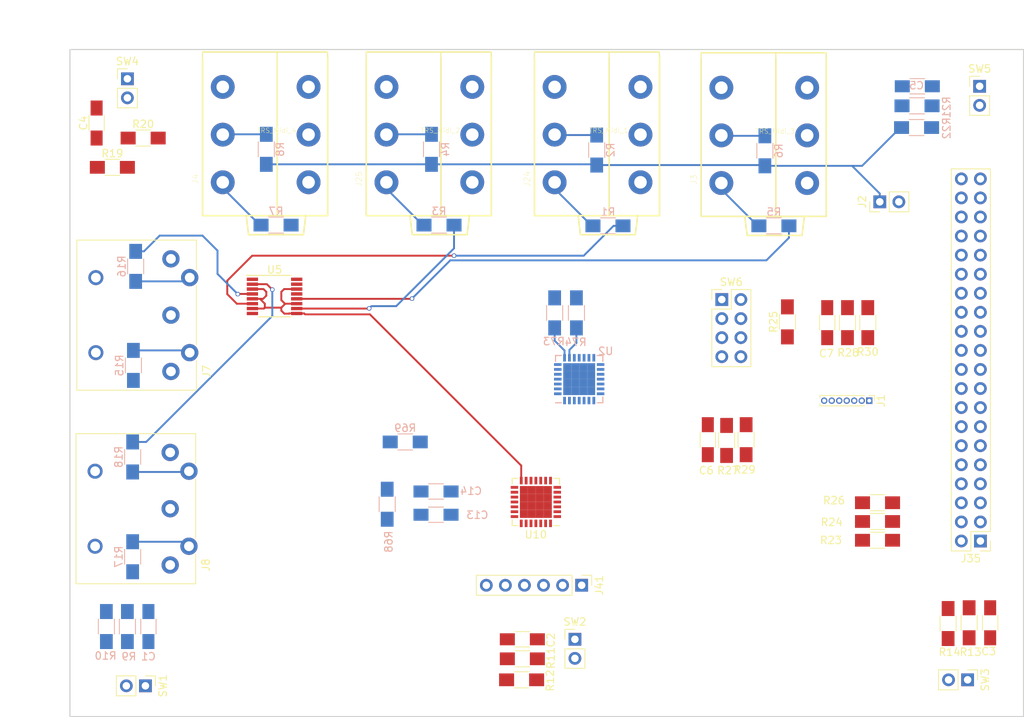
<source format=kicad_pcb>
(kicad_pcb (version 20171130) (host pcbnew "(5.1.2)-2")

  (general
    (thickness 1.6)
    (drawings 6)
    (tracks 112)
    (zones 0)
    (modules 62)
    (nets 123)
  )

  (page A4)
  (layers
    (0 F.Cu signal)
    (31 B.Cu signal)
    (32 B.Adhes user)
    (33 F.Adhes user)
    (34 B.Paste user)
    (35 F.Paste user)
    (36 B.SilkS user)
    (37 F.SilkS user)
    (38 B.Mask user)
    (39 F.Mask user)
    (40 Dwgs.User user)
    (41 Cmts.User user)
    (42 Eco1.User user)
    (43 Eco2.User user)
    (44 Edge.Cuts user)
    (45 Margin user)
    (46 B.CrtYd user)
    (47 F.CrtYd user)
    (48 B.Fab user)
    (49 F.Fab user)
  )

  (setup
    (last_trace_width 0.25)
    (trace_clearance 0.2)
    (zone_clearance 0.508)
    (zone_45_only yes)
    (trace_min 0)
    (via_size 0.6)
    (via_drill 0.4)
    (via_min_size 0.4)
    (via_min_drill 0.3)
    (uvia_size 0.3)
    (uvia_drill 0.1)
    (uvias_allowed no)
    (uvia_min_size 0.2)
    (uvia_min_drill 0.1)
    (edge_width 0.15)
    (segment_width 0.2)
    (pcb_text_width 0.3)
    (pcb_text_size 1.5 1.5)
    (mod_edge_width 0.15)
    (mod_text_size 1 1)
    (mod_text_width 0.15)
    (pad_size 0.6 0.6)
    (pad_drill 0.3)
    (pad_to_mask_clearance 0.2)
    (aux_axis_origin 0 0)
    (visible_elements 7FFFEF7F)
    (pcbplotparams
      (layerselection 0x010fc_ffffffff)
      (usegerberextensions true)
      (usegerberattributes false)
      (usegerberadvancedattributes false)
      (creategerberjobfile false)
      (excludeedgelayer true)
      (linewidth 0.100000)
      (plotframeref false)
      (viasonmask false)
      (mode 1)
      (useauxorigin false)
      (hpglpennumber 1)
      (hpglpenspeed 20)
      (hpglpendiameter 15.000000)
      (psnegative false)
      (psa4output false)
      (plotreference true)
      (plotvalue true)
      (plotinvisibletext false)
      (padsonsilk false)
      (subtractmaskfromsilk false)
      (outputformat 1)
      (mirror false)
      (drillshape 0)
      (scaleselection 1)
      (outputdirectory "FabOut/Rev3/"))
  )

  (net 0 "")
  (net 1 GND)
  (net 2 VCC)
  (net 3 "Net-(C14-Pad2)")
  (net 4 "Net-(J41-Pad1)")
  (net 5 "Net-(J41-Pad4)")
  (net 6 "Net-(J41-Pad5)")
  (net 7 "Net-(J41-Pad6)")
  (net 8 "Net-(R11-Pad2)")
  (net 9 "Net-(R13-Pad2)")
  (net 10 "Net-(J35-Pad33)")
  (net 11 VEE)
  (net 12 "Net-(J35-Pad29)")
  (net 13 "Net-(J35-Pad31)")
  (net 14 "Net-(J35-Pad37)")
  (net 15 "Net-(J35-Pad13)")
  (net 16 "Net-(J35-Pad5)")
  (net 17 "Net-(J35-Pad3)")
  (net 18 "Net-(J35-Pad11)")
  (net 19 "Net-(J35-Pad7)")
  (net 20 "Net-(U2-Pad7)")
  (net 21 "Net-(J35-Pad1)")
  (net 22 "Net-(J35-Pad4)")
  (net 23 "Net-(J35-Pad8)")
  (net 24 "Net-(J35-Pad10)")
  (net 25 "Net-(J35-Pad12)")
  (net 26 "Net-(J35-Pad15)")
  (net 27 "Net-(J35-Pad21)")
  (net 28 "Net-(J35-Pad24)")
  (net 29 "Net-(J35-Pad27)")
  (net 30 "Net-(J35-Pad28)")
  (net 31 "Net-(J35-Pad35)")
  (net 32 "Net-(U10-Pad19)")
  (net 33 "Net-(U10-Pad20)")
  (net 34 "Net-(U10-Pad21)")
  (net 35 "Net-(U10-Pad22)")
  (net 36 "Net-(U10-Pad23)")
  (net 37 MIDI_Tx)
  (net 38 RotEncA)
  (net 39 RotEncB)
  (net 40 FootSw1)
  (net 41 FootSw2)
  (net 42 FootSw3)
  (net 43 FootSw4)
  (net 44 FootSw5)
  (net 45 RotEncPushBttn)
  (net 46 RotEncBlue)
  (net 47 RotEncGreen)
  (net 48 RotEncRed)
  (net 49 "Net-(J3-Pad3)")
  (net 50 "Net-(J3-Pad4)")
  (net 51 "Net-(J3-Pad5)")
  (net 52 "Net-(J3-Pad6)")
  (net 53 "Net-(J7-Pad5)")
  (net 54 "Net-(J7-Pad3)")
  (net 55 "Net-(J7-Pad1)")
  (net 56 "Net-(J7-Pad4)")
  (net 57 "Net-(J8-Pad5)")
  (net 58 "Net-(J8-Pad3)")
  (net 59 "Net-(J8-Pad1)")
  (net 60 "Net-(J8-Pad4)")
  (net 61 "Net-(J24-Pad4)")
  (net 62 "Net-(J24-Pad5)")
  (net 63 "Net-(J24-Pad3)")
  (net 64 "Net-(J24-Pad6)")
  (net 65 "Net-(J25-Pad4)")
  (net 66 "Net-(J25-Pad5)")
  (net 67 "Net-(J25-Pad3)")
  (net 68 "Net-(J25-Pad6)")
  (net 69 "Net-(U5-Pad13)")
  (net 70 "Net-(U5-Pad16)")
  (net 71 "Net-(J4-Pad4)")
  (net 72 "Net-(J4-Pad5)")
  (net 73 "Net-(J4-Pad3)")
  (net 74 "Net-(J4-Pad6)")
  (net 75 "Net-(J24-Pad2)")
  (net 76 "Net-(J25-Pad2)")
  (net 77 1_MIDI_Pin5)
  (net 78 2_MIDI_Pin5)
  (net 79 "Net-(U2-Pad24)")
  (net 80 "Net-(U2-Pad23)")
  (net 81 "Net-(U2-Pad22)")
  (net 82 "Net-(U2-Pad10)")
  (net 83 "Net-(U2-Pad3)")
  (net 84 "Net-(U2-Pad2)")
  (net 85 "Net-(U10-Pad1)")
  (net 86 "Net-(U10-Pad2)")
  (net 87 "Net-(U10-Pad3)")
  (net 88 "Net-(U10-Pad4)")
  (net 89 "Net-(U10-Pad6)")
  (net 90 "Net-(U10-Pad7)")
  (net 91 "Net-(U10-Pad8)")
  (net 92 "Net-(U10-Pad9)")
  (net 93 "Net-(U10-Pad10)")
  (net 94 "Net-(U10-Pad13)")
  (net 95 "Net-(U10-Pad18)")
  (net 96 "Net-(U10-Pad27)")
  (net 97 "Net-(U10-Pad28)")
  (net 98 Reset)
  (net 99 ChipSelectEnable)
  (net 100 MOSI)
  (net 101 SCLK)
  (net 102 DataCommand)
  (net 103 "Net-(J3-Pad2)")
  (net 104 "Net-(J4-Pad2)")
  (net 105 1_TRS_MIDI_Tip)
  (net 106 2_TRS_MIDI_Tip)
  (net 107 3_TRS_MIDI_Tip)
  (net 108 4_TRS_MIDI_Tip)
  (net 109 "Net-(R10-Pad1)")
  (net 110 "Net-(R19-Pad2)")
  (net 111 "Net-(R21-Pad2)")
  (net 112 "Net-(R23-Pad1)")
  (net 113 "Net-(R24-Pad1)")
  (net 114 "Net-(R26-Pad1)")
  (net 115 "Net-(R27-Pad1)")
  (net 116 "Net-(R28-Pad2)")
  (net 117 "Net-(U2-Pad1)")
  (net 118 "Net-(U2-Pad20)")
  (net 119 "Net-(U2-Pad21)")
  (net 120 "Net-(U2-Pad26)")
  (net 121 "Net-(U2-Pad28)")
  (net 122 "Net-(U10-Pad15)")

  (net_class Default "This is the default net class."
    (clearance 0.2)
    (trace_width 0.25)
    (via_dia 0.6)
    (via_drill 0.4)
    (uvia_dia 0.3)
    (uvia_drill 0.1)
    (add_net 1_MIDI_Pin5)
    (add_net 1_TRS_MIDI_Tip)
    (add_net 2_MIDI_Pin5)
    (add_net 2_TRS_MIDI_Tip)
    (add_net 3_TRS_MIDI_Tip)
    (add_net 4_TRS_MIDI_Tip)
    (add_net ChipSelectEnable)
    (add_net DataCommand)
    (add_net FootSw1)
    (add_net FootSw2)
    (add_net FootSw3)
    (add_net FootSw4)
    (add_net FootSw5)
    (add_net GND)
    (add_net MIDI_Tx)
    (add_net MOSI)
    (add_net "Net-(C14-Pad2)")
    (add_net "Net-(J24-Pad2)")
    (add_net "Net-(J24-Pad3)")
    (add_net "Net-(J24-Pad4)")
    (add_net "Net-(J24-Pad5)")
    (add_net "Net-(J24-Pad6)")
    (add_net "Net-(J25-Pad2)")
    (add_net "Net-(J25-Pad3)")
    (add_net "Net-(J25-Pad4)")
    (add_net "Net-(J25-Pad5)")
    (add_net "Net-(J25-Pad6)")
    (add_net "Net-(J3-Pad2)")
    (add_net "Net-(J3-Pad3)")
    (add_net "Net-(J3-Pad4)")
    (add_net "Net-(J3-Pad5)")
    (add_net "Net-(J3-Pad6)")
    (add_net "Net-(J35-Pad1)")
    (add_net "Net-(J35-Pad10)")
    (add_net "Net-(J35-Pad11)")
    (add_net "Net-(J35-Pad12)")
    (add_net "Net-(J35-Pad13)")
    (add_net "Net-(J35-Pad15)")
    (add_net "Net-(J35-Pad21)")
    (add_net "Net-(J35-Pad24)")
    (add_net "Net-(J35-Pad27)")
    (add_net "Net-(J35-Pad28)")
    (add_net "Net-(J35-Pad29)")
    (add_net "Net-(J35-Pad3)")
    (add_net "Net-(J35-Pad31)")
    (add_net "Net-(J35-Pad33)")
    (add_net "Net-(J35-Pad35)")
    (add_net "Net-(J35-Pad37)")
    (add_net "Net-(J35-Pad4)")
    (add_net "Net-(J35-Pad5)")
    (add_net "Net-(J35-Pad7)")
    (add_net "Net-(J35-Pad8)")
    (add_net "Net-(J4-Pad2)")
    (add_net "Net-(J4-Pad3)")
    (add_net "Net-(J4-Pad4)")
    (add_net "Net-(J4-Pad5)")
    (add_net "Net-(J4-Pad6)")
    (add_net "Net-(J41-Pad1)")
    (add_net "Net-(J41-Pad4)")
    (add_net "Net-(J41-Pad5)")
    (add_net "Net-(J41-Pad6)")
    (add_net "Net-(J7-Pad1)")
    (add_net "Net-(J7-Pad3)")
    (add_net "Net-(J7-Pad4)")
    (add_net "Net-(J7-Pad5)")
    (add_net "Net-(J8-Pad1)")
    (add_net "Net-(J8-Pad3)")
    (add_net "Net-(J8-Pad4)")
    (add_net "Net-(J8-Pad5)")
    (add_net "Net-(R10-Pad1)")
    (add_net "Net-(R11-Pad2)")
    (add_net "Net-(R13-Pad2)")
    (add_net "Net-(R19-Pad2)")
    (add_net "Net-(R21-Pad2)")
    (add_net "Net-(R23-Pad1)")
    (add_net "Net-(R24-Pad1)")
    (add_net "Net-(R26-Pad1)")
    (add_net "Net-(R27-Pad1)")
    (add_net "Net-(R28-Pad2)")
    (add_net "Net-(U10-Pad1)")
    (add_net "Net-(U10-Pad10)")
    (add_net "Net-(U10-Pad13)")
    (add_net "Net-(U10-Pad15)")
    (add_net "Net-(U10-Pad18)")
    (add_net "Net-(U10-Pad19)")
    (add_net "Net-(U10-Pad2)")
    (add_net "Net-(U10-Pad20)")
    (add_net "Net-(U10-Pad21)")
    (add_net "Net-(U10-Pad22)")
    (add_net "Net-(U10-Pad23)")
    (add_net "Net-(U10-Pad27)")
    (add_net "Net-(U10-Pad28)")
    (add_net "Net-(U10-Pad3)")
    (add_net "Net-(U10-Pad4)")
    (add_net "Net-(U10-Pad6)")
    (add_net "Net-(U10-Pad7)")
    (add_net "Net-(U10-Pad8)")
    (add_net "Net-(U10-Pad9)")
    (add_net "Net-(U2-Pad1)")
    (add_net "Net-(U2-Pad10)")
    (add_net "Net-(U2-Pad2)")
    (add_net "Net-(U2-Pad20)")
    (add_net "Net-(U2-Pad21)")
    (add_net "Net-(U2-Pad22)")
    (add_net "Net-(U2-Pad23)")
    (add_net "Net-(U2-Pad24)")
    (add_net "Net-(U2-Pad26)")
    (add_net "Net-(U2-Pad28)")
    (add_net "Net-(U2-Pad3)")
    (add_net "Net-(U2-Pad7)")
    (add_net "Net-(U5-Pad13)")
    (add_net "Net-(U5-Pad16)")
    (add_net Reset)
    (add_net RotEncA)
    (add_net RotEncB)
    (add_net RotEncBlue)
    (add_net RotEncGreen)
    (add_net RotEncPushBttn)
    (add_net RotEncRed)
    (add_net SCLK)
    (add_net VCC)
    (add_net VEE)
  )

  (module stomp:Midi-Connector (layer F.Cu) (tedit 5602A6D3) (tstamp 5EC5F25A)
    (at 109.7 123.9 90)
    (descr "SDS-50J, standard DIN connector, 5 pins, midi")
    (tags "SDS-50J DIN 5-pins connector midi")
    (path /5D4107E4)
    (fp_text reference J8 (at 0 4.75 90) (layer F.SilkS)
      (effects (font (size 1 1) (thickness 0.15)))
    )
    (fp_text value DIN_5 (at 7.49 -4.27 270) (layer F.Fab)
      (effects (font (size 1 1) (thickness 0.15)))
    )
    (fp_line (start 17.5 3.39) (end 13.54 3.39) (layer F.SilkS) (width 0.12))
    (fp_line (start 17.5 3.39) (end 17.5 -12.54) (layer F.SilkS) (width 0.12))
    (fp_line (start 17.5 -12.54) (end -2.5 -12.54) (layer F.SilkS) (width 0.12))
    (fp_line (start -2.5 3.39) (end -2.5 -12.54) (layer F.SilkS) (width 0.12))
    (fp_line (start 11.44 3.39) (end 3.57 3.39) (layer F.SilkS) (width 0.12))
    (fp_line (start 1.46 3.39) (end -2.5 3.39) (layer F.SilkS) (width 0.12))
    (fp_line (start 17.75 3.9) (end -2.75 3.9) (layer F.CrtYd) (width 0.05))
    (fp_line (start -2.75 -12.8) (end -2.75 3.9) (layer F.CrtYd) (width 0.05))
    (fp_line (start 17.75 -12.8) (end -2.75 -12.8) (layer F.CrtYd) (width 0.05))
    (fp_line (start 17.75 3.9) (end 17.75 -12.8) (layer F.CrtYd) (width 0.05))
    (pad "" thru_hole circle (at 12.5 -10 90) (size 2 2) (drill 1.3) (layers *.Cu *.Mask))
    (pad 4 thru_hole circle (at 2.5 2.5 90) (size 2.3 2.3) (drill 1.3) (layers *.Cu *.Mask)
      (net 60 "Net-(J8-Pad4)"))
    (pad 1 thru_hole circle (at 0 0 90) (size 2.3 2.3) (drill 1.3) (layers *.Cu *.Mask)
      (net 59 "Net-(J8-Pad1)"))
    (pad 2 thru_hole circle (at 7.5 0 90) (size 2.3 2.3) (drill 1.3) (layers *.Cu *.Mask)
      (net 1 GND))
    (pad 3 thru_hole circle (at 15 0 90) (size 2.3 2.3) (drill 1.3) (layers *.Cu *.Mask)
      (net 58 "Net-(J8-Pad3)"))
    (pad "" thru_hole circle (at 2.5 -10 90) (size 2 2) (drill 1.3) (layers *.Cu *.Mask))
    (pad 5 thru_hole circle (at 12.5 2.5 90) (size 2.3 2.3) (drill 1.3) (layers *.Cu *.Mask)
      (net 57 "Net-(J8-Pad5)"))
    (model ${KISYS3DMOD}/Connectors.3dshapes/SDS-50J.wrl
      (offset (xyz 7.365999889373779 12.44599981307983 0))
      (scale (xyz 0.39 0.39 0.39))
      (rotate (xyz -90 0 180))
    )
  )

  (module Housings_DFN_QFN:QFN-28-1EP_6x6mm_Pitch0.65mm (layer F.Cu) (tedit 54130A77) (tstamp 5EC51266)
    (at 158.4 115.5 180)
    (descr "28-Lead Plastic Quad Flat, No Lead Package (ML) - 6x6 mm Body [QFN]; (see Microchip Packaging Specification 00000049BS.pdf)")
    (tags "QFN 0.65")
    (path /5D744EEE)
    (attr smd)
    (fp_text reference U10 (at 0 -4.35) (layer F.SilkS)
      (effects (font (size 1 1) (thickness 0.15)))
    )
    (fp_text value PIC18F26K80_IML (at 0 4.35) (layer F.Fab)
      (effects (font (size 1 1) (thickness 0.15)))
    )
    (fp_line (start -2 -3) (end 3 -3) (layer F.Fab) (width 0.15))
    (fp_line (start 3 -3) (end 3 3) (layer F.Fab) (width 0.15))
    (fp_line (start 3 3) (end -3 3) (layer F.Fab) (width 0.15))
    (fp_line (start -3 3) (end -3 -2) (layer F.Fab) (width 0.15))
    (fp_line (start -3 -2) (end -2 -3) (layer F.Fab) (width 0.15))
    (fp_line (start -3.6 -3.6) (end -3.6 3.6) (layer F.CrtYd) (width 0.05))
    (fp_line (start 3.6 -3.6) (end 3.6 3.6) (layer F.CrtYd) (width 0.05))
    (fp_line (start -3.6 -3.6) (end 3.6 -3.6) (layer F.CrtYd) (width 0.05))
    (fp_line (start -3.6 3.6) (end 3.6 3.6) (layer F.CrtYd) (width 0.05))
    (fp_line (start 3.15 -3.15) (end 3.15 -2.36) (layer F.SilkS) (width 0.15))
    (fp_line (start -3.15 3.15) (end -3.15 2.36) (layer F.SilkS) (width 0.15))
    (fp_line (start 3.15 3.15) (end 3.15 2.36) (layer F.SilkS) (width 0.15))
    (fp_line (start -3.15 -3.15) (end -2.36 -3.15) (layer F.SilkS) (width 0.15))
    (fp_line (start -3.15 3.15) (end -2.36 3.15) (layer F.SilkS) (width 0.15))
    (fp_line (start 3.15 3.15) (end 2.36 3.15) (layer F.SilkS) (width 0.15))
    (fp_line (start 3.15 -3.15) (end 2.36 -3.15) (layer F.SilkS) (width 0.15))
    (pad 1 smd rect (at -2.85 -1.95 180) (size 1 0.37) (layers F.Cu F.Paste F.Mask)
      (net 85 "Net-(U10-Pad1)"))
    (pad 2 smd rect (at -2.85 -1.3 180) (size 1 0.37) (layers F.Cu F.Paste F.Mask)
      (net 86 "Net-(U10-Pad2)"))
    (pad 3 smd rect (at -2.85 -0.65 180) (size 1 0.37) (layers F.Cu F.Paste F.Mask)
      (net 87 "Net-(U10-Pad3)"))
    (pad 4 smd rect (at -2.85 0 180) (size 1 0.37) (layers F.Cu F.Paste F.Mask)
      (net 88 "Net-(U10-Pad4)"))
    (pad 5 smd rect (at -2.85 0.65 180) (size 1 0.37) (layers F.Cu F.Paste F.Mask)
      (net 1 GND))
    (pad 6 smd rect (at -2.85 1.3 180) (size 1 0.37) (layers F.Cu F.Paste F.Mask)
      (net 89 "Net-(U10-Pad6)"))
    (pad 7 smd rect (at -2.85 1.95 180) (size 1 0.37) (layers F.Cu F.Paste F.Mask)
      (net 90 "Net-(U10-Pad7)"))
    (pad 8 smd rect (at -1.95 2.85 270) (size 1 0.37) (layers F.Cu F.Paste F.Mask)
      (net 91 "Net-(U10-Pad8)"))
    (pad 9 smd rect (at -1.3 2.85 270) (size 1 0.37) (layers F.Cu F.Paste F.Mask)
      (net 92 "Net-(U10-Pad9)"))
    (pad 10 smd rect (at -0.65 2.85 270) (size 1 0.37) (layers F.Cu F.Paste F.Mask)
      (net 93 "Net-(U10-Pad10)"))
    (pad 11 smd rect (at 0 2.85 270) (size 1 0.37) (layers F.Cu F.Paste F.Mask)
      (net 16 "Net-(J35-Pad5)"))
    (pad 12 smd rect (at 0.65 2.85 270) (size 1 0.37) (layers F.Cu F.Paste F.Mask)
      (net 17 "Net-(J35-Pad3)"))
    (pad 13 smd rect (at 1.3 2.85 270) (size 1 0.37) (layers F.Cu F.Paste F.Mask)
      (net 94 "Net-(U10-Pad13)"))
    (pad 14 smd rect (at 1.95 2.85 270) (size 1 0.37) (layers F.Cu F.Paste F.Mask)
      (net 37 MIDI_Tx))
    (pad 15 smd rect (at 2.85 1.95 180) (size 1 0.37) (layers F.Cu F.Paste F.Mask)
      (net 122 "Net-(U10-Pad15)"))
    (pad 16 smd rect (at 2.85 1.3 180) (size 1 0.37) (layers F.Cu F.Paste F.Mask)
      (net 1 GND))
    (pad 17 smd rect (at 2.85 0.65 180) (size 1 0.37) (layers F.Cu F.Paste F.Mask)
      (net 2 VCC))
    (pad 18 smd rect (at 2.85 0 180) (size 1 0.37) (layers F.Cu F.Paste F.Mask)
      (net 95 "Net-(U10-Pad18)"))
    (pad 19 smd rect (at 2.85 -0.65 180) (size 1 0.37) (layers F.Cu F.Paste F.Mask)
      (net 32 "Net-(U10-Pad19)"))
    (pad 20 smd rect (at 2.85 -1.3 180) (size 1 0.37) (layers F.Cu F.Paste F.Mask)
      (net 33 "Net-(U10-Pad20)"))
    (pad 21 smd rect (at 2.85 -1.95 180) (size 1 0.37) (layers F.Cu F.Paste F.Mask)
      (net 34 "Net-(U10-Pad21)"))
    (pad 22 smd rect (at 1.95 -2.85 270) (size 1 0.37) (layers F.Cu F.Paste F.Mask)
      (net 35 "Net-(U10-Pad22)"))
    (pad 23 smd rect (at 1.3 -2.85 270) (size 1 0.37) (layers F.Cu F.Paste F.Mask)
      (net 36 "Net-(U10-Pad23)"))
    (pad 24 smd rect (at 0.65 -2.85 270) (size 1 0.37) (layers F.Cu F.Paste F.Mask)
      (net 6 "Net-(J41-Pad5)"))
    (pad 25 smd rect (at 0 -2.85 270) (size 1 0.37) (layers F.Cu F.Paste F.Mask)
      (net 5 "Net-(J41-Pad4)"))
    (pad 26 smd rect (at -0.65 -2.85 270) (size 1 0.37) (layers F.Cu F.Paste F.Mask)
      (net 4 "Net-(J41-Pad1)"))
    (pad 27 smd rect (at -1.3 -2.85 270) (size 1 0.37) (layers F.Cu F.Paste F.Mask)
      (net 96 "Net-(U10-Pad27)"))
    (pad 28 smd rect (at -1.95 -2.85 270) (size 1 0.37) (layers F.Cu F.Paste F.Mask)
      (net 97 "Net-(U10-Pad28)"))
    (pad 29 smd rect (at 1.59375 1.59375 180) (size 1.0625 1.0625) (layers F.Cu F.Paste F.Mask)
      (net 1 GND) (solder_paste_margin_ratio -0.2))
    (pad 29 smd rect (at 1.59375 0.53125 180) (size 1.0625 1.0625) (layers F.Cu F.Paste F.Mask)
      (net 1 GND) (solder_paste_margin_ratio -0.2))
    (pad 29 smd rect (at 1.59375 -0.53125 180) (size 1.0625 1.0625) (layers F.Cu F.Paste F.Mask)
      (net 1 GND) (solder_paste_margin_ratio -0.2))
    (pad 29 smd rect (at 1.59375 -1.59375 180) (size 1.0625 1.0625) (layers F.Cu F.Paste F.Mask)
      (net 1 GND) (solder_paste_margin_ratio -0.2))
    (pad 29 smd rect (at 0.53125 1.59375 180) (size 1.0625 1.0625) (layers F.Cu F.Paste F.Mask)
      (net 1 GND) (solder_paste_margin_ratio -0.2))
    (pad 29 smd rect (at 0.53125 0.53125 180) (size 1.0625 1.0625) (layers F.Cu F.Paste F.Mask)
      (net 1 GND) (solder_paste_margin_ratio -0.2))
    (pad 29 smd rect (at 0.53125 -0.53125 180) (size 1.0625 1.0625) (layers F.Cu F.Paste F.Mask)
      (net 1 GND) (solder_paste_margin_ratio -0.2))
    (pad 29 smd rect (at 0.53125 -1.59375 180) (size 1.0625 1.0625) (layers F.Cu F.Paste F.Mask)
      (net 1 GND) (solder_paste_margin_ratio -0.2))
    (pad 29 smd rect (at -0.53125 1.59375 180) (size 1.0625 1.0625) (layers F.Cu F.Paste F.Mask)
      (net 1 GND) (solder_paste_margin_ratio -0.2))
    (pad 29 smd rect (at -0.53125 0.53125 180) (size 1.0625 1.0625) (layers F.Cu F.Paste F.Mask)
      (net 1 GND) (solder_paste_margin_ratio -0.2))
    (pad 29 smd rect (at -0.53125 -0.53125 180) (size 1.0625 1.0625) (layers F.Cu F.Paste F.Mask)
      (net 1 GND) (solder_paste_margin_ratio -0.2))
    (pad 29 smd rect (at -0.53125 -1.59375 180) (size 1.0625 1.0625) (layers F.Cu F.Paste F.Mask)
      (net 1 GND) (solder_paste_margin_ratio -0.2))
    (pad 29 smd rect (at -1.59375 1.59375 180) (size 1.0625 1.0625) (layers F.Cu F.Paste F.Mask)
      (net 1 GND) (solder_paste_margin_ratio -0.2))
    (pad 29 smd rect (at -1.59375 0.53125 180) (size 1.0625 1.0625) (layers F.Cu F.Paste F.Mask)
      (net 1 GND) (solder_paste_margin_ratio -0.2))
    (pad 29 smd rect (at -1.59375 -0.53125 180) (size 1.0625 1.0625) (layers F.Cu F.Paste F.Mask)
      (net 1 GND) (solder_paste_margin_ratio -0.2))
    (pad 29 smd rect (at -1.59375 -1.59375 180) (size 1.0625 1.0625) (layers F.Cu F.Paste F.Mask)
      (net 1 GND) (solder_paste_margin_ratio -0.2))
    (model ${KISYS3DMOD}/Housings_DFN_QFN.3dshapes/QFN-28-1EP_6x6mm_Pitch0.65mm.wrl
      (at (xyz 0 0 0))
      (scale (xyz 1 1 1))
      (rotate (xyz 0 0 0))
    )
  )

  (module Housings_SSOP:TSSOP-16_4.4x5mm_Pitch0.65mm (layer F.Cu) (tedit 54130A77) (tstamp 5EC51263)
    (at 123.6 88.1)
    (descr "16-Lead Plastic Thin Shrink Small Outline (ST)-4.4 mm Body [TSSOP] (see Microchip Packaging Specification 00000049BS.pdf)")
    (tags "SSOP 0.65")
    (path /5D4107E7)
    (attr smd)
    (fp_text reference U5 (at 0 -3.55) (layer F.SilkS)
      (effects (font (size 1 1) (thickness 0.15)))
    )
    (fp_text value CD4050BCN (at 0 3.55) (layer F.Fab)
      (effects (font (size 1 1) (thickness 0.15)))
    )
    (fp_line (start -1.2 -2.5) (end 2.2 -2.5) (layer F.Fab) (width 0.15))
    (fp_line (start 2.2 -2.5) (end 2.2 2.5) (layer F.Fab) (width 0.15))
    (fp_line (start 2.2 2.5) (end -2.2 2.5) (layer F.Fab) (width 0.15))
    (fp_line (start -2.2 2.5) (end -2.2 -1.5) (layer F.Fab) (width 0.15))
    (fp_line (start -2.2 -1.5) (end -1.2 -2.5) (layer F.Fab) (width 0.15))
    (fp_line (start -3.95 -2.9) (end -3.95 2.8) (layer F.CrtYd) (width 0.05))
    (fp_line (start 3.95 -2.9) (end 3.95 2.8) (layer F.CrtYd) (width 0.05))
    (fp_line (start -3.95 -2.9) (end 3.95 -2.9) (layer F.CrtYd) (width 0.05))
    (fp_line (start -3.95 2.8) (end 3.95 2.8) (layer F.CrtYd) (width 0.05))
    (fp_line (start -2.2 2.725) (end 2.2 2.725) (layer F.SilkS) (width 0.15))
    (fp_line (start -3.775 -2.8) (end 2.2 -2.8) (layer F.SilkS) (width 0.15))
    (fp_text user %R (at 0 0) (layer F.Fab)
      (effects (font (size 0.8 0.8) (thickness 0.15)))
    )
    (pad 1 smd rect (at -2.95 -2.275) (size 1.5 0.45) (layers F.Cu F.Paste F.Mask)
      (net 2 VCC))
    (pad 2 smd rect (at -2.95 -1.625) (size 1.5 0.45) (layers F.Cu F.Paste F.Mask)
      (net 77 1_MIDI_Pin5))
    (pad 3 smd rect (at -2.95 -0.975) (size 1.5 0.45) (layers F.Cu F.Paste F.Mask)
      (net 37 MIDI_Tx))
    (pad 4 smd rect (at -2.95 -0.325) (size 1.5 0.45) (layers F.Cu F.Paste F.Mask)
      (net 78 2_MIDI_Pin5))
    (pad 5 smd rect (at -2.95 0.325) (size 1.5 0.45) (layers F.Cu F.Paste F.Mask)
      (net 37 MIDI_Tx))
    (pad 6 smd rect (at -2.95 0.975) (size 1.5 0.45) (layers F.Cu F.Paste F.Mask)
      (net 105 1_TRS_MIDI_Tip))
    (pad 7 smd rect (at -2.95 1.625) (size 1.5 0.45) (layers F.Cu F.Paste F.Mask)
      (net 37 MIDI_Tx))
    (pad 8 smd rect (at -2.95 2.275) (size 1.5 0.45) (layers F.Cu F.Paste F.Mask)
      (net 1 GND))
    (pad 9 smd rect (at 2.95 2.275) (size 1.5 0.45) (layers F.Cu F.Paste F.Mask)
      (net 37 MIDI_Tx))
    (pad 10 smd rect (at 2.95 1.625) (size 1.5 0.45) (layers F.Cu F.Paste F.Mask)
      (net 106 2_TRS_MIDI_Tip))
    (pad 11 smd rect (at 2.95 0.975) (size 1.5 0.45) (layers F.Cu F.Paste F.Mask)
      (net 37 MIDI_Tx))
    (pad 12 smd rect (at 2.95 0.325) (size 1.5 0.45) (layers F.Cu F.Paste F.Mask)
      (net 107 3_TRS_MIDI_Tip))
    (pad 13 smd rect (at 2.95 -0.325) (size 1.5 0.45) (layers F.Cu F.Paste F.Mask)
      (net 69 "Net-(U5-Pad13)"))
    (pad 14 smd rect (at 2.95 -0.975) (size 1.5 0.45) (layers F.Cu F.Paste F.Mask)
      (net 37 MIDI_Tx))
    (pad 15 smd rect (at 2.95 -1.625) (size 1.5 0.45) (layers F.Cu F.Paste F.Mask)
      (net 108 4_TRS_MIDI_Tip))
    (pad 16 smd rect (at 2.95 -2.275) (size 1.5 0.45) (layers F.Cu F.Paste F.Mask)
      (net 70 "Net-(U5-Pad16)"))
    (model ${KISYS3DMOD}/Housings_SSOP.3dshapes/TSSOP-16_4.4x5mm_Pitch0.65mm.wrl
      (at (xyz 0 0 0))
      (scale (xyz 1 1 1))
      (rotate (xyz 0 0 0))
    )
  )

  (module Housings_DFN_QFN:QFN-28-1EP_6x6mm_Pitch0.65mm (layer B.Cu) (tedit 54130A77) (tstamp 5EC51260)
    (at 164.16875 99.13125)
    (descr "28-Lead Plastic Quad Flat, No Lead Package (ML) - 6x6 mm Body [QFN]; (see Microchip Packaging Specification 00000049BS.pdf)")
    (tags "QFN 0.65")
    (path /6380190A)
    (attr smd)
    (fp_text reference U2 (at 3.53125 -3.73125) (layer B.SilkS)
      (effects (font (size 1 1) (thickness 0.15)) (justify mirror))
    )
    (fp_text value MCP23017_ML (at 0.13125 4.46875 180) (layer B.Fab)
      (effects (font (size 1 1) (thickness 0.15)) (justify mirror))
    )
    (fp_line (start -2 3) (end 3 3) (layer B.Fab) (width 0.15))
    (fp_line (start 3 3) (end 3 -3) (layer B.Fab) (width 0.15))
    (fp_line (start 3 -3) (end -3 -3) (layer B.Fab) (width 0.15))
    (fp_line (start -3 -3) (end -3 2) (layer B.Fab) (width 0.15))
    (fp_line (start -3 2) (end -2 3) (layer B.Fab) (width 0.15))
    (fp_line (start -3.6 3.6) (end -3.6 -3.6) (layer B.CrtYd) (width 0.05))
    (fp_line (start 3.6 3.6) (end 3.6 -3.6) (layer B.CrtYd) (width 0.05))
    (fp_line (start -3.6 3.6) (end 3.6 3.6) (layer B.CrtYd) (width 0.05))
    (fp_line (start -3.6 -3.6) (end 3.6 -3.6) (layer B.CrtYd) (width 0.05))
    (fp_line (start 3.15 3.15) (end 3.15 2.36) (layer B.SilkS) (width 0.15))
    (fp_line (start -3.15 -3.15) (end -3.15 -2.36) (layer B.SilkS) (width 0.15))
    (fp_line (start 3.15 -3.15) (end 3.15 -2.36) (layer B.SilkS) (width 0.15))
    (fp_line (start -3.15 3.15) (end -2.36 3.15) (layer B.SilkS) (width 0.15))
    (fp_line (start -3.15 -3.15) (end -2.36 -3.15) (layer B.SilkS) (width 0.15))
    (fp_line (start 3.15 -3.15) (end 2.36 -3.15) (layer B.SilkS) (width 0.15))
    (fp_line (start 3.15 3.15) (end 2.36 3.15) (layer B.SilkS) (width 0.15))
    (pad 1 smd rect (at -2.85 1.95) (size 1 0.37) (layers B.Cu B.Paste B.Mask)
      (net 117 "Net-(U2-Pad1)"))
    (pad 2 smd rect (at -2.85 1.3) (size 1 0.37) (layers B.Cu B.Paste B.Mask)
      (net 84 "Net-(U2-Pad2)"))
    (pad 3 smd rect (at -2.85 0.65) (size 1 0.37) (layers B.Cu B.Paste B.Mask)
      (net 83 "Net-(U2-Pad3)"))
    (pad 4 smd rect (at -2.85 0) (size 1 0.37) (layers B.Cu B.Paste B.Mask)
      (net 45 RotEncPushBttn))
    (pad 5 smd rect (at -2.85 -0.65) (size 1 0.37) (layers B.Cu B.Paste B.Mask)
      (net 2 VCC))
    (pad 6 smd rect (at -2.85 -1.3) (size 1 0.37) (layers B.Cu B.Paste B.Mask)
      (net 1 GND))
    (pad 7 smd rect (at -2.85 -1.95) (size 1 0.37) (layers B.Cu B.Paste B.Mask)
      (net 20 "Net-(U2-Pad7)"))
    (pad 8 smd rect (at -1.95 -2.85 270) (size 1 0.37) (layers B.Cu B.Paste B.Mask)
      (net 16 "Net-(J35-Pad5)"))
    (pad 9 smd rect (at -1.3 -2.85 270) (size 1 0.37) (layers B.Cu B.Paste B.Mask)
      (net 17 "Net-(J35-Pad3)"))
    (pad 10 smd rect (at -0.65 -2.85 270) (size 1 0.37) (layers B.Cu B.Paste B.Mask)
      (net 82 "Net-(U2-Pad10)"))
    (pad 11 smd rect (at 0 -2.85 270) (size 1 0.37) (layers B.Cu B.Paste B.Mask)
      (net 1 GND))
    (pad 12 smd rect (at 0.65 -2.85 270) (size 1 0.37) (layers B.Cu B.Paste B.Mask)
      (net 2 VCC))
    (pad 13 smd rect (at 1.3 -2.85 270) (size 1 0.37) (layers B.Cu B.Paste B.Mask)
      (net 1 GND))
    (pad 14 smd rect (at 1.95 -2.85 270) (size 1 0.37) (layers B.Cu B.Paste B.Mask)
      (net 2 VCC))
    (pad 15 smd rect (at 2.85 -1.95) (size 1 0.37) (layers B.Cu B.Paste B.Mask)
      (net 18 "Net-(J35-Pad11)"))
    (pad 16 smd rect (at 2.85 -1.3) (size 1 0.37) (layers B.Cu B.Paste B.Mask)
      (net 19 "Net-(J35-Pad7)"))
    (pad 17 smd rect (at 2.85 -0.65) (size 1 0.37) (layers B.Cu B.Paste B.Mask)
      (net 40 FootSw1))
    (pad 18 smd rect (at 2.85 0) (size 1 0.37) (layers B.Cu B.Paste B.Mask)
      (net 41 FootSw2))
    (pad 19 smd rect (at 2.85 0.65) (size 1 0.37) (layers B.Cu B.Paste B.Mask)
      (net 42 FootSw3))
    (pad 20 smd rect (at 2.85 1.3) (size 1 0.37) (layers B.Cu B.Paste B.Mask)
      (net 118 "Net-(U2-Pad20)"))
    (pad 21 smd rect (at 2.85 1.95) (size 1 0.37) (layers B.Cu B.Paste B.Mask)
      (net 119 "Net-(U2-Pad21)"))
    (pad 22 smd rect (at 1.95 2.85 270) (size 1 0.37) (layers B.Cu B.Paste B.Mask)
      (net 81 "Net-(U2-Pad22)"))
    (pad 23 smd rect (at 1.3 2.85 270) (size 1 0.37) (layers B.Cu B.Paste B.Mask)
      (net 80 "Net-(U2-Pad23)"))
    (pad 24 smd rect (at 0.65 2.85 270) (size 1 0.37) (layers B.Cu B.Paste B.Mask)
      (net 79 "Net-(U2-Pad24)"))
    (pad 25 smd rect (at 0 2.85 270) (size 1 0.37) (layers B.Cu B.Paste B.Mask)
      (net 43 FootSw4))
    (pad 26 smd rect (at -0.65 2.85 270) (size 1 0.37) (layers B.Cu B.Paste B.Mask)
      (net 120 "Net-(U2-Pad26)"))
    (pad 27 smd rect (at -1.3 2.85 270) (size 1 0.37) (layers B.Cu B.Paste B.Mask)
      (net 44 FootSw5))
    (pad 28 smd rect (at -1.95 2.85 270) (size 1 0.37) (layers B.Cu B.Paste B.Mask)
      (net 121 "Net-(U2-Pad28)"))
    (pad 29 smd rect (at 1.59375 -1.59375) (size 1.0625 1.0625) (layers B.Cu B.Paste B.Mask)
      (net 1 GND) (solder_paste_margin_ratio -0.2))
    (pad 29 smd rect (at 1.59375 -0.53125) (size 1.0625 1.0625) (layers B.Cu B.Paste B.Mask)
      (net 1 GND) (solder_paste_margin_ratio -0.2))
    (pad 29 smd rect (at 1.59375 0.53125) (size 1.0625 1.0625) (layers B.Cu B.Paste B.Mask)
      (net 1 GND) (solder_paste_margin_ratio -0.2))
    (pad 29 smd rect (at 1.59375 1.59375) (size 1.0625 1.0625) (layers B.Cu B.Paste B.Mask)
      (net 1 GND) (solder_paste_margin_ratio -0.2))
    (pad 29 smd rect (at 0.53125 -1.59375) (size 1.0625 1.0625) (layers B.Cu B.Paste B.Mask)
      (net 1 GND) (solder_paste_margin_ratio -0.2))
    (pad 29 smd rect (at 0.53125 -0.53125) (size 1.0625 1.0625) (layers B.Cu B.Paste B.Mask)
      (net 1 GND) (solder_paste_margin_ratio -0.2))
    (pad 29 smd rect (at 0.53125 0.53125) (size 1.0625 1.0625) (layers B.Cu B.Paste B.Mask)
      (net 1 GND) (solder_paste_margin_ratio -0.2))
    (pad 29 smd rect (at 0.53125 1.59375) (size 1.0625 1.0625) (layers B.Cu B.Paste B.Mask)
      (net 1 GND) (solder_paste_margin_ratio -0.2))
    (pad 29 smd rect (at -0.53125 -1.59375) (size 1.0625 1.0625) (layers B.Cu B.Paste B.Mask)
      (net 1 GND) (solder_paste_margin_ratio -0.2))
    (pad 29 smd rect (at -0.53125 -0.53125) (size 1.0625 1.0625) (layers B.Cu B.Paste B.Mask)
      (net 1 GND) (solder_paste_margin_ratio -0.2))
    (pad 29 smd rect (at -0.53125 0.53125) (size 1.0625 1.0625) (layers B.Cu B.Paste B.Mask)
      (net 1 GND) (solder_paste_margin_ratio -0.2))
    (pad 29 smd rect (at -0.53125 1.59375) (size 1.0625 1.0625) (layers B.Cu B.Paste B.Mask)
      (net 1 GND) (solder_paste_margin_ratio -0.2))
    (pad 29 smd rect (at -1.59375 -1.59375) (size 1.0625 1.0625) (layers B.Cu B.Paste B.Mask)
      (net 1 GND) (solder_paste_margin_ratio -0.2))
    (pad 29 smd rect (at -1.59375 -0.53125) (size 1.0625 1.0625) (layers B.Cu B.Paste B.Mask)
      (net 1 GND) (solder_paste_margin_ratio -0.2))
    (pad 29 smd rect (at -1.59375 0.53125) (size 1.0625 1.0625) (layers B.Cu B.Paste B.Mask)
      (net 1 GND) (solder_paste_margin_ratio -0.2))
    (pad 29 smd rect (at -1.59375 1.59375) (size 1.0625 1.0625) (layers B.Cu B.Paste B.Mask)
      (net 1 GND) (solder_paste_margin_ratio -0.2))
    (model ${KISYS3DMOD}/Housings_DFN_QFN.3dshapes/QFN-28-1EP_6x6mm_Pitch0.65mm.wrl
      (at (xyz 0 0 0))
      (scale (xyz 1 1 1))
      (rotate (xyz 0 0 0))
    )
  )

  (module Pin_Headers:Pin_Header_Straight_2x04_Pitch2.54mm (layer F.Cu) (tedit 59650532) (tstamp 5EC5240C)
    (at 183.16 88.52)
    (descr "Through hole straight pin header, 2x04, 2.54mm pitch, double rows")
    (tags "Through hole pin header THT 2x04 2.54mm double row")
    (path /5D217386)
    (fp_text reference SW6 (at 1.27 -2.33) (layer F.SilkS)
      (effects (font (size 1 1) (thickness 0.15)))
    )
    (fp_text value RGB_Rotary_Enc_PB (at -3.1 4 270) (layer F.Fab)
      (effects (font (size 1 1) (thickness 0.15)))
    )
    (fp_line (start 0 -1.27) (end 3.81 -1.27) (layer F.Fab) (width 0.1))
    (fp_line (start 3.81 -1.27) (end 3.81 8.89) (layer F.Fab) (width 0.1))
    (fp_line (start 3.81 8.89) (end -1.27 8.89) (layer F.Fab) (width 0.1))
    (fp_line (start -1.27 8.89) (end -1.27 0) (layer F.Fab) (width 0.1))
    (fp_line (start -1.27 0) (end 0 -1.27) (layer F.Fab) (width 0.1))
    (fp_line (start -1.33 8.95) (end 3.87 8.95) (layer F.SilkS) (width 0.12))
    (fp_line (start -1.33 1.27) (end -1.33 8.95) (layer F.SilkS) (width 0.12))
    (fp_line (start 3.87 -1.33) (end 3.87 8.95) (layer F.SilkS) (width 0.12))
    (fp_line (start -1.33 1.27) (end 1.27 1.27) (layer F.SilkS) (width 0.12))
    (fp_line (start 1.27 1.27) (end 1.27 -1.33) (layer F.SilkS) (width 0.12))
    (fp_line (start 1.27 -1.33) (end 3.87 -1.33) (layer F.SilkS) (width 0.12))
    (fp_line (start -1.33 0) (end -1.33 -1.33) (layer F.SilkS) (width 0.12))
    (fp_line (start -1.33 -1.33) (end 0 -1.33) (layer F.SilkS) (width 0.12))
    (fp_line (start -1.8 -1.8) (end -1.8 9.4) (layer F.CrtYd) (width 0.05))
    (fp_line (start -1.8 9.4) (end 4.35 9.4) (layer F.CrtYd) (width 0.05))
    (fp_line (start 4.35 9.4) (end 4.35 -1.8) (layer F.CrtYd) (width 0.05))
    (fp_line (start 4.35 -1.8) (end -1.8 -1.8) (layer F.CrtYd) (width 0.05))
    (fp_text user %R (at 1.27 3.81 90) (layer F.Fab)
      (effects (font (size 1 1) (thickness 0.15)))
    )
    (pad 1 thru_hole rect (at 0 0) (size 1.7 1.7) (drill 1) (layers *.Cu *.Mask)
      (net 115 "Net-(R27-Pad1)"))
    (pad 2 thru_hole oval (at 2.54 0) (size 1.7 1.7) (drill 1) (layers *.Cu *.Mask)
      (net 1 GND))
    (pad 3 thru_hole oval (at 0 2.54) (size 1.7 1.7) (drill 1) (layers *.Cu *.Mask)
      (net 116 "Net-(R28-Pad2)"))
    (pad 4 thru_hole oval (at 2.54 2.54) (size 1.7 1.7) (drill 1) (layers *.Cu *.Mask)
      (net 114 "Net-(R26-Pad1)"))
    (pad 5 thru_hole oval (at 0 5.08) (size 1.7 1.7) (drill 1) (layers *.Cu *.Mask)
      (net 113 "Net-(R24-Pad1)"))
    (pad 6 thru_hole oval (at 2.54 5.08) (size 1.7 1.7) (drill 1) (layers *.Cu *.Mask)
      (net 45 RotEncPushBttn))
    (pad 7 thru_hole oval (at 0 7.62) (size 1.7 1.7) (drill 1) (layers *.Cu *.Mask)
      (net 112 "Net-(R23-Pad1)"))
    (pad 8 thru_hole oval (at 2.54 7.62) (size 1.7 1.7) (drill 1) (layers *.Cu *.Mask)
      (net 2 VCC))
    (model ${KISYS3DMOD}/Pin_Headers.3dshapes/Pin_Header_Straight_2x04_Pitch2.54mm.wrl
      (at (xyz 0 0 0))
      (scale (xyz 1 1 1))
      (rotate (xyz 0 0 0))
    )
  )

  (module Pin_Headers:Pin_Header_Straight_1x02_Pitch2.54mm (layer F.Cu) (tedit 59650532) (tstamp 5EC5125A)
    (at 217.5 60.1)
    (descr "Through hole straight pin header, 1x02, 2.54mm pitch, single row")
    (tags "Through hole pin header THT 1x02 2.54mm single row")
    (path /612A2E5E)
    (fp_text reference SW5 (at 0 -2.33) (layer F.SilkS)
      (effects (font (size 1 1) (thickness 0.15)))
    )
    (fp_text value SW_SPST (at 0 4.87) (layer F.Fab)
      (effects (font (size 1 1) (thickness 0.15)))
    )
    (fp_line (start -0.635 -1.27) (end 1.27 -1.27) (layer F.Fab) (width 0.1))
    (fp_line (start 1.27 -1.27) (end 1.27 3.81) (layer F.Fab) (width 0.1))
    (fp_line (start 1.27 3.81) (end -1.27 3.81) (layer F.Fab) (width 0.1))
    (fp_line (start -1.27 3.81) (end -1.27 -0.635) (layer F.Fab) (width 0.1))
    (fp_line (start -1.27 -0.635) (end -0.635 -1.27) (layer F.Fab) (width 0.1))
    (fp_line (start -1.33 3.87) (end 1.33 3.87) (layer F.SilkS) (width 0.12))
    (fp_line (start -1.33 1.27) (end -1.33 3.87) (layer F.SilkS) (width 0.12))
    (fp_line (start 1.33 1.27) (end 1.33 3.87) (layer F.SilkS) (width 0.12))
    (fp_line (start -1.33 1.27) (end 1.33 1.27) (layer F.SilkS) (width 0.12))
    (fp_line (start -1.33 0) (end -1.33 -1.33) (layer F.SilkS) (width 0.12))
    (fp_line (start -1.33 -1.33) (end 0 -1.33) (layer F.SilkS) (width 0.12))
    (fp_line (start -1.8 -1.8) (end -1.8 4.35) (layer F.CrtYd) (width 0.05))
    (fp_line (start -1.8 4.35) (end 1.8 4.35) (layer F.CrtYd) (width 0.05))
    (fp_line (start 1.8 4.35) (end 1.8 -1.8) (layer F.CrtYd) (width 0.05))
    (fp_line (start 1.8 -1.8) (end -1.8 -1.8) (layer F.CrtYd) (width 0.05))
    (fp_text user %R (at -2.2 0.5 90) (layer F.Fab)
      (effects (font (size 1 1) (thickness 0.15)))
    )
    (pad 1 thru_hole rect (at 0 0) (size 1.7 1.7) (drill 1) (layers *.Cu *.Mask)
      (net 1 GND))
    (pad 2 thru_hole oval (at 0 2.54) (size 1.7 1.7) (drill 1) (layers *.Cu *.Mask)
      (net 111 "Net-(R21-Pad2)"))
    (model ${KISYS3DMOD}/Pin_Headers.3dshapes/Pin_Header_Straight_1x02_Pitch2.54mm.wrl
      (at (xyz 0 0 0))
      (scale (xyz 1 1 1))
      (rotate (xyz 0 0 0))
    )
  )

  (module Pin_Headers:Pin_Header_Straight_1x02_Pitch2.54mm (layer F.Cu) (tedit 59650532) (tstamp 5EC524F4)
    (at 104 59.1)
    (descr "Through hole straight pin header, 1x02, 2.54mm pitch, single row")
    (tags "Through hole pin header THT 1x02 2.54mm single row")
    (path /612A2E30)
    (fp_text reference SW4 (at 0 -2.33) (layer F.SilkS)
      (effects (font (size 1 1) (thickness 0.15)))
    )
    (fp_text value SW_SPST (at 0 4.87) (layer F.Fab)
      (effects (font (size 1 1) (thickness 0.15)))
    )
    (fp_line (start -0.635 -1.27) (end 1.27 -1.27) (layer F.Fab) (width 0.1))
    (fp_line (start 1.27 -1.27) (end 1.27 3.81) (layer F.Fab) (width 0.1))
    (fp_line (start 1.27 3.81) (end -1.27 3.81) (layer F.Fab) (width 0.1))
    (fp_line (start -1.27 3.81) (end -1.27 -0.635) (layer F.Fab) (width 0.1))
    (fp_line (start -1.27 -0.635) (end -0.635 -1.27) (layer F.Fab) (width 0.1))
    (fp_line (start -1.33 3.87) (end 1.33 3.87) (layer F.SilkS) (width 0.12))
    (fp_line (start -1.33 1.27) (end -1.33 3.87) (layer F.SilkS) (width 0.12))
    (fp_line (start 1.33 1.27) (end 1.33 3.87) (layer F.SilkS) (width 0.12))
    (fp_line (start -1.33 1.27) (end 1.33 1.27) (layer F.SilkS) (width 0.12))
    (fp_line (start -1.33 0) (end -1.33 -1.33) (layer F.SilkS) (width 0.12))
    (fp_line (start -1.33 -1.33) (end 0 -1.33) (layer F.SilkS) (width 0.12))
    (fp_line (start -1.8 -1.8) (end -1.8 4.35) (layer F.CrtYd) (width 0.05))
    (fp_line (start -1.8 4.35) (end 1.8 4.35) (layer F.CrtYd) (width 0.05))
    (fp_line (start 1.8 4.35) (end 1.8 -1.8) (layer F.CrtYd) (width 0.05))
    (fp_line (start 1.8 -1.8) (end -1.8 -1.8) (layer F.CrtYd) (width 0.05))
    (fp_text user %R (at 0 1.27 90) (layer F.Fab)
      (effects (font (size 1 1) (thickness 0.15)))
    )
    (pad 1 thru_hole rect (at 0 0) (size 1.7 1.7) (drill 1) (layers *.Cu *.Mask)
      (net 1 GND))
    (pad 2 thru_hole oval (at 0 2.54) (size 1.7 1.7) (drill 1) (layers *.Cu *.Mask)
      (net 110 "Net-(R19-Pad2)"))
    (model ${KISYS3DMOD}/Pin_Headers.3dshapes/Pin_Header_Straight_1x02_Pitch2.54mm.wrl
      (at (xyz 0 0 0))
      (scale (xyz 1 1 1))
      (rotate (xyz 0 0 0))
    )
  )

  (module Pin_Headers:Pin_Header_Straight_1x02_Pitch2.54mm (layer F.Cu) (tedit 59650532) (tstamp 5EC51254)
    (at 215.9 139.2 270)
    (descr "Through hole straight pin header, 1x02, 2.54mm pitch, single row")
    (tags "Through hole pin header THT 1x02 2.54mm single row")
    (path /610EFFFB)
    (fp_text reference SW3 (at 0 -2.33 90) (layer F.SilkS)
      (effects (font (size 1 1) (thickness 0.15)))
    )
    (fp_text value SW_SPST (at 0 4.87 90) (layer F.Fab)
      (effects (font (size 1 1) (thickness 0.15)))
    )
    (fp_line (start -0.635 -1.27) (end 1.27 -1.27) (layer F.Fab) (width 0.1))
    (fp_line (start 1.27 -1.27) (end 1.27 3.81) (layer F.Fab) (width 0.1))
    (fp_line (start 1.27 3.81) (end -1.27 3.81) (layer F.Fab) (width 0.1))
    (fp_line (start -1.27 3.81) (end -1.27 -0.635) (layer F.Fab) (width 0.1))
    (fp_line (start -1.27 -0.635) (end -0.635 -1.27) (layer F.Fab) (width 0.1))
    (fp_line (start -1.33 3.87) (end 1.33 3.87) (layer F.SilkS) (width 0.12))
    (fp_line (start -1.33 1.27) (end -1.33 3.87) (layer F.SilkS) (width 0.12))
    (fp_line (start 1.33 1.27) (end 1.33 3.87) (layer F.SilkS) (width 0.12))
    (fp_line (start -1.33 1.27) (end 1.33 1.27) (layer F.SilkS) (width 0.12))
    (fp_line (start -1.33 0) (end -1.33 -1.33) (layer F.SilkS) (width 0.12))
    (fp_line (start -1.33 -1.33) (end 0 -1.33) (layer F.SilkS) (width 0.12))
    (fp_line (start -1.8 -1.8) (end -1.8 4.35) (layer F.CrtYd) (width 0.05))
    (fp_line (start -1.8 4.35) (end 1.8 4.35) (layer F.CrtYd) (width 0.05))
    (fp_line (start 1.8 4.35) (end 1.8 -1.8) (layer F.CrtYd) (width 0.05))
    (fp_line (start 1.8 -1.8) (end -1.8 -1.8) (layer F.CrtYd) (width 0.05))
    (fp_text user %R (at 0 1.27) (layer F.Fab)
      (effects (font (size 1 1) (thickness 0.15)))
    )
    (pad 1 thru_hole rect (at 0 0 270) (size 1.7 1.7) (drill 1) (layers *.Cu *.Mask)
      (net 1 GND))
    (pad 2 thru_hole oval (at 0 2.54 270) (size 1.7 1.7) (drill 1) (layers *.Cu *.Mask)
      (net 9 "Net-(R13-Pad2)"))
    (model ${KISYS3DMOD}/Pin_Headers.3dshapes/Pin_Header_Straight_1x02_Pitch2.54mm.wrl
      (at (xyz 0 0 0))
      (scale (xyz 1 1 1))
      (rotate (xyz 0 0 0))
    )
  )

  (module Pin_Headers:Pin_Header_Straight_1x02_Pitch2.54mm (layer F.Cu) (tedit 59650532) (tstamp 5EC51251)
    (at 163.6 133.8)
    (descr "Through hole straight pin header, 1x02, 2.54mm pitch, single row")
    (tags "Through hole pin header THT 1x02 2.54mm single row")
    (path /598D4ACC)
    (fp_text reference SW2 (at 0 -2.33) (layer F.SilkS)
      (effects (font (size 1 1) (thickness 0.15)))
    )
    (fp_text value SW_SPST (at 0 4.87) (layer F.Fab)
      (effects (font (size 1 1) (thickness 0.15)))
    )
    (fp_line (start -0.635 -1.27) (end 1.27 -1.27) (layer F.Fab) (width 0.1))
    (fp_line (start 1.27 -1.27) (end 1.27 3.81) (layer F.Fab) (width 0.1))
    (fp_line (start 1.27 3.81) (end -1.27 3.81) (layer F.Fab) (width 0.1))
    (fp_line (start -1.27 3.81) (end -1.27 -0.635) (layer F.Fab) (width 0.1))
    (fp_line (start -1.27 -0.635) (end -0.635 -1.27) (layer F.Fab) (width 0.1))
    (fp_line (start -1.33 3.87) (end 1.33 3.87) (layer F.SilkS) (width 0.12))
    (fp_line (start -1.33 1.27) (end -1.33 3.87) (layer F.SilkS) (width 0.12))
    (fp_line (start 1.33 1.27) (end 1.33 3.87) (layer F.SilkS) (width 0.12))
    (fp_line (start -1.33 1.27) (end 1.33 1.27) (layer F.SilkS) (width 0.12))
    (fp_line (start -1.33 0) (end -1.33 -1.33) (layer F.SilkS) (width 0.12))
    (fp_line (start -1.33 -1.33) (end 0 -1.33) (layer F.SilkS) (width 0.12))
    (fp_line (start -1.8 -1.8) (end -1.8 4.35) (layer F.CrtYd) (width 0.05))
    (fp_line (start -1.8 4.35) (end 1.8 4.35) (layer F.CrtYd) (width 0.05))
    (fp_line (start 1.8 4.35) (end 1.8 -1.8) (layer F.CrtYd) (width 0.05))
    (fp_line (start 1.8 -1.8) (end -1.8 -1.8) (layer F.CrtYd) (width 0.05))
    (fp_text user %R (at 0 1.27 90) (layer F.Fab)
      (effects (font (size 1 1) (thickness 0.15)))
    )
    (pad 1 thru_hole rect (at 0 0) (size 1.7 1.7) (drill 1) (layers *.Cu *.Mask)
      (net 1 GND))
    (pad 2 thru_hole oval (at 0 2.54) (size 1.7 1.7) (drill 1) (layers *.Cu *.Mask)
      (net 8 "Net-(R11-Pad2)"))
    (model ${KISYS3DMOD}/Pin_Headers.3dshapes/Pin_Header_Straight_1x02_Pitch2.54mm.wrl
      (at (xyz 0 0 0))
      (scale (xyz 1 1 1))
      (rotate (xyz 0 0 0))
    )
  )

  (module Pin_Headers:Pin_Header_Straight_1x02_Pitch2.54mm (layer F.Cu) (tedit 59650532) (tstamp 5EC5124E)
    (at 106.4 140 270)
    (descr "Through hole straight pin header, 1x02, 2.54mm pitch, single row")
    (tags "Through hole pin header THT 1x02 2.54mm single row")
    (path /6137AD6F)
    (fp_text reference SW1 (at 0 -2.33 90) (layer F.SilkS)
      (effects (font (size 1 1) (thickness 0.15)))
    )
    (fp_text value SW_SPST (at -2.3 1.4 180) (layer F.Fab)
      (effects (font (size 1 1) (thickness 0.15)))
    )
    (fp_line (start -0.635 -1.27) (end 1.27 -1.27) (layer F.Fab) (width 0.1))
    (fp_line (start 1.27 -1.27) (end 1.27 3.81) (layer F.Fab) (width 0.1))
    (fp_line (start 1.27 3.81) (end -1.27 3.81) (layer F.Fab) (width 0.1))
    (fp_line (start -1.27 3.81) (end -1.27 -0.635) (layer F.Fab) (width 0.1))
    (fp_line (start -1.27 -0.635) (end -0.635 -1.27) (layer F.Fab) (width 0.1))
    (fp_line (start -1.33 3.87) (end 1.33 3.87) (layer F.SilkS) (width 0.12))
    (fp_line (start -1.33 1.27) (end -1.33 3.87) (layer F.SilkS) (width 0.12))
    (fp_line (start 1.33 1.27) (end 1.33 3.87) (layer F.SilkS) (width 0.12))
    (fp_line (start -1.33 1.27) (end 1.33 1.27) (layer F.SilkS) (width 0.12))
    (fp_line (start -1.33 0) (end -1.33 -1.33) (layer F.SilkS) (width 0.12))
    (fp_line (start -1.33 -1.33) (end 0 -1.33) (layer F.SilkS) (width 0.12))
    (fp_line (start -1.8 -1.8) (end -1.8 4.35) (layer F.CrtYd) (width 0.05))
    (fp_line (start -1.8 4.35) (end 1.8 4.35) (layer F.CrtYd) (width 0.05))
    (fp_line (start 1.8 4.35) (end 1.8 -1.8) (layer F.CrtYd) (width 0.05))
    (fp_line (start 1.8 -1.8) (end -1.8 -1.8) (layer F.CrtYd) (width 0.05))
    (fp_text user %R (at 0 1.27) (layer F.Fab)
      (effects (font (size 1 1) (thickness 0.15)))
    )
    (pad 1 thru_hole rect (at 0 0 270) (size 1.7 1.7) (drill 1) (layers *.Cu *.Mask)
      (net 1 GND))
    (pad 2 thru_hole oval (at 0 2.54 270) (size 1.7 1.7) (drill 1) (layers *.Cu *.Mask)
      (net 109 "Net-(R10-Pad1)"))
    (model ${KISYS3DMOD}/Pin_Headers.3dshapes/Pin_Header_Straight_1x02_Pitch2.54mm.wrl
      (at (xyz 0 0 0))
      (scale (xyz 1 1 1))
      (rotate (xyz 0 0 0))
    )
  )

  (module Resistors_SMD:R_1206_HandSoldering (layer B.Cu) (tedit 58E0A804) (tstamp 5EC63CE4)
    (at 163.8 90.3 270)
    (descr "Resistor SMD 1206, hand soldering")
    (tags "resistor 1206")
    (path /5D211711)
    (attr smd)
    (fp_text reference R74 (at 3.9 0.1) (layer B.SilkS)
      (effects (font (size 1 1) (thickness 0.15)) (justify mirror))
    )
    (fp_text value 4.7k (at -3.8 0 180) (layer B.Fab)
      (effects (font (size 1 1) (thickness 0.15)) (justify mirror))
    )
    (fp_text user %R (at 0.1 0.2 90) (layer B.Fab)
      (effects (font (size 0.7 0.7) (thickness 0.105)) (justify mirror))
    )
    (fp_line (start -1.6 -0.8) (end -1.6 0.8) (layer B.Fab) (width 0.1))
    (fp_line (start 1.6 -0.8) (end -1.6 -0.8) (layer B.Fab) (width 0.1))
    (fp_line (start 1.6 0.8) (end 1.6 -0.8) (layer B.Fab) (width 0.1))
    (fp_line (start -1.6 0.8) (end 1.6 0.8) (layer B.Fab) (width 0.1))
    (fp_line (start 1 -1.07) (end -1 -1.07) (layer B.SilkS) (width 0.12))
    (fp_line (start -1 1.07) (end 1 1.07) (layer B.SilkS) (width 0.12))
    (fp_line (start -3.25 1.11) (end 3.25 1.11) (layer B.CrtYd) (width 0.05))
    (fp_line (start -3.25 1.11) (end -3.25 -1.1) (layer B.CrtYd) (width 0.05))
    (fp_line (start 3.25 -1.1) (end 3.25 1.11) (layer B.CrtYd) (width 0.05))
    (fp_line (start 3.25 -1.1) (end -3.25 -1.1) (layer B.CrtYd) (width 0.05))
    (pad 1 smd rect (at -2 0 270) (size 2 1.7) (layers B.Cu B.Paste B.Mask)
      (net 2 VCC))
    (pad 2 smd rect (at 2 0 270) (size 2 1.7) (layers B.Cu B.Paste B.Mask)
      (net 17 "Net-(J35-Pad3)"))
    (model ${KISYS3DMOD}/Resistors_SMD.3dshapes/R_1206.wrl
      (at (xyz 0 0 0))
      (scale (xyz 1 1 1))
      (rotate (xyz 0 0 0))
    )
  )

  (module Resistors_SMD:R_1206_HandSoldering (layer B.Cu) (tedit 58E0A804) (tstamp 5EC63D14)
    (at 160.9 90.3 270)
    (descr "Resistor SMD 1206, hand soldering")
    (tags "resistor 1206")
    (path /5D2112A8)
    (attr smd)
    (fp_text reference R73 (at 3.8 0.1) (layer B.SilkS)
      (effects (font (size 1 1) (thickness 0.15)) (justify mirror))
    )
    (fp_text value 4.7k (at -3.9 0.2 180) (layer B.Fab)
      (effects (font (size 1 1) (thickness 0.15)) (justify mirror))
    )
    (fp_text user %R (at -0.3 0 90) (layer B.Fab)
      (effects (font (size 0.7 0.7) (thickness 0.105)) (justify mirror))
    )
    (fp_line (start -1.6 -0.8) (end -1.6 0.8) (layer B.Fab) (width 0.1))
    (fp_line (start 1.6 -0.8) (end -1.6 -0.8) (layer B.Fab) (width 0.1))
    (fp_line (start 1.6 0.8) (end 1.6 -0.8) (layer B.Fab) (width 0.1))
    (fp_line (start -1.6 0.8) (end 1.6 0.8) (layer B.Fab) (width 0.1))
    (fp_line (start 1 -1.07) (end -1 -1.07) (layer B.SilkS) (width 0.12))
    (fp_line (start -1 1.07) (end 1 1.07) (layer B.SilkS) (width 0.12))
    (fp_line (start -3.25 1.11) (end 3.25 1.11) (layer B.CrtYd) (width 0.05))
    (fp_line (start -3.25 1.11) (end -3.25 -1.1) (layer B.CrtYd) (width 0.05))
    (fp_line (start 3.25 -1.1) (end 3.25 1.11) (layer B.CrtYd) (width 0.05))
    (fp_line (start 3.25 -1.1) (end -3.25 -1.1) (layer B.CrtYd) (width 0.05))
    (pad 1 smd rect (at -2 0 270) (size 2 1.7) (layers B.Cu B.Paste B.Mask)
      (net 2 VCC))
    (pad 2 smd rect (at 2 0 270) (size 2 1.7) (layers B.Cu B.Paste B.Mask)
      (net 16 "Net-(J35-Pad5)"))
    (model ${KISYS3DMOD}/Resistors_SMD.3dshapes/R_1206.wrl
      (at (xyz 0 0 0))
      (scale (xyz 1 1 1))
      (rotate (xyz 0 0 0))
    )
  )

  (module Resistors_SMD:R_1206_HandSoldering (layer B.Cu) (tedit 58E0A804) (tstamp 5EC556F1)
    (at 141 107.5 180)
    (descr "Resistor SMD 1206, hand soldering")
    (tags "resistor 1206")
    (path /59931B2A)
    (attr smd)
    (fp_text reference R69 (at 0 1.85) (layer B.SilkS)
      (effects (font (size 1 1) (thickness 0.15)) (justify mirror))
    )
    (fp_text value 10k (at 0 -1.9) (layer B.Fab)
      (effects (font (size 1 1) (thickness 0.15)) (justify mirror))
    )
    (fp_text user %R (at 0 0) (layer B.Fab)
      (effects (font (size 0.7 0.7) (thickness 0.105)) (justify mirror))
    )
    (fp_line (start -1.6 -0.8) (end -1.6 0.8) (layer B.Fab) (width 0.1))
    (fp_line (start 1.6 -0.8) (end -1.6 -0.8) (layer B.Fab) (width 0.1))
    (fp_line (start 1.6 0.8) (end 1.6 -0.8) (layer B.Fab) (width 0.1))
    (fp_line (start -1.6 0.8) (end 1.6 0.8) (layer B.Fab) (width 0.1))
    (fp_line (start 1 -1.07) (end -1 -1.07) (layer B.SilkS) (width 0.12))
    (fp_line (start -1 1.07) (end 1 1.07) (layer B.SilkS) (width 0.12))
    (fp_line (start -3.25 1.11) (end 3.25 1.11) (layer B.CrtYd) (width 0.05))
    (fp_line (start -3.25 1.11) (end -3.25 -1.1) (layer B.CrtYd) (width 0.05))
    (fp_line (start 3.25 -1.1) (end 3.25 1.11) (layer B.CrtYd) (width 0.05))
    (fp_line (start 3.25 -1.1) (end -3.25 -1.1) (layer B.CrtYd) (width 0.05))
    (pad 1 smd rect (at -2 0 180) (size 2 1.7) (layers B.Cu B.Paste B.Mask)
      (net 3 "Net-(C14-Pad2)"))
    (pad 2 smd rect (at 2 0 180) (size 2 1.7) (layers B.Cu B.Paste B.Mask)
      (net 4 "Net-(J41-Pad1)"))
    (model ${KISYS3DMOD}/Resistors_SMD.3dshapes/R_1206.wrl
      (at (xyz 0 0 0))
      (scale (xyz 1 1 1))
      (rotate (xyz 0 0 0))
    )
  )

  (module Resistors_SMD:R_1206_HandSoldering (layer B.Cu) (tedit 58E0A804) (tstamp 5EC556C1)
    (at 138.6 115.8 90)
    (descr "Resistor SMD 1206, hand soldering")
    (tags "resistor 1206")
    (path /5992FFE6)
    (attr smd)
    (fp_text reference R68 (at -5 0.2 270) (layer B.SilkS)
      (effects (font (size 1 1) (thickness 0.15)) (justify mirror))
    )
    (fp_text value 470 (at 5.1 0 270) (layer B.Fab)
      (effects (font (size 1 1) (thickness 0.15)) (justify mirror))
    )
    (fp_text user %R (at 0 0 270) (layer B.Fab)
      (effects (font (size 0.7 0.7) (thickness 0.105)) (justify mirror))
    )
    (fp_line (start -1.6 -0.8) (end -1.6 0.8) (layer B.Fab) (width 0.1))
    (fp_line (start 1.6 -0.8) (end -1.6 -0.8) (layer B.Fab) (width 0.1))
    (fp_line (start 1.6 0.8) (end 1.6 -0.8) (layer B.Fab) (width 0.1))
    (fp_line (start -1.6 0.8) (end 1.6 0.8) (layer B.Fab) (width 0.1))
    (fp_line (start 1 -1.07) (end -1 -1.07) (layer B.SilkS) (width 0.12))
    (fp_line (start -1 1.07) (end 1 1.07) (layer B.SilkS) (width 0.12))
    (fp_line (start -3.25 1.11) (end 3.25 1.11) (layer B.CrtYd) (width 0.05))
    (fp_line (start -3.25 1.11) (end -3.25 -1.1) (layer B.CrtYd) (width 0.05))
    (fp_line (start 3.25 -1.1) (end 3.25 1.11) (layer B.CrtYd) (width 0.05))
    (fp_line (start 3.25 -1.1) (end -3.25 -1.1) (layer B.CrtYd) (width 0.05))
    (pad 1 smd rect (at -2 0 90) (size 2 1.7) (layers B.Cu B.Paste B.Mask)
      (net 2 VCC))
    (pad 2 smd rect (at 2 0 90) (size 2 1.7) (layers B.Cu B.Paste B.Mask)
      (net 3 "Net-(C14-Pad2)"))
    (model ${KISYS3DMOD}/Resistors_SMD.3dshapes/R_1206.wrl
      (at (xyz 0 0 0))
      (scale (xyz 1 1 1))
      (rotate (xyz 0 0 0))
    )
  )

  (module Resistors_SMD:R_1206_HandSoldering (layer F.Cu) (tedit 58E0A804) (tstamp 5EC62419)
    (at 202.6 91.6 270)
    (descr "Resistor SMD 1206, hand soldering")
    (tags "resistor 1206")
    (path /5C7B1E63)
    (attr smd)
    (fp_text reference R30 (at 3.9 0) (layer F.SilkS)
      (effects (font (size 1 1) (thickness 0.15)))
    )
    (fp_text value 10k (at -4.6 0.4 90) (layer F.Fab)
      (effects (font (size 1 1) (thickness 0.15)))
    )
    (fp_text user %R (at 0 0 90) (layer F.Fab)
      (effects (font (size 0.7 0.7) (thickness 0.105)))
    )
    (fp_line (start -1.6 0.8) (end -1.6 -0.8) (layer F.Fab) (width 0.1))
    (fp_line (start 1.6 0.8) (end -1.6 0.8) (layer F.Fab) (width 0.1))
    (fp_line (start 1.6 -0.8) (end 1.6 0.8) (layer F.Fab) (width 0.1))
    (fp_line (start -1.6 -0.8) (end 1.6 -0.8) (layer F.Fab) (width 0.1))
    (fp_line (start 1 1.07) (end -1 1.07) (layer F.SilkS) (width 0.12))
    (fp_line (start -1 -1.07) (end 1 -1.07) (layer F.SilkS) (width 0.12))
    (fp_line (start -3.25 -1.11) (end 3.25 -1.11) (layer F.CrtYd) (width 0.05))
    (fp_line (start -3.25 -1.11) (end -3.25 1.1) (layer F.CrtYd) (width 0.05))
    (fp_line (start 3.25 1.1) (end 3.25 -1.11) (layer F.CrtYd) (width 0.05))
    (fp_line (start 3.25 1.1) (end -3.25 1.1) (layer F.CrtYd) (width 0.05))
    (pad 1 smd rect (at -2 0 270) (size 2 1.7) (layers F.Cu F.Paste F.Mask)
      (net 2 VCC))
    (pad 2 smd rect (at 2 0 270) (size 2 1.7) (layers F.Cu F.Paste F.Mask)
      (net 116 "Net-(R28-Pad2)"))
    (model ${KISYS3DMOD}/Resistors_SMD.3dshapes/R_1206.wrl
      (at (xyz 0 0 0))
      (scale (xyz 1 1 1))
      (rotate (xyz 0 0 0))
    )
  )

  (module Resistors_SMD:R_1206_HandSoldering (layer F.Cu) (tedit 58E0A804) (tstamp 5EC5123C)
    (at 186.4 107.2 90)
    (descr "Resistor SMD 1206, hand soldering")
    (tags "resistor 1206")
    (path /59927F1D)
    (attr smd)
    (fp_text reference R29 (at -4 -0.2) (layer F.SilkS)
      (effects (font (size 1 1) (thickness 0.15)))
    )
    (fp_text value 10k (at 5.1 0.2 90) (layer F.Fab)
      (effects (font (size 1 1) (thickness 0.15)))
    )
    (fp_text user %R (at 0 0 90) (layer F.Fab)
      (effects (font (size 0.7 0.7) (thickness 0.105)))
    )
    (fp_line (start -1.6 0.8) (end -1.6 -0.8) (layer F.Fab) (width 0.1))
    (fp_line (start 1.6 0.8) (end -1.6 0.8) (layer F.Fab) (width 0.1))
    (fp_line (start 1.6 -0.8) (end 1.6 0.8) (layer F.Fab) (width 0.1))
    (fp_line (start -1.6 -0.8) (end 1.6 -0.8) (layer F.Fab) (width 0.1))
    (fp_line (start 1 1.07) (end -1 1.07) (layer F.SilkS) (width 0.12))
    (fp_line (start -1 -1.07) (end 1 -1.07) (layer F.SilkS) (width 0.12))
    (fp_line (start -3.25 -1.11) (end 3.25 -1.11) (layer F.CrtYd) (width 0.05))
    (fp_line (start -3.25 -1.11) (end -3.25 1.1) (layer F.CrtYd) (width 0.05))
    (fp_line (start 3.25 1.1) (end 3.25 -1.11) (layer F.CrtYd) (width 0.05))
    (fp_line (start 3.25 1.1) (end -3.25 1.1) (layer F.CrtYd) (width 0.05))
    (pad 1 smd rect (at -2 0 90) (size 2 1.7) (layers F.Cu F.Paste F.Mask)
      (net 2 VCC))
    (pad 2 smd rect (at 2 0 90) (size 2 1.7) (layers F.Cu F.Paste F.Mask)
      (net 115 "Net-(R27-Pad1)"))
    (model ${KISYS3DMOD}/Resistors_SMD.3dshapes/R_1206.wrl
      (at (xyz 0 0 0))
      (scale (xyz 1 1 1))
      (rotate (xyz 0 0 0))
    )
  )

  (module Resistors_SMD:R_1206_HandSoldering (layer F.Cu) (tedit 58E0A804) (tstamp 5EC62449)
    (at 199.9 91.6 270)
    (descr "Resistor SMD 1206, hand soldering")
    (tags "resistor 1206")
    (path /5C7B2DE9)
    (attr smd)
    (fp_text reference R28 (at 4 -0.1) (layer F.SilkS)
      (effects (font (size 1 1) (thickness 0.15)))
    )
    (fp_text value 10k (at -4.8 0 90) (layer F.Fab)
      (effects (font (size 1 1) (thickness 0.15)))
    )
    (fp_text user %R (at 0 0 90) (layer F.Fab)
      (effects (font (size 0.7 0.7) (thickness 0.105)))
    )
    (fp_line (start -1.6 0.8) (end -1.6 -0.8) (layer F.Fab) (width 0.1))
    (fp_line (start 1.6 0.8) (end -1.6 0.8) (layer F.Fab) (width 0.1))
    (fp_line (start 1.6 -0.8) (end 1.6 0.8) (layer F.Fab) (width 0.1))
    (fp_line (start -1.6 -0.8) (end 1.6 -0.8) (layer F.Fab) (width 0.1))
    (fp_line (start 1 1.07) (end -1 1.07) (layer F.SilkS) (width 0.12))
    (fp_line (start -1 -1.07) (end 1 -1.07) (layer F.SilkS) (width 0.12))
    (fp_line (start -3.25 -1.11) (end 3.25 -1.11) (layer F.CrtYd) (width 0.05))
    (fp_line (start -3.25 -1.11) (end -3.25 1.1) (layer F.CrtYd) (width 0.05))
    (fp_line (start 3.25 1.1) (end 3.25 -1.11) (layer F.CrtYd) (width 0.05))
    (fp_line (start 3.25 1.1) (end -3.25 1.1) (layer F.CrtYd) (width 0.05))
    (pad 1 smd rect (at -2 0 270) (size 2 1.7) (layers F.Cu F.Paste F.Mask)
      (net 39 RotEncB))
    (pad 2 smd rect (at 2 0 270) (size 2 1.7) (layers F.Cu F.Paste F.Mask)
      (net 116 "Net-(R28-Pad2)"))
    (model ${KISYS3DMOD}/Resistors_SMD.3dshapes/R_1206.wrl
      (at (xyz 0 0 0))
      (scale (xyz 1 1 1))
      (rotate (xyz 0 0 0))
    )
  )

  (module Resistors_SMD:R_1206_HandSoldering (layer F.Cu) (tedit 58E0A804) (tstamp 5EC51236)
    (at 183.8 107.3 270)
    (descr "Resistor SMD 1206, hand soldering")
    (tags "resistor 1206")
    (path /5C7B388A)
    (attr smd)
    (fp_text reference R27 (at 4 -0.2) (layer F.SilkS)
      (effects (font (size 1 1) (thickness 0.15)))
    )
    (fp_text value 10k (at -5.1 -0.1 90) (layer F.Fab)
      (effects (font (size 1 1) (thickness 0.15)))
    )
    (fp_text user %R (at 0 0 90) (layer F.Fab)
      (effects (font (size 0.7 0.7) (thickness 0.105)))
    )
    (fp_line (start -1.6 0.8) (end -1.6 -0.8) (layer F.Fab) (width 0.1))
    (fp_line (start 1.6 0.8) (end -1.6 0.8) (layer F.Fab) (width 0.1))
    (fp_line (start 1.6 -0.8) (end 1.6 0.8) (layer F.Fab) (width 0.1))
    (fp_line (start -1.6 -0.8) (end 1.6 -0.8) (layer F.Fab) (width 0.1))
    (fp_line (start 1 1.07) (end -1 1.07) (layer F.SilkS) (width 0.12))
    (fp_line (start -1 -1.07) (end 1 -1.07) (layer F.SilkS) (width 0.12))
    (fp_line (start -3.25 -1.11) (end 3.25 -1.11) (layer F.CrtYd) (width 0.05))
    (fp_line (start -3.25 -1.11) (end -3.25 1.1) (layer F.CrtYd) (width 0.05))
    (fp_line (start 3.25 1.1) (end 3.25 -1.11) (layer F.CrtYd) (width 0.05))
    (fp_line (start 3.25 1.1) (end -3.25 1.1) (layer F.CrtYd) (width 0.05))
    (pad 1 smd rect (at -2 0 270) (size 2 1.7) (layers F.Cu F.Paste F.Mask)
      (net 115 "Net-(R27-Pad1)"))
    (pad 2 smd rect (at 2 0 270) (size 2 1.7) (layers F.Cu F.Paste F.Mask)
      (net 38 RotEncA))
    (model ${KISYS3DMOD}/Resistors_SMD.3dshapes/R_1206.wrl
      (at (xyz 0 0 0))
      (scale (xyz 1 1 1))
      (rotate (xyz 0 0 0))
    )
  )

  (module Resistors_SMD:R_1206_HandSoldering (layer F.Cu) (tedit 58E0A804) (tstamp 5EC51233)
    (at 203.9 115.6)
    (descr "Resistor SMD 1206, hand soldering")
    (tags "resistor 1206")
    (path /59931F70)
    (attr smd)
    (fp_text reference R26 (at -5.8 -0.3) (layer F.SilkS)
      (effects (font (size 1 1) (thickness 0.15)))
    )
    (fp_text value 1k (at 4.7 0.3) (layer F.Fab)
      (effects (font (size 1 1) (thickness 0.15)))
    )
    (fp_text user %R (at 0 0) (layer F.Fab)
      (effects (font (size 0.7 0.7) (thickness 0.105)))
    )
    (fp_line (start -1.6 0.8) (end -1.6 -0.8) (layer F.Fab) (width 0.1))
    (fp_line (start 1.6 0.8) (end -1.6 0.8) (layer F.Fab) (width 0.1))
    (fp_line (start 1.6 -0.8) (end 1.6 0.8) (layer F.Fab) (width 0.1))
    (fp_line (start -1.6 -0.8) (end 1.6 -0.8) (layer F.Fab) (width 0.1))
    (fp_line (start 1 1.07) (end -1 1.07) (layer F.SilkS) (width 0.12))
    (fp_line (start -1 -1.07) (end 1 -1.07) (layer F.SilkS) (width 0.12))
    (fp_line (start -3.25 -1.11) (end 3.25 -1.11) (layer F.CrtYd) (width 0.05))
    (fp_line (start -3.25 -1.11) (end -3.25 1.1) (layer F.CrtYd) (width 0.05))
    (fp_line (start 3.25 1.1) (end 3.25 -1.11) (layer F.CrtYd) (width 0.05))
    (fp_line (start 3.25 1.1) (end -3.25 1.1) (layer F.CrtYd) (width 0.05))
    (pad 1 smd rect (at -2 0) (size 2 1.7) (layers F.Cu F.Paste F.Mask)
      (net 114 "Net-(R26-Pad1)"))
    (pad 2 smd rect (at 2 0) (size 2 1.7) (layers F.Cu F.Paste F.Mask)
      (net 48 RotEncRed))
    (model ${KISYS3DMOD}/Resistors_SMD.3dshapes/R_1206.wrl
      (at (xyz 0 0 0))
      (scale (xyz 1 1 1))
      (rotate (xyz 0 0 0))
    )
  )

  (module Resistors_SMD:R_1206_HandSoldering (layer F.Cu) (tedit 58E0A804) (tstamp 5EC51230)
    (at 191.9 91.5 90)
    (descr "Resistor SMD 1206, hand soldering")
    (tags "resistor 1206")
    (path /598FB4C4)
    (attr smd)
    (fp_text reference R25 (at 0 -1.85 90) (layer F.SilkS)
      (effects (font (size 1 1) (thickness 0.15)))
    )
    (fp_text value 10k (at 0 1.9 90) (layer F.Fab)
      (effects (font (size 1 1) (thickness 0.15)))
    )
    (fp_text user %R (at 0 0 90) (layer F.Fab)
      (effects (font (size 0.7 0.7) (thickness 0.105)))
    )
    (fp_line (start -1.6 0.8) (end -1.6 -0.8) (layer F.Fab) (width 0.1))
    (fp_line (start 1.6 0.8) (end -1.6 0.8) (layer F.Fab) (width 0.1))
    (fp_line (start 1.6 -0.8) (end 1.6 0.8) (layer F.Fab) (width 0.1))
    (fp_line (start -1.6 -0.8) (end 1.6 -0.8) (layer F.Fab) (width 0.1))
    (fp_line (start 1 1.07) (end -1 1.07) (layer F.SilkS) (width 0.12))
    (fp_line (start -1 -1.07) (end 1 -1.07) (layer F.SilkS) (width 0.12))
    (fp_line (start -3.25 -1.11) (end 3.25 -1.11) (layer F.CrtYd) (width 0.05))
    (fp_line (start -3.25 -1.11) (end -3.25 1.1) (layer F.CrtYd) (width 0.05))
    (fp_line (start 3.25 1.1) (end 3.25 -1.11) (layer F.CrtYd) (width 0.05))
    (fp_line (start 3.25 1.1) (end -3.25 1.1) (layer F.CrtYd) (width 0.05))
    (pad 1 smd rect (at -2 0 90) (size 2 1.7) (layers F.Cu F.Paste F.Mask)
      (net 45 RotEncPushBttn))
    (pad 2 smd rect (at 2 0 90) (size 2 1.7) (layers F.Cu F.Paste F.Mask)
      (net 1 GND))
    (model ${KISYS3DMOD}/Resistors_SMD.3dshapes/R_1206.wrl
      (at (xyz 0 0 0))
      (scale (xyz 1 1 1))
      (rotate (xyz 0 0 0))
    )
  )

  (module Resistors_SMD:R_1206_HandSoldering (layer F.Cu) (tedit 58E0A804) (tstamp 5EC5122D)
    (at 203.9 118.1)
    (descr "Resistor SMD 1206, hand soldering")
    (tags "resistor 1206")
    (path /5993234D)
    (attr smd)
    (fp_text reference R24 (at -6.1 0.1) (layer F.SilkS)
      (effects (font (size 1 1) (thickness 0.15)))
    )
    (fp_text value 1k (at 5.8 0) (layer F.Fab)
      (effects (font (size 1 1) (thickness 0.15)))
    )
    (fp_text user %R (at 0 0) (layer F.Fab)
      (effects (font (size 0.7 0.7) (thickness 0.105)))
    )
    (fp_line (start -1.6 0.8) (end -1.6 -0.8) (layer F.Fab) (width 0.1))
    (fp_line (start 1.6 0.8) (end -1.6 0.8) (layer F.Fab) (width 0.1))
    (fp_line (start 1.6 -0.8) (end 1.6 0.8) (layer F.Fab) (width 0.1))
    (fp_line (start -1.6 -0.8) (end 1.6 -0.8) (layer F.Fab) (width 0.1))
    (fp_line (start 1 1.07) (end -1 1.07) (layer F.SilkS) (width 0.12))
    (fp_line (start -1 -1.07) (end 1 -1.07) (layer F.SilkS) (width 0.12))
    (fp_line (start -3.25 -1.11) (end 3.25 -1.11) (layer F.CrtYd) (width 0.05))
    (fp_line (start -3.25 -1.11) (end -3.25 1.1) (layer F.CrtYd) (width 0.05))
    (fp_line (start 3.25 1.1) (end 3.25 -1.11) (layer F.CrtYd) (width 0.05))
    (fp_line (start 3.25 1.1) (end -3.25 1.1) (layer F.CrtYd) (width 0.05))
    (pad 1 smd rect (at -2 0) (size 2 1.7) (layers F.Cu F.Paste F.Mask)
      (net 113 "Net-(R24-Pad1)"))
    (pad 2 smd rect (at 2 0) (size 2 1.7) (layers F.Cu F.Paste F.Mask)
      (net 47 RotEncGreen))
    (model ${KISYS3DMOD}/Resistors_SMD.3dshapes/R_1206.wrl
      (at (xyz 0 0 0))
      (scale (xyz 1 1 1))
      (rotate (xyz 0 0 0))
    )
  )

  (module Resistors_SMD:R_1206_HandSoldering (layer F.Cu) (tedit 58E0A804) (tstamp 5EC5122A)
    (at 203.9 120.6)
    (descr "Resistor SMD 1206, hand soldering")
    (tags "resistor 1206")
    (path /5993251D)
    (attr smd)
    (fp_text reference R23 (at -6.2 0) (layer F.SilkS)
      (effects (font (size 1 1) (thickness 0.15)))
    )
    (fp_text value 1k (at 5.1 0.1) (layer F.Fab)
      (effects (font (size 1 1) (thickness 0.15)))
    )
    (fp_text user %R (at 0 0) (layer F.Fab)
      (effects (font (size 0.7 0.7) (thickness 0.105)))
    )
    (fp_line (start -1.6 0.8) (end -1.6 -0.8) (layer F.Fab) (width 0.1))
    (fp_line (start 1.6 0.8) (end -1.6 0.8) (layer F.Fab) (width 0.1))
    (fp_line (start 1.6 -0.8) (end 1.6 0.8) (layer F.Fab) (width 0.1))
    (fp_line (start -1.6 -0.8) (end 1.6 -0.8) (layer F.Fab) (width 0.1))
    (fp_line (start 1 1.07) (end -1 1.07) (layer F.SilkS) (width 0.12))
    (fp_line (start -1 -1.07) (end 1 -1.07) (layer F.SilkS) (width 0.12))
    (fp_line (start -3.25 -1.11) (end 3.25 -1.11) (layer F.CrtYd) (width 0.05))
    (fp_line (start -3.25 -1.11) (end -3.25 1.1) (layer F.CrtYd) (width 0.05))
    (fp_line (start 3.25 1.1) (end 3.25 -1.11) (layer F.CrtYd) (width 0.05))
    (fp_line (start 3.25 1.1) (end -3.25 1.1) (layer F.CrtYd) (width 0.05))
    (pad 1 smd rect (at -2 0) (size 2 1.7) (layers F.Cu F.Paste F.Mask)
      (net 112 "Net-(R23-Pad1)"))
    (pad 2 smd rect (at 2 0) (size 2 1.7) (layers F.Cu F.Paste F.Mask)
      (net 46 RotEncBlue))
    (model ${KISYS3DMOD}/Resistors_SMD.3dshapes/R_1206.wrl
      (at (xyz 0 0 0))
      (scale (xyz 1 1 1))
      (rotate (xyz 0 0 0))
    )
  )

  (module Resistors_SMD:R_1206_HandSoldering (layer B.Cu) (tedit 58E0A804) (tstamp 5EC51227)
    (at 209.1 65.6 180)
    (descr "Resistor SMD 1206, hand soldering")
    (tags "resistor 1206")
    (path /612A2E76)
    (attr smd)
    (fp_text reference R22 (at -4 -0.1 90) (layer B.SilkS)
      (effects (font (size 1 1) (thickness 0.15)) (justify mirror))
    )
    (fp_text value 10k (at 4.7 0) (layer B.Fab)
      (effects (font (size 1 1) (thickness 0.15)) (justify mirror))
    )
    (fp_text user %R (at 0 0) (layer B.Fab)
      (effects (font (size 0.7 0.7) (thickness 0.105)) (justify mirror))
    )
    (fp_line (start -1.6 -0.8) (end -1.6 0.8) (layer B.Fab) (width 0.1))
    (fp_line (start 1.6 -0.8) (end -1.6 -0.8) (layer B.Fab) (width 0.1))
    (fp_line (start 1.6 0.8) (end 1.6 -0.8) (layer B.Fab) (width 0.1))
    (fp_line (start -1.6 0.8) (end 1.6 0.8) (layer B.Fab) (width 0.1))
    (fp_line (start 1 -1.07) (end -1 -1.07) (layer B.SilkS) (width 0.12))
    (fp_line (start -1 1.07) (end 1 1.07) (layer B.SilkS) (width 0.12))
    (fp_line (start -3.25 1.11) (end 3.25 1.11) (layer B.CrtYd) (width 0.05))
    (fp_line (start -3.25 1.11) (end -3.25 -1.1) (layer B.CrtYd) (width 0.05))
    (fp_line (start 3.25 -1.1) (end 3.25 1.11) (layer B.CrtYd) (width 0.05))
    (fp_line (start 3.25 -1.1) (end -3.25 -1.1) (layer B.CrtYd) (width 0.05))
    (pad 1 smd rect (at -2 0 180) (size 2 1.7) (layers B.Cu B.Paste B.Mask)
      (net 111 "Net-(R21-Pad2)"))
    (pad 2 smd rect (at 2 0 180) (size 2 1.7) (layers B.Cu B.Paste B.Mask)
      (net 2 VCC))
    (model ${KISYS3DMOD}/Resistors_SMD.3dshapes/R_1206.wrl
      (at (xyz 0 0 0))
      (scale (xyz 1 1 1))
      (rotate (xyz 0 0 0))
    )
  )

  (module Resistors_SMD:R_1206_HandSoldering (layer B.Cu) (tedit 58E0A804) (tstamp 5EC54B45)
    (at 209.16 62.705)
    (descr "Resistor SMD 1206, hand soldering")
    (tags "resistor 1206")
    (path /612A2E6A)
    (attr smd)
    (fp_text reference R21 (at 3.94 0.195 90) (layer B.SilkS)
      (effects (font (size 1 1) (thickness 0.15)) (justify mirror))
    )
    (fp_text value 10k (at -4.74 0.205) (layer B.Fab)
      (effects (font (size 1 1) (thickness 0.15)) (justify mirror))
    )
    (fp_text user %R (at 0 0) (layer B.Fab)
      (effects (font (size 0.7 0.7) (thickness 0.105)) (justify mirror))
    )
    (fp_line (start -1.6 -0.8) (end -1.6 0.8) (layer B.Fab) (width 0.1))
    (fp_line (start 1.6 -0.8) (end -1.6 -0.8) (layer B.Fab) (width 0.1))
    (fp_line (start 1.6 0.8) (end 1.6 -0.8) (layer B.Fab) (width 0.1))
    (fp_line (start -1.6 0.8) (end 1.6 0.8) (layer B.Fab) (width 0.1))
    (fp_line (start 1 -1.07) (end -1 -1.07) (layer B.SilkS) (width 0.12))
    (fp_line (start -1 1.07) (end 1 1.07) (layer B.SilkS) (width 0.12))
    (fp_line (start -3.25 1.11) (end 3.25 1.11) (layer B.CrtYd) (width 0.05))
    (fp_line (start -3.25 1.11) (end -3.25 -1.1) (layer B.CrtYd) (width 0.05))
    (fp_line (start 3.25 -1.1) (end 3.25 1.11) (layer B.CrtYd) (width 0.05))
    (fp_line (start 3.25 -1.1) (end -3.25 -1.1) (layer B.CrtYd) (width 0.05))
    (pad 1 smd rect (at -2 0) (size 2 1.7) (layers B.Cu B.Paste B.Mask)
      (net 44 FootSw5))
    (pad 2 smd rect (at 2 0) (size 2 1.7) (layers B.Cu B.Paste B.Mask)
      (net 111 "Net-(R21-Pad2)"))
    (model ${KISYS3DMOD}/Resistors_SMD.3dshapes/R_1206.wrl
      (at (xyz 0 0 0))
      (scale (xyz 1 1 1))
      (rotate (xyz 0 0 0))
    )
  )

  (module Resistors_SMD:R_1206_HandSoldering (layer F.Cu) (tedit 58E0A804) (tstamp 5EC51221)
    (at 106.1 67)
    (descr "Resistor SMD 1206, hand soldering")
    (tags "resistor 1206")
    (path /612A2E48)
    (attr smd)
    (fp_text reference R20 (at 0 -1.85) (layer F.SilkS)
      (effects (font (size 1 1) (thickness 0.15)))
    )
    (fp_text value 10k (at 0 1.9) (layer F.Fab)
      (effects (font (size 1 1) (thickness 0.15)))
    )
    (fp_text user %R (at 0 0) (layer F.Fab)
      (effects (font (size 0.7 0.7) (thickness 0.105)))
    )
    (fp_line (start -1.6 0.8) (end -1.6 -0.8) (layer F.Fab) (width 0.1))
    (fp_line (start 1.6 0.8) (end -1.6 0.8) (layer F.Fab) (width 0.1))
    (fp_line (start 1.6 -0.8) (end 1.6 0.8) (layer F.Fab) (width 0.1))
    (fp_line (start -1.6 -0.8) (end 1.6 -0.8) (layer F.Fab) (width 0.1))
    (fp_line (start 1 1.07) (end -1 1.07) (layer F.SilkS) (width 0.12))
    (fp_line (start -1 -1.07) (end 1 -1.07) (layer F.SilkS) (width 0.12))
    (fp_line (start -3.25 -1.11) (end 3.25 -1.11) (layer F.CrtYd) (width 0.05))
    (fp_line (start -3.25 -1.11) (end -3.25 1.1) (layer F.CrtYd) (width 0.05))
    (fp_line (start 3.25 1.1) (end 3.25 -1.11) (layer F.CrtYd) (width 0.05))
    (fp_line (start 3.25 1.1) (end -3.25 1.1) (layer F.CrtYd) (width 0.05))
    (pad 1 smd rect (at -2 0) (size 2 1.7) (layers F.Cu F.Paste F.Mask)
      (net 110 "Net-(R19-Pad2)"))
    (pad 2 smd rect (at 2 0) (size 2 1.7) (layers F.Cu F.Paste F.Mask)
      (net 2 VCC))
    (model ${KISYS3DMOD}/Resistors_SMD.3dshapes/R_1206.wrl
      (at (xyz 0 0 0))
      (scale (xyz 1 1 1))
      (rotate (xyz 0 0 0))
    )
  )

  (module Resistors_SMD:R_1206_HandSoldering (layer F.Cu) (tedit 58E0A804) (tstamp 5EC5121E)
    (at 102 70.9)
    (descr "Resistor SMD 1206, hand soldering")
    (tags "resistor 1206")
    (path /612A2E3C)
    (attr smd)
    (fp_text reference R19 (at 0 -1.85) (layer F.SilkS)
      (effects (font (size 1 1) (thickness 0.15)))
    )
    (fp_text value 10k (at 0 1.9) (layer F.Fab)
      (effects (font (size 1 1) (thickness 0.15)))
    )
    (fp_text user %R (at 0 0) (layer F.Fab)
      (effects (font (size 0.7 0.7) (thickness 0.105)))
    )
    (fp_line (start -1.6 0.8) (end -1.6 -0.8) (layer F.Fab) (width 0.1))
    (fp_line (start 1.6 0.8) (end -1.6 0.8) (layer F.Fab) (width 0.1))
    (fp_line (start 1.6 -0.8) (end 1.6 0.8) (layer F.Fab) (width 0.1))
    (fp_line (start -1.6 -0.8) (end 1.6 -0.8) (layer F.Fab) (width 0.1))
    (fp_line (start 1 1.07) (end -1 1.07) (layer F.SilkS) (width 0.12))
    (fp_line (start -1 -1.07) (end 1 -1.07) (layer F.SilkS) (width 0.12))
    (fp_line (start -3.25 -1.11) (end 3.25 -1.11) (layer F.CrtYd) (width 0.05))
    (fp_line (start -3.25 -1.11) (end -3.25 1.1) (layer F.CrtYd) (width 0.05))
    (fp_line (start 3.25 1.1) (end 3.25 -1.11) (layer F.CrtYd) (width 0.05))
    (fp_line (start 3.25 1.1) (end -3.25 1.1) (layer F.CrtYd) (width 0.05))
    (pad 1 smd rect (at -2 0) (size 2 1.7) (layers F.Cu F.Paste F.Mask)
      (net 43 FootSw4))
    (pad 2 smd rect (at 2 0) (size 2 1.7) (layers F.Cu F.Paste F.Mask)
      (net 110 "Net-(R19-Pad2)"))
    (model ${KISYS3DMOD}/Resistors_SMD.3dshapes/R_1206.wrl
      (at (xyz 0 0 0))
      (scale (xyz 1 1 1))
      (rotate (xyz 0 0 0))
    )
  )

  (module Resistors_SMD:R_1206_HandSoldering (layer B.Cu) (tedit 58E0A804) (tstamp 5EC5121B)
    (at 104.7 109.5 270)
    (descr "Resistor SMD 1206, hand soldering")
    (tags "resistor 1206")
    (path /5D4107EA)
    (attr smd)
    (fp_text reference R18 (at 0 1.85 270) (layer B.SilkS)
      (effects (font (size 1 1) (thickness 0.15)) (justify mirror))
    )
    (fp_text value 220 (at 0 -1.9 270) (layer B.Fab)
      (effects (font (size 1 1) (thickness 0.15)) (justify mirror))
    )
    (fp_text user %R (at 0 0 270) (layer B.Fab)
      (effects (font (size 0.7 0.7) (thickness 0.105)) (justify mirror))
    )
    (fp_line (start -1.6 -0.8) (end -1.6 0.8) (layer B.Fab) (width 0.1))
    (fp_line (start 1.6 -0.8) (end -1.6 -0.8) (layer B.Fab) (width 0.1))
    (fp_line (start 1.6 0.8) (end 1.6 -0.8) (layer B.Fab) (width 0.1))
    (fp_line (start -1.6 0.8) (end 1.6 0.8) (layer B.Fab) (width 0.1))
    (fp_line (start 1 -1.07) (end -1 -1.07) (layer B.SilkS) (width 0.12))
    (fp_line (start -1 1.07) (end 1 1.07) (layer B.SilkS) (width 0.12))
    (fp_line (start -3.25 1.11) (end 3.25 1.11) (layer B.CrtYd) (width 0.05))
    (fp_line (start -3.25 1.11) (end -3.25 -1.1) (layer B.CrtYd) (width 0.05))
    (fp_line (start 3.25 -1.1) (end 3.25 1.11) (layer B.CrtYd) (width 0.05))
    (fp_line (start 3.25 -1.1) (end -3.25 -1.1) (layer B.CrtYd) (width 0.05))
    (pad 1 smd rect (at -2 0 270) (size 2 1.7) (layers B.Cu B.Paste B.Mask)
      (net 77 1_MIDI_Pin5))
    (pad 2 smd rect (at 2 0 270) (size 2 1.7) (layers B.Cu B.Paste B.Mask)
      (net 57 "Net-(J8-Pad5)"))
    (model ${KISYS3DMOD}/Resistors_SMD.3dshapes/R_1206.wrl
      (at (xyz 0 0 0))
      (scale (xyz 1 1 1))
      (rotate (xyz 0 0 0))
    )
  )

  (module Resistors_SMD:R_1206_HandSoldering (layer B.Cu) (tedit 58E0A804) (tstamp 5EC51218)
    (at 104.7 122.8 270)
    (descr "Resistor SMD 1206, hand soldering")
    (tags "resistor 1206")
    (path /5D4107EB)
    (attr smd)
    (fp_text reference R17 (at 0 1.85 90) (layer B.SilkS)
      (effects (font (size 1 1) (thickness 0.15)) (justify mirror))
    )
    (fp_text value 220 (at 0 -1.9 90) (layer B.Fab)
      (effects (font (size 1 1) (thickness 0.15)) (justify mirror))
    )
    (fp_text user %R (at 0 0 90) (layer B.Fab)
      (effects (font (size 0.7 0.7) (thickness 0.105)) (justify mirror))
    )
    (fp_line (start -1.6 -0.8) (end -1.6 0.8) (layer B.Fab) (width 0.1))
    (fp_line (start 1.6 -0.8) (end -1.6 -0.8) (layer B.Fab) (width 0.1))
    (fp_line (start 1.6 0.8) (end 1.6 -0.8) (layer B.Fab) (width 0.1))
    (fp_line (start -1.6 0.8) (end 1.6 0.8) (layer B.Fab) (width 0.1))
    (fp_line (start 1 -1.07) (end -1 -1.07) (layer B.SilkS) (width 0.12))
    (fp_line (start -1 1.07) (end 1 1.07) (layer B.SilkS) (width 0.12))
    (fp_line (start -3.25 1.11) (end 3.25 1.11) (layer B.CrtYd) (width 0.05))
    (fp_line (start -3.25 1.11) (end -3.25 -1.1) (layer B.CrtYd) (width 0.05))
    (fp_line (start 3.25 -1.1) (end 3.25 1.11) (layer B.CrtYd) (width 0.05))
    (fp_line (start 3.25 -1.1) (end -3.25 -1.1) (layer B.CrtYd) (width 0.05))
    (pad 1 smd rect (at -2 0 270) (size 2 1.7) (layers B.Cu B.Paste B.Mask)
      (net 60 "Net-(J8-Pad4)"))
    (pad 2 smd rect (at 2 0 270) (size 2 1.7) (layers B.Cu B.Paste B.Mask)
      (net 2 VCC))
    (model ${KISYS3DMOD}/Resistors_SMD.3dshapes/R_1206.wrl
      (at (xyz 0 0 0))
      (scale (xyz 1 1 1))
      (rotate (xyz 0 0 0))
    )
  )

  (module Resistors_SMD:R_1206_HandSoldering (layer B.Cu) (tedit 58E0A804) (tstamp 5EC51215)
    (at 105.1 84.1 270)
    (descr "Resistor SMD 1206, hand soldering")
    (tags "resistor 1206")
    (path /5D4107EF)
    (attr smd)
    (fp_text reference R16 (at 0 1.85 90) (layer B.SilkS)
      (effects (font (size 1 1) (thickness 0.15)) (justify mirror))
    )
    (fp_text value 220 (at 0 -1.9 90) (layer B.Fab)
      (effects (font (size 1 1) (thickness 0.15)) (justify mirror))
    )
    (fp_text user %R (at 0 0 90) (layer B.Fab)
      (effects (font (size 0.7 0.7) (thickness 0.105)) (justify mirror))
    )
    (fp_line (start -1.6 -0.8) (end -1.6 0.8) (layer B.Fab) (width 0.1))
    (fp_line (start 1.6 -0.8) (end -1.6 -0.8) (layer B.Fab) (width 0.1))
    (fp_line (start 1.6 0.8) (end 1.6 -0.8) (layer B.Fab) (width 0.1))
    (fp_line (start -1.6 0.8) (end 1.6 0.8) (layer B.Fab) (width 0.1))
    (fp_line (start 1 -1.07) (end -1 -1.07) (layer B.SilkS) (width 0.12))
    (fp_line (start -1 1.07) (end 1 1.07) (layer B.SilkS) (width 0.12))
    (fp_line (start -3.25 1.11) (end 3.25 1.11) (layer B.CrtYd) (width 0.05))
    (fp_line (start -3.25 1.11) (end -3.25 -1.1) (layer B.CrtYd) (width 0.05))
    (fp_line (start 3.25 -1.1) (end 3.25 1.11) (layer B.CrtYd) (width 0.05))
    (fp_line (start 3.25 -1.1) (end -3.25 -1.1) (layer B.CrtYd) (width 0.05))
    (pad 1 smd rect (at -2 0 270) (size 2 1.7) (layers B.Cu B.Paste B.Mask)
      (net 78 2_MIDI_Pin5))
    (pad 2 smd rect (at 2 0 270) (size 2 1.7) (layers B.Cu B.Paste B.Mask)
      (net 53 "Net-(J7-Pad5)"))
    (model ${KISYS3DMOD}/Resistors_SMD.3dshapes/R_1206.wrl
      (at (xyz 0 0 0))
      (scale (xyz 1 1 1))
      (rotate (xyz 0 0 0))
    )
  )

  (module Resistors_SMD:R_1206_HandSoldering (layer B.Cu) (tedit 58E0A804) (tstamp 5EC5FA53)
    (at 104.8 97.3 270)
    (descr "Resistor SMD 1206, hand soldering")
    (tags "resistor 1206")
    (path /5D4107EE)
    (attr smd)
    (fp_text reference R15 (at 0 1.85 90) (layer B.SilkS)
      (effects (font (size 1 1) (thickness 0.15)) (justify mirror))
    )
    (fp_text value 220 (at 0 -1.9 90) (layer B.Fab)
      (effects (font (size 1 1) (thickness 0.15)) (justify mirror))
    )
    (fp_text user %R (at 0 0 90) (layer B.Fab)
      (effects (font (size 0.7 0.7) (thickness 0.105)) (justify mirror))
    )
    (fp_line (start -1.6 -0.8) (end -1.6 0.8) (layer B.Fab) (width 0.1))
    (fp_line (start 1.6 -0.8) (end -1.6 -0.8) (layer B.Fab) (width 0.1))
    (fp_line (start 1.6 0.8) (end 1.6 -0.8) (layer B.Fab) (width 0.1))
    (fp_line (start -1.6 0.8) (end 1.6 0.8) (layer B.Fab) (width 0.1))
    (fp_line (start 1 -1.07) (end -1 -1.07) (layer B.SilkS) (width 0.12))
    (fp_line (start -1 1.07) (end 1 1.07) (layer B.SilkS) (width 0.12))
    (fp_line (start -3.25 1.11) (end 3.25 1.11) (layer B.CrtYd) (width 0.05))
    (fp_line (start -3.25 1.11) (end -3.25 -1.1) (layer B.CrtYd) (width 0.05))
    (fp_line (start 3.25 -1.1) (end 3.25 1.11) (layer B.CrtYd) (width 0.05))
    (fp_line (start 3.25 -1.1) (end -3.25 -1.1) (layer B.CrtYd) (width 0.05))
    (pad 1 smd rect (at -2 0 270) (size 2 1.7) (layers B.Cu B.Paste B.Mask)
      (net 56 "Net-(J7-Pad4)"))
    (pad 2 smd rect (at 2 0 270) (size 2 1.7) (layers B.Cu B.Paste B.Mask)
      (net 2 VCC))
    (model ${KISYS3DMOD}/Resistors_SMD.3dshapes/R_1206.wrl
      (at (xyz 0 0 0))
      (scale (xyz 1 1 1))
      (rotate (xyz 0 0 0))
    )
  )

  (module Resistors_SMD:R_1206_HandSoldering (layer F.Cu) (tedit 58E0A804) (tstamp 5EC5120F)
    (at 213.3 131.7 90)
    (descr "Resistor SMD 1206, hand soldering")
    (tags "resistor 1206")
    (path /610F0013)
    (attr smd)
    (fp_text reference R14 (at -3.8 0.2 180) (layer F.SilkS)
      (effects (font (size 1 1) (thickness 0.15)))
    )
    (fp_text value 10k (at 4.7 0.2 90) (layer F.Fab)
      (effects (font (size 1 1) (thickness 0.15)))
    )
    (fp_text user %R (at 0.1 -0.1 90) (layer F.Fab)
      (effects (font (size 0.7 0.7) (thickness 0.105)))
    )
    (fp_line (start -1.6 0.8) (end -1.6 -0.8) (layer F.Fab) (width 0.1))
    (fp_line (start 1.6 0.8) (end -1.6 0.8) (layer F.Fab) (width 0.1))
    (fp_line (start 1.6 -0.8) (end 1.6 0.8) (layer F.Fab) (width 0.1))
    (fp_line (start -1.6 -0.8) (end 1.6 -0.8) (layer F.Fab) (width 0.1))
    (fp_line (start 1 1.07) (end -1 1.07) (layer F.SilkS) (width 0.12))
    (fp_line (start -1 -1.07) (end 1 -1.07) (layer F.SilkS) (width 0.12))
    (fp_line (start -3.25 -1.11) (end 3.25 -1.11) (layer F.CrtYd) (width 0.05))
    (fp_line (start -3.25 -1.11) (end -3.25 1.1) (layer F.CrtYd) (width 0.05))
    (fp_line (start 3.25 1.1) (end 3.25 -1.11) (layer F.CrtYd) (width 0.05))
    (fp_line (start 3.25 1.1) (end -3.25 1.1) (layer F.CrtYd) (width 0.05))
    (pad 1 smd rect (at -2 0 90) (size 2 1.7) (layers F.Cu F.Paste F.Mask)
      (net 9 "Net-(R13-Pad2)"))
    (pad 2 smd rect (at 2 0 90) (size 2 1.7) (layers F.Cu F.Paste F.Mask)
      (net 2 VCC))
    (model ${KISYS3DMOD}/Resistors_SMD.3dshapes/R_1206.wrl
      (at (xyz 0 0 0))
      (scale (xyz 1 1 1))
      (rotate (xyz 0 0 0))
    )
  )

  (module Resistors_SMD:R_1206_HandSoldering (layer F.Cu) (tedit 58E0A804) (tstamp 5EC5120C)
    (at 216.1 131.6 270)
    (descr "Resistor SMD 1206, hand soldering")
    (tags "resistor 1206")
    (path /610F0007)
    (attr smd)
    (fp_text reference R13 (at 3.9 -0.2 180) (layer F.SilkS)
      (effects (font (size 1 1) (thickness 0.15)))
    )
    (fp_text value 10k (at -4.6 0 90) (layer F.Fab)
      (effects (font (size 1 1) (thickness 0.15)))
    )
    (fp_text user %R (at 0 0 90) (layer F.Fab)
      (effects (font (size 0.7 0.7) (thickness 0.105)))
    )
    (fp_line (start -1.6 0.8) (end -1.6 -0.8) (layer F.Fab) (width 0.1))
    (fp_line (start 1.6 0.8) (end -1.6 0.8) (layer F.Fab) (width 0.1))
    (fp_line (start 1.6 -0.8) (end 1.6 0.8) (layer F.Fab) (width 0.1))
    (fp_line (start -1.6 -0.8) (end 1.6 -0.8) (layer F.Fab) (width 0.1))
    (fp_line (start 1 1.07) (end -1 1.07) (layer F.SilkS) (width 0.12))
    (fp_line (start -1 -1.07) (end 1 -1.07) (layer F.SilkS) (width 0.12))
    (fp_line (start -3.25 -1.11) (end 3.25 -1.11) (layer F.CrtYd) (width 0.05))
    (fp_line (start -3.25 -1.11) (end -3.25 1.1) (layer F.CrtYd) (width 0.05))
    (fp_line (start 3.25 1.1) (end 3.25 -1.11) (layer F.CrtYd) (width 0.05))
    (fp_line (start 3.25 1.1) (end -3.25 1.1) (layer F.CrtYd) (width 0.05))
    (pad 1 smd rect (at -2 0 270) (size 2 1.7) (layers F.Cu F.Paste F.Mask)
      (net 42 FootSw3))
    (pad 2 smd rect (at 2 0 270) (size 2 1.7) (layers F.Cu F.Paste F.Mask)
      (net 9 "Net-(R13-Pad2)"))
    (model ${KISYS3DMOD}/Resistors_SMD.3dshapes/R_1206.wrl
      (at (xyz 0 0 0))
      (scale (xyz 1 1 1))
      (rotate (xyz 0 0 0))
    )
  )

  (module Resistors_SMD:R_1206_HandSoldering (layer F.Cu) (tedit 58E0A804) (tstamp 5EC51209)
    (at 156.5 139.2 180)
    (descr "Resistor SMD 1206, hand soldering")
    (tags "resistor 1206")
    (path /5CEA6009)
    (attr smd)
    (fp_text reference R12 (at -3.8 -0.1 90) (layer F.SilkS)
      (effects (font (size 1 1) (thickness 0.15)))
    )
    (fp_text value 10k (at 4.5 0) (layer F.Fab)
      (effects (font (size 1 1) (thickness 0.15)))
    )
    (fp_text user %R (at 0 0) (layer F.Fab)
      (effects (font (size 0.7 0.7) (thickness 0.105)))
    )
    (fp_line (start -1.6 0.8) (end -1.6 -0.8) (layer F.Fab) (width 0.1))
    (fp_line (start 1.6 0.8) (end -1.6 0.8) (layer F.Fab) (width 0.1))
    (fp_line (start 1.6 -0.8) (end 1.6 0.8) (layer F.Fab) (width 0.1))
    (fp_line (start -1.6 -0.8) (end 1.6 -0.8) (layer F.Fab) (width 0.1))
    (fp_line (start 1 1.07) (end -1 1.07) (layer F.SilkS) (width 0.12))
    (fp_line (start -1 -1.07) (end 1 -1.07) (layer F.SilkS) (width 0.12))
    (fp_line (start -3.25 -1.11) (end 3.25 -1.11) (layer F.CrtYd) (width 0.05))
    (fp_line (start -3.25 -1.11) (end -3.25 1.1) (layer F.CrtYd) (width 0.05))
    (fp_line (start 3.25 1.1) (end 3.25 -1.11) (layer F.CrtYd) (width 0.05))
    (fp_line (start 3.25 1.1) (end -3.25 1.1) (layer F.CrtYd) (width 0.05))
    (pad 1 smd rect (at -2 0 180) (size 2 1.7) (layers F.Cu F.Paste F.Mask)
      (net 8 "Net-(R11-Pad2)"))
    (pad 2 smd rect (at 2 0 180) (size 2 1.7) (layers F.Cu F.Paste F.Mask)
      (net 2 VCC))
    (model ${KISYS3DMOD}/Resistors_SMD.3dshapes/R_1206.wrl
      (at (xyz 0 0 0))
      (scale (xyz 1 1 1))
      (rotate (xyz 0 0 0))
    )
  )

  (module Resistors_SMD:R_1206_HandSoldering (layer F.Cu) (tedit 58E0A804) (tstamp 5EC54714)
    (at 156.6 136.4)
    (descr "Resistor SMD 1206, hand soldering")
    (tags "resistor 1206")
    (path /5CE9F148)
    (attr smd)
    (fp_text reference R11 (at 3.8 -0.1 90) (layer F.SilkS)
      (effects (font (size 1 1) (thickness 0.15)))
    )
    (fp_text value 10k (at -5.3 0.1) (layer F.Fab)
      (effects (font (size 1 1) (thickness 0.15)))
    )
    (fp_text user %R (at 0 0) (layer F.Fab)
      (effects (font (size 0.7 0.7) (thickness 0.105)))
    )
    (fp_line (start -1.6 0.8) (end -1.6 -0.8) (layer F.Fab) (width 0.1))
    (fp_line (start 1.6 0.8) (end -1.6 0.8) (layer F.Fab) (width 0.1))
    (fp_line (start 1.6 -0.8) (end 1.6 0.8) (layer F.Fab) (width 0.1))
    (fp_line (start -1.6 -0.8) (end 1.6 -0.8) (layer F.Fab) (width 0.1))
    (fp_line (start 1 1.07) (end -1 1.07) (layer F.SilkS) (width 0.12))
    (fp_line (start -1 -1.07) (end 1 -1.07) (layer F.SilkS) (width 0.12))
    (fp_line (start -3.25 -1.11) (end 3.25 -1.11) (layer F.CrtYd) (width 0.05))
    (fp_line (start -3.25 -1.11) (end -3.25 1.1) (layer F.CrtYd) (width 0.05))
    (fp_line (start 3.25 1.1) (end 3.25 -1.11) (layer F.CrtYd) (width 0.05))
    (fp_line (start 3.25 1.1) (end -3.25 1.1) (layer F.CrtYd) (width 0.05))
    (pad 1 smd rect (at -2 0) (size 2 1.7) (layers F.Cu F.Paste F.Mask)
      (net 41 FootSw2))
    (pad 2 smd rect (at 2 0) (size 2 1.7) (layers F.Cu F.Paste F.Mask)
      (net 8 "Net-(R11-Pad2)"))
    (model ${KISYS3DMOD}/Resistors_SMD.3dshapes/R_1206.wrl
      (at (xyz 0 0 0))
      (scale (xyz 1 1 1))
      (rotate (xyz 0 0 0))
    )
  )

  (module Resistors_SMD:R_1206_HandSoldering (layer B.Cu) (tedit 58E0A804) (tstamp 5EC51203)
    (at 101.2 132.1 90)
    (descr "Resistor SMD 1206, hand soldering")
    (tags "resistor 1206")
    (path /6137AD87)
    (attr smd)
    (fp_text reference R10 (at -3.9 -0.1) (layer B.SilkS)
      (effects (font (size 1 1) (thickness 0.15)) (justify mirror))
    )
    (fp_text value 10k (at 4.8 0 270) (layer B.Fab)
      (effects (font (size 1 1) (thickness 0.15)) (justify mirror))
    )
    (fp_text user %R (at 0 0 270) (layer B.Fab)
      (effects (font (size 0.7 0.7) (thickness 0.105)) (justify mirror))
    )
    (fp_line (start -1.6 -0.8) (end -1.6 0.8) (layer B.Fab) (width 0.1))
    (fp_line (start 1.6 -0.8) (end -1.6 -0.8) (layer B.Fab) (width 0.1))
    (fp_line (start 1.6 0.8) (end 1.6 -0.8) (layer B.Fab) (width 0.1))
    (fp_line (start -1.6 0.8) (end 1.6 0.8) (layer B.Fab) (width 0.1))
    (fp_line (start 1 -1.07) (end -1 -1.07) (layer B.SilkS) (width 0.12))
    (fp_line (start -1 1.07) (end 1 1.07) (layer B.SilkS) (width 0.12))
    (fp_line (start -3.25 1.11) (end 3.25 1.11) (layer B.CrtYd) (width 0.05))
    (fp_line (start -3.25 1.11) (end -3.25 -1.1) (layer B.CrtYd) (width 0.05))
    (fp_line (start 3.25 -1.1) (end 3.25 1.11) (layer B.CrtYd) (width 0.05))
    (fp_line (start 3.25 -1.1) (end -3.25 -1.1) (layer B.CrtYd) (width 0.05))
    (pad 1 smd rect (at -2 0 90) (size 2 1.7) (layers B.Cu B.Paste B.Mask)
      (net 109 "Net-(R10-Pad1)"))
    (pad 2 smd rect (at 2 0 90) (size 2 1.7) (layers B.Cu B.Paste B.Mask)
      (net 2 VCC))
    (model ${KISYS3DMOD}/Resistors_SMD.3dshapes/R_1206.wrl
      (at (xyz 0 0 0))
      (scale (xyz 1 1 1))
      (rotate (xyz 0 0 0))
    )
  )

  (module Resistors_SMD:R_1206_HandSoldering (layer B.Cu) (tedit 58E0A804) (tstamp 5EC51200)
    (at 104 132.1 270)
    (descr "Resistor SMD 1206, hand soldering")
    (tags "resistor 1206")
    (path /6137AD7B)
    (attr smd)
    (fp_text reference R9 (at 4 -0.2) (layer B.SilkS)
      (effects (font (size 1 1) (thickness 0.15)) (justify mirror))
    )
    (fp_text value 10k (at -4.7 0 270) (layer B.Fab)
      (effects (font (size 1 1) (thickness 0.15)) (justify mirror))
    )
    (fp_text user %R (at 0 0 270) (layer B.Fab)
      (effects (font (size 0.7 0.7) (thickness 0.105)) (justify mirror))
    )
    (fp_line (start -1.6 -0.8) (end -1.6 0.8) (layer B.Fab) (width 0.1))
    (fp_line (start 1.6 -0.8) (end -1.6 -0.8) (layer B.Fab) (width 0.1))
    (fp_line (start 1.6 0.8) (end 1.6 -0.8) (layer B.Fab) (width 0.1))
    (fp_line (start -1.6 0.8) (end 1.6 0.8) (layer B.Fab) (width 0.1))
    (fp_line (start 1 -1.07) (end -1 -1.07) (layer B.SilkS) (width 0.12))
    (fp_line (start -1 1.07) (end 1 1.07) (layer B.SilkS) (width 0.12))
    (fp_line (start -3.25 1.11) (end 3.25 1.11) (layer B.CrtYd) (width 0.05))
    (fp_line (start -3.25 1.11) (end -3.25 -1.1) (layer B.CrtYd) (width 0.05))
    (fp_line (start 3.25 -1.1) (end 3.25 1.11) (layer B.CrtYd) (width 0.05))
    (fp_line (start 3.25 -1.1) (end -3.25 -1.1) (layer B.CrtYd) (width 0.05))
    (pad 1 smd rect (at -2 0 270) (size 2 1.7) (layers B.Cu B.Paste B.Mask)
      (net 40 FootSw1))
    (pad 2 smd rect (at 2 0 270) (size 2 1.7) (layers B.Cu B.Paste B.Mask)
      (net 109 "Net-(R10-Pad1)"))
    (model ${KISYS3DMOD}/Resistors_SMD.3dshapes/R_1206.wrl
      (at (xyz 0 0 0))
      (scale (xyz 1 1 1))
      (rotate (xyz 0 0 0))
    )
  )

  (module Resistors_SMD:R_1206_HandSoldering (layer B.Cu) (tedit 58E0A804) (tstamp 5EC511FD)
    (at 122.5 68.5 90)
    (descr "Resistor SMD 1206, hand soldering")
    (tags "resistor 1206")
    (path /62ED2A2C)
    (attr smd)
    (fp_text reference R8 (at 0 1.85 270) (layer B.SilkS)
      (effects (font (size 1 1) (thickness 0.15)) (justify mirror))
    )
    (fp_text value 220 (at 0 -1.9 270) (layer B.Fab)
      (effects (font (size 1 1) (thickness 0.15)) (justify mirror))
    )
    (fp_line (start 3.25 -1.1) (end -3.25 -1.1) (layer B.CrtYd) (width 0.05))
    (fp_line (start 3.25 -1.1) (end 3.25 1.11) (layer B.CrtYd) (width 0.05))
    (fp_line (start -3.25 1.11) (end -3.25 -1.1) (layer B.CrtYd) (width 0.05))
    (fp_line (start -3.25 1.11) (end 3.25 1.11) (layer B.CrtYd) (width 0.05))
    (fp_line (start -1 1.07) (end 1 1.07) (layer B.SilkS) (width 0.12))
    (fp_line (start 1 -1.07) (end -1 -1.07) (layer B.SilkS) (width 0.12))
    (fp_line (start -1.6 0.8) (end 1.6 0.8) (layer B.Fab) (width 0.1))
    (fp_line (start 1.6 0.8) (end 1.6 -0.8) (layer B.Fab) (width 0.1))
    (fp_line (start 1.6 -0.8) (end -1.6 -0.8) (layer B.Fab) (width 0.1))
    (fp_line (start -1.6 -0.8) (end -1.6 0.8) (layer B.Fab) (width 0.1))
    (fp_text user %R (at 0 0 270) (layer B.Fab)
      (effects (font (size 0.7 0.7) (thickness 0.105)) (justify mirror))
    )
    (pad 2 smd rect (at 2 0 90) (size 2 1.7) (layers B.Cu B.Paste B.Mask)
      (net 73 "Net-(J4-Pad3)"))
    (pad 1 smd rect (at -2 0 90) (size 2 1.7) (layers B.Cu B.Paste B.Mask)
      (net 2 VCC))
    (model ${KISYS3DMOD}/Resistors_SMD.3dshapes/R_1206.wrl
      (at (xyz 0 0 0))
      (scale (xyz 1 1 1))
      (rotate (xyz 0 0 0))
    )
  )

  (module Resistors_SMD:R_1206_HandSoldering (layer B.Cu) (tedit 58E0A804) (tstamp 5EC511FA)
    (at 123.8 78.6 180)
    (descr "Resistor SMD 1206, hand soldering")
    (tags "resistor 1206")
    (path /62F81579)
    (attr smd)
    (fp_text reference R7 (at 0 1.85 180) (layer B.SilkS)
      (effects (font (size 1 1) (thickness 0.15)) (justify mirror))
    )
    (fp_text value 220 (at 0 -1.9 180) (layer B.Fab)
      (effects (font (size 1 1) (thickness 0.15)) (justify mirror))
    )
    (fp_text user %R (at 0 0 180) (layer B.Fab)
      (effects (font (size 0.7 0.7) (thickness 0.105)) (justify mirror))
    )
    (fp_line (start -1.6 -0.8) (end -1.6 0.8) (layer B.Fab) (width 0.1))
    (fp_line (start 1.6 -0.8) (end -1.6 -0.8) (layer B.Fab) (width 0.1))
    (fp_line (start 1.6 0.8) (end 1.6 -0.8) (layer B.Fab) (width 0.1))
    (fp_line (start -1.6 0.8) (end 1.6 0.8) (layer B.Fab) (width 0.1))
    (fp_line (start 1 -1.07) (end -1 -1.07) (layer B.SilkS) (width 0.12))
    (fp_line (start -1 1.07) (end 1 1.07) (layer B.SilkS) (width 0.12))
    (fp_line (start -3.25 1.11) (end 3.25 1.11) (layer B.CrtYd) (width 0.05))
    (fp_line (start -3.25 1.11) (end -3.25 -1.1) (layer B.CrtYd) (width 0.05))
    (fp_line (start 3.25 -1.1) (end 3.25 1.11) (layer B.CrtYd) (width 0.05))
    (fp_line (start 3.25 -1.1) (end -3.25 -1.1) (layer B.CrtYd) (width 0.05))
    (pad 1 smd rect (at -2 0 180) (size 2 1.7) (layers B.Cu B.Paste B.Mask)
      (net 108 4_TRS_MIDI_Tip))
    (pad 2 smd rect (at 2 0 180) (size 2 1.7) (layers B.Cu B.Paste B.Mask)
      (net 104 "Net-(J4-Pad2)"))
    (model ${KISYS3DMOD}/Resistors_SMD.3dshapes/R_1206.wrl
      (at (xyz 0 0 0))
      (scale (xyz 1 1 1))
      (rotate (xyz 0 0 0))
    )
  )

  (module Resistors_SMD:R_1206_HandSoldering (layer B.Cu) (tedit 58E0A804) (tstamp 5EC602F0)
    (at 188.9 68.7 90)
    (descr "Resistor SMD 1206, hand soldering")
    (tags "resistor 1206")
    (path /62ED46F7)
    (attr smd)
    (fp_text reference R6 (at 0 1.85 270) (layer B.SilkS)
      (effects (font (size 1 1) (thickness 0.15)) (justify mirror))
    )
    (fp_text value 220 (at 0 -1.9 270) (layer B.Fab)
      (effects (font (size 1 1) (thickness 0.15)) (justify mirror))
    )
    (fp_text user %R (at 0 0 270) (layer B.Fab)
      (effects (font (size 0.7 0.7) (thickness 0.105)) (justify mirror))
    )
    (fp_line (start -1.6 -0.8) (end -1.6 0.8) (layer B.Fab) (width 0.1))
    (fp_line (start 1.6 -0.8) (end -1.6 -0.8) (layer B.Fab) (width 0.1))
    (fp_line (start 1.6 0.8) (end 1.6 -0.8) (layer B.Fab) (width 0.1))
    (fp_line (start -1.6 0.8) (end 1.6 0.8) (layer B.Fab) (width 0.1))
    (fp_line (start 1 -1.07) (end -1 -1.07) (layer B.SilkS) (width 0.12))
    (fp_line (start -1 1.07) (end 1 1.07) (layer B.SilkS) (width 0.12))
    (fp_line (start -3.25 1.11) (end 3.25 1.11) (layer B.CrtYd) (width 0.05))
    (fp_line (start -3.25 1.11) (end -3.25 -1.1) (layer B.CrtYd) (width 0.05))
    (fp_line (start 3.25 -1.1) (end 3.25 1.11) (layer B.CrtYd) (width 0.05))
    (fp_line (start 3.25 -1.1) (end -3.25 -1.1) (layer B.CrtYd) (width 0.05))
    (pad 1 smd rect (at -2 0 90) (size 2 1.7) (layers B.Cu B.Paste B.Mask)
      (net 2 VCC))
    (pad 2 smd rect (at 2 0 90) (size 2 1.7) (layers B.Cu B.Paste B.Mask)
      (net 49 "Net-(J3-Pad3)"))
    (model ${KISYS3DMOD}/Resistors_SMD.3dshapes/R_1206.wrl
      (at (xyz 0 0 0))
      (scale (xyz 1 1 1))
      (rotate (xyz 0 0 0))
    )
  )

  (module Resistors_SMD:R_1206_HandSoldering (layer B.Cu) (tedit 58E0A804) (tstamp 5EC60320)
    (at 190.1 78.7 180)
    (descr "Resistor SMD 1206, hand soldering")
    (tags "resistor 1206")
    (path /62F818C1)
    (attr smd)
    (fp_text reference R5 (at 0 1.85 180) (layer B.SilkS)
      (effects (font (size 1 1) (thickness 0.15)) (justify mirror))
    )
    (fp_text value 220 (at 0 -1.9 180) (layer B.Fab)
      (effects (font (size 1 1) (thickness 0.15)) (justify mirror))
    )
    (fp_text user %R (at 0 0 180) (layer B.Fab)
      (effects (font (size 0.7 0.7) (thickness 0.105)) (justify mirror))
    )
    (fp_line (start -1.6 -0.8) (end -1.6 0.8) (layer B.Fab) (width 0.1))
    (fp_line (start 1.6 -0.8) (end -1.6 -0.8) (layer B.Fab) (width 0.1))
    (fp_line (start 1.6 0.8) (end 1.6 -0.8) (layer B.Fab) (width 0.1))
    (fp_line (start -1.6 0.8) (end 1.6 0.8) (layer B.Fab) (width 0.1))
    (fp_line (start 1 -1.07) (end -1 -1.07) (layer B.SilkS) (width 0.12))
    (fp_line (start -1 1.07) (end 1 1.07) (layer B.SilkS) (width 0.12))
    (fp_line (start -3.25 1.11) (end 3.25 1.11) (layer B.CrtYd) (width 0.05))
    (fp_line (start -3.25 1.11) (end -3.25 -1.1) (layer B.CrtYd) (width 0.05))
    (fp_line (start 3.25 -1.1) (end 3.25 1.11) (layer B.CrtYd) (width 0.05))
    (fp_line (start 3.25 -1.1) (end -3.25 -1.1) (layer B.CrtYd) (width 0.05))
    (pad 1 smd rect (at -2 0 180) (size 2 1.7) (layers B.Cu B.Paste B.Mask)
      (net 107 3_TRS_MIDI_Tip))
    (pad 2 smd rect (at 2 0 180) (size 2 1.7) (layers B.Cu B.Paste B.Mask)
      (net 103 "Net-(J3-Pad2)"))
    (model ${KISYS3DMOD}/Resistors_SMD.3dshapes/R_1206.wrl
      (at (xyz 0 0 0))
      (scale (xyz 1 1 1))
      (rotate (xyz 0 0 0))
    )
  )

  (module Resistors_SMD:R_1206_HandSoldering (layer B.Cu) (tedit 58E0A804) (tstamp 5EC511F1)
    (at 144.5 68.5 90)
    (descr "Resistor SMD 1206, hand soldering")
    (tags "resistor 1206")
    (path /62EE452F)
    (attr smd)
    (fp_text reference R4 (at 0 1.85 270) (layer B.SilkS)
      (effects (font (size 1 1) (thickness 0.15)) (justify mirror))
    )
    (fp_text value 220 (at 0 -1.9 270) (layer B.Fab)
      (effects (font (size 1 1) (thickness 0.15)) (justify mirror))
    )
    (fp_text user %R (at 0 0 270) (layer B.Fab)
      (effects (font (size 0.7 0.7) (thickness 0.105)) (justify mirror))
    )
    (fp_line (start -1.6 -0.8) (end -1.6 0.8) (layer B.Fab) (width 0.1))
    (fp_line (start 1.6 -0.8) (end -1.6 -0.8) (layer B.Fab) (width 0.1))
    (fp_line (start 1.6 0.8) (end 1.6 -0.8) (layer B.Fab) (width 0.1))
    (fp_line (start -1.6 0.8) (end 1.6 0.8) (layer B.Fab) (width 0.1))
    (fp_line (start 1 -1.07) (end -1 -1.07) (layer B.SilkS) (width 0.12))
    (fp_line (start -1 1.07) (end 1 1.07) (layer B.SilkS) (width 0.12))
    (fp_line (start -3.25 1.11) (end 3.25 1.11) (layer B.CrtYd) (width 0.05))
    (fp_line (start -3.25 1.11) (end -3.25 -1.1) (layer B.CrtYd) (width 0.05))
    (fp_line (start 3.25 -1.1) (end 3.25 1.11) (layer B.CrtYd) (width 0.05))
    (fp_line (start 3.25 -1.1) (end -3.25 -1.1) (layer B.CrtYd) (width 0.05))
    (pad 1 smd rect (at -2 0 90) (size 2 1.7) (layers B.Cu B.Paste B.Mask)
      (net 2 VCC))
    (pad 2 smd rect (at 2 0 90) (size 2 1.7) (layers B.Cu B.Paste B.Mask)
      (net 67 "Net-(J25-Pad3)"))
    (model ${KISYS3DMOD}/Resistors_SMD.3dshapes/R_1206.wrl
      (at (xyz 0 0 0))
      (scale (xyz 1 1 1))
      (rotate (xyz 0 0 0))
    )
  )

  (module Resistors_SMD:R_1206_HandSoldering (layer B.Cu) (tedit 58E0A804) (tstamp 5EC511EE)
    (at 145.5 78.6 180)
    (descr "Resistor SMD 1206, hand soldering")
    (tags "resistor 1206")
    (path /62F81EEC)
    (attr smd)
    (fp_text reference R3 (at 0 1.85 180) (layer B.SilkS)
      (effects (font (size 1 1) (thickness 0.15)) (justify mirror))
    )
    (fp_text value 220 (at 0 -1.9 180) (layer B.Fab)
      (effects (font (size 1 1) (thickness 0.15)) (justify mirror))
    )
    (fp_text user %R (at 0 0 180) (layer B.Fab)
      (effects (font (size 0.7 0.7) (thickness 0.105)) (justify mirror))
    )
    (fp_line (start -1.6 -0.8) (end -1.6 0.8) (layer B.Fab) (width 0.1))
    (fp_line (start 1.6 -0.8) (end -1.6 -0.8) (layer B.Fab) (width 0.1))
    (fp_line (start 1.6 0.8) (end 1.6 -0.8) (layer B.Fab) (width 0.1))
    (fp_line (start -1.6 0.8) (end 1.6 0.8) (layer B.Fab) (width 0.1))
    (fp_line (start 1 -1.07) (end -1 -1.07) (layer B.SilkS) (width 0.12))
    (fp_line (start -1 1.07) (end 1 1.07) (layer B.SilkS) (width 0.12))
    (fp_line (start -3.25 1.11) (end 3.25 1.11) (layer B.CrtYd) (width 0.05))
    (fp_line (start -3.25 1.11) (end -3.25 -1.1) (layer B.CrtYd) (width 0.05))
    (fp_line (start 3.25 -1.1) (end 3.25 1.11) (layer B.CrtYd) (width 0.05))
    (fp_line (start 3.25 -1.1) (end -3.25 -1.1) (layer B.CrtYd) (width 0.05))
    (pad 1 smd rect (at -2 0 180) (size 2 1.7) (layers B.Cu B.Paste B.Mask)
      (net 106 2_TRS_MIDI_Tip))
    (pad 2 smd rect (at 2 0 180) (size 2 1.7) (layers B.Cu B.Paste B.Mask)
      (net 76 "Net-(J25-Pad2)"))
    (model ${KISYS3DMOD}/Resistors_SMD.3dshapes/R_1206.wrl
      (at (xyz 0 0 0))
      (scale (xyz 1 1 1))
      (rotate (xyz 0 0 0))
    )
  )

  (module Resistors_SMD:R_1206_HandSoldering (layer B.Cu) (tedit 58E0A804) (tstamp 5EC511EB)
    (at 166.5 68.6 90)
    (descr "Resistor SMD 1206, hand soldering")
    (tags "resistor 1206")
    (path /62EE4535)
    (attr smd)
    (fp_text reference R2 (at 0 1.85 -90) (layer B.SilkS)
      (effects (font (size 1 1) (thickness 0.15)) (justify mirror))
    )
    (fp_text value 220 (at 0 -1.9 -90) (layer B.Fab)
      (effects (font (size 1 1) (thickness 0.15)) (justify mirror))
    )
    (fp_text user %R (at 0 0 -90) (layer B.Fab)
      (effects (font (size 0.7 0.7) (thickness 0.105)) (justify mirror))
    )
    (fp_line (start -1.6 -0.8) (end -1.6 0.8) (layer B.Fab) (width 0.1))
    (fp_line (start 1.6 -0.8) (end -1.6 -0.8) (layer B.Fab) (width 0.1))
    (fp_line (start 1.6 0.8) (end 1.6 -0.8) (layer B.Fab) (width 0.1))
    (fp_line (start -1.6 0.8) (end 1.6 0.8) (layer B.Fab) (width 0.1))
    (fp_line (start 1 -1.07) (end -1 -1.07) (layer B.SilkS) (width 0.12))
    (fp_line (start -1 1.07) (end 1 1.07) (layer B.SilkS) (width 0.12))
    (fp_line (start -3.25 1.11) (end 3.25 1.11) (layer B.CrtYd) (width 0.05))
    (fp_line (start -3.25 1.11) (end -3.25 -1.1) (layer B.CrtYd) (width 0.05))
    (fp_line (start 3.25 -1.1) (end 3.25 1.11) (layer B.CrtYd) (width 0.05))
    (fp_line (start 3.25 -1.1) (end -3.25 -1.1) (layer B.CrtYd) (width 0.05))
    (pad 1 smd rect (at -2 0 90) (size 2 1.7) (layers B.Cu B.Paste B.Mask)
      (net 2 VCC))
    (pad 2 smd rect (at 2 0 90) (size 2 1.7) (layers B.Cu B.Paste B.Mask)
      (net 63 "Net-(J24-Pad3)"))
    (model ${KISYS3DMOD}/Resistors_SMD.3dshapes/R_1206.wrl
      (at (xyz 0 0 0))
      (scale (xyz 1 1 1))
      (rotate (xyz 0 0 0))
    )
  )

  (module Resistors_SMD:R_1206_HandSoldering (layer B.Cu) (tedit 58E0A804) (tstamp 5EC511E8)
    (at 168 78.7 180)
    (descr "Resistor SMD 1206, hand soldering")
    (tags "resistor 1206")
    (path /62F05AA6)
    (attr smd)
    (fp_text reference R1 (at 0 1.85 180) (layer B.SilkS)
      (effects (font (size 1 1) (thickness 0.15)) (justify mirror))
    )
    (fp_text value 220 (at 0 -1.9 180) (layer B.Fab)
      (effects (font (size 1 1) (thickness 0.15)) (justify mirror))
    )
    (fp_text user %R (at 0 0 180) (layer B.Fab)
      (effects (font (size 0.7 0.7) (thickness 0.105)) (justify mirror))
    )
    (fp_line (start -1.6 -0.8) (end -1.6 0.8) (layer B.Fab) (width 0.1))
    (fp_line (start 1.6 -0.8) (end -1.6 -0.8) (layer B.Fab) (width 0.1))
    (fp_line (start 1.6 0.8) (end 1.6 -0.8) (layer B.Fab) (width 0.1))
    (fp_line (start -1.6 0.8) (end 1.6 0.8) (layer B.Fab) (width 0.1))
    (fp_line (start 1 -1.07) (end -1 -1.07) (layer B.SilkS) (width 0.12))
    (fp_line (start -1 1.07) (end 1 1.07) (layer B.SilkS) (width 0.12))
    (fp_line (start -3.25 1.11) (end 3.25 1.11) (layer B.CrtYd) (width 0.05))
    (fp_line (start -3.25 1.11) (end -3.25 -1.1) (layer B.CrtYd) (width 0.05))
    (fp_line (start 3.25 -1.1) (end 3.25 1.11) (layer B.CrtYd) (width 0.05))
    (fp_line (start 3.25 -1.1) (end -3.25 -1.1) (layer B.CrtYd) (width 0.05))
    (pad 1 smd rect (at -2 0 180) (size 2 1.7) (layers B.Cu B.Paste B.Mask)
      (net 105 1_TRS_MIDI_Tip))
    (pad 2 smd rect (at 2 0 180) (size 2 1.7) (layers B.Cu B.Paste B.Mask)
      (net 75 "Net-(J24-Pad2)"))
    (model ${KISYS3DMOD}/Resistors_SMD.3dshapes/R_1206.wrl
      (at (xyz 0 0 0))
      (scale (xyz 1 1 1))
      (rotate (xyz 0 0 0))
    )
  )

  (module Pin_Headers:Pin_Header_Straight_1x06_Pitch2.54mm (layer F.Cu) (tedit 59650532) (tstamp 5EC511E5)
    (at 164.5 126.6 270)
    (descr "Through hole straight pin header, 1x06, 2.54mm pitch, single row")
    (tags "Through hole pin header THT 1x06 2.54mm single row")
    (path /59933366)
    (fp_text reference J41 (at 0 -2.33 90) (layer F.SilkS)
      (effects (font (size 1 1) (thickness 0.15)))
    )
    (fp_text value PIC_debug (at -3.7 7.3) (layer F.Fab)
      (effects (font (size 1 1) (thickness 0.15)))
    )
    (fp_line (start -0.635 -1.27) (end 1.27 -1.27) (layer F.Fab) (width 0.1))
    (fp_line (start 1.27 -1.27) (end 1.27 13.97) (layer F.Fab) (width 0.1))
    (fp_line (start 1.27 13.97) (end -1.27 13.97) (layer F.Fab) (width 0.1))
    (fp_line (start -1.27 13.97) (end -1.27 -0.635) (layer F.Fab) (width 0.1))
    (fp_line (start -1.27 -0.635) (end -0.635 -1.27) (layer F.Fab) (width 0.1))
    (fp_line (start -1.33 14.03) (end 1.33 14.03) (layer F.SilkS) (width 0.12))
    (fp_line (start -1.33 1.27) (end -1.33 14.03) (layer F.SilkS) (width 0.12))
    (fp_line (start 1.33 1.27) (end 1.33 14.03) (layer F.SilkS) (width 0.12))
    (fp_line (start -1.33 1.27) (end 1.33 1.27) (layer F.SilkS) (width 0.12))
    (fp_line (start -1.33 0) (end -1.33 -1.33) (layer F.SilkS) (width 0.12))
    (fp_line (start -1.33 -1.33) (end 0 -1.33) (layer F.SilkS) (width 0.12))
    (fp_line (start -1.8 -1.8) (end -1.8 14.5) (layer F.CrtYd) (width 0.05))
    (fp_line (start -1.8 14.5) (end 1.8 14.5) (layer F.CrtYd) (width 0.05))
    (fp_line (start 1.8 14.5) (end 1.8 -1.8) (layer F.CrtYd) (width 0.05))
    (fp_line (start 1.8 -1.8) (end -1.8 -1.8) (layer F.CrtYd) (width 0.05))
    (fp_text user %R (at 0 6.35) (layer F.Fab)
      (effects (font (size 1 1) (thickness 0.15)))
    )
    (pad 1 thru_hole rect (at 0 0 270) (size 1.7 1.7) (drill 1) (layers *.Cu *.Mask)
      (net 4 "Net-(J41-Pad1)"))
    (pad 2 thru_hole oval (at 0 2.54 270) (size 1.7 1.7) (drill 1) (layers *.Cu *.Mask)
      (net 2 VCC))
    (pad 3 thru_hole oval (at 0 5.08 270) (size 1.7 1.7) (drill 1) (layers *.Cu *.Mask)
      (net 1 GND))
    (pad 4 thru_hole oval (at 0 7.62 270) (size 1.7 1.7) (drill 1) (layers *.Cu *.Mask)
      (net 5 "Net-(J41-Pad4)"))
    (pad 5 thru_hole oval (at 0 10.16 270) (size 1.7 1.7) (drill 1) (layers *.Cu *.Mask)
      (net 6 "Net-(J41-Pad5)"))
    (pad 6 thru_hole oval (at 0 12.7 270) (size 1.7 1.7) (drill 1) (layers *.Cu *.Mask)
      (net 7 "Net-(J41-Pad6)"))
    (model ${KISYS3DMOD}/Pin_Headers.3dshapes/Pin_Header_Straight_1x06_Pitch2.54mm.wrl
      (at (xyz 0 0 0))
      (scale (xyz 1 1 1))
      (rotate (xyz 0 0 0))
    )
  )

  (module Pin_Headers:Pin_Header_Straight_2x20_Pitch2.54mm (layer F.Cu) (tedit 59650533) (tstamp 5EC511E2)
    (at 217.6 120.7 180)
    (descr "Through hole straight pin header, 2x20, 2.54mm pitch, double rows")
    (tags "Through hole pin header THT 2x20 2.54mm double row")
    (path /598D19F0)
    (fp_text reference J35 (at 1.27 -2.33) (layer F.SilkS)
      (effects (font (size 1 1) (thickness 0.15)))
    )
    (fp_text value Raspberry_Pi_2_3 (at -3.56 34.04 90) (layer F.Fab)
      (effects (font (size 1 1) (thickness 0.15)))
    )
    (fp_line (start 0 -1.27) (end 3.81 -1.27) (layer F.Fab) (width 0.1))
    (fp_line (start 3.81 -1.27) (end 3.81 49.53) (layer F.Fab) (width 0.1))
    (fp_line (start 3.81 49.53) (end -1.27 49.53) (layer F.Fab) (width 0.1))
    (fp_line (start -1.27 49.53) (end -1.27 0) (layer F.Fab) (width 0.1))
    (fp_line (start -1.27 0) (end 0 -1.27) (layer F.Fab) (width 0.1))
    (fp_line (start -1.33 49.59) (end 3.87 49.59) (layer F.SilkS) (width 0.12))
    (fp_line (start -1.33 1.27) (end -1.33 49.59) (layer F.SilkS) (width 0.12))
    (fp_line (start 3.87 -1.33) (end 3.87 49.59) (layer F.SilkS) (width 0.12))
    (fp_line (start -1.33 1.27) (end 1.27 1.27) (layer F.SilkS) (width 0.12))
    (fp_line (start 1.27 1.27) (end 1.27 -1.33) (layer F.SilkS) (width 0.12))
    (fp_line (start 1.27 -1.33) (end 3.87 -1.33) (layer F.SilkS) (width 0.12))
    (fp_line (start -1.33 0) (end -1.33 -1.33) (layer F.SilkS) (width 0.12))
    (fp_line (start -1.33 -1.33) (end 0 -1.33) (layer F.SilkS) (width 0.12))
    (fp_line (start -1.8 -1.8) (end -1.8 50.05) (layer F.CrtYd) (width 0.05))
    (fp_line (start -1.8 50.05) (end 4.35 50.05) (layer F.CrtYd) (width 0.05))
    (fp_line (start 4.35 50.05) (end 4.35 -1.8) (layer F.CrtYd) (width 0.05))
    (fp_line (start 4.35 -1.8) (end -1.8 -1.8) (layer F.CrtYd) (width 0.05))
    (fp_text user %R (at 1.27 24.13 90) (layer F.Fab)
      (effects (font (size 1 1) (thickness 0.15)))
    )
    (pad 1 thru_hole rect (at 0 0 180) (size 1.7 1.7) (drill 1) (layers *.Cu *.Mask)
      (net 21 "Net-(J35-Pad1)"))
    (pad 2 thru_hole oval (at 2.54 0 180) (size 1.7 1.7) (drill 1) (layers *.Cu *.Mask)
      (net 2 VCC))
    (pad 3 thru_hole oval (at 0 2.54 180) (size 1.7 1.7) (drill 1) (layers *.Cu *.Mask)
      (net 17 "Net-(J35-Pad3)"))
    (pad 4 thru_hole oval (at 2.54 2.54 180) (size 1.7 1.7) (drill 1) (layers *.Cu *.Mask)
      (net 22 "Net-(J35-Pad4)"))
    (pad 5 thru_hole oval (at 0 5.08 180) (size 1.7 1.7) (drill 1) (layers *.Cu *.Mask)
      (net 16 "Net-(J35-Pad5)"))
    (pad 6 thru_hole oval (at 2.54 5.08 180) (size 1.7 1.7) (drill 1) (layers *.Cu *.Mask)
      (net 1 GND))
    (pad 7 thru_hole oval (at 0 7.62 180) (size 1.7 1.7) (drill 1) (layers *.Cu *.Mask)
      (net 19 "Net-(J35-Pad7)"))
    (pad 8 thru_hole oval (at 2.54 7.62 180) (size 1.7 1.7) (drill 1) (layers *.Cu *.Mask)
      (net 23 "Net-(J35-Pad8)"))
    (pad 9 thru_hole oval (at 0 10.16 180) (size 1.7 1.7) (drill 1) (layers *.Cu *.Mask)
      (net 1 GND))
    (pad 10 thru_hole oval (at 2.54 10.16 180) (size 1.7 1.7) (drill 1) (layers *.Cu *.Mask)
      (net 24 "Net-(J35-Pad10)"))
    (pad 11 thru_hole oval (at 0 12.7 180) (size 1.7 1.7) (drill 1) (layers *.Cu *.Mask)
      (net 18 "Net-(J35-Pad11)"))
    (pad 12 thru_hole oval (at 2.54 12.7 180) (size 1.7 1.7) (drill 1) (layers *.Cu *.Mask)
      (net 25 "Net-(J35-Pad12)"))
    (pad 13 thru_hole oval (at 0 15.24 180) (size 1.7 1.7) (drill 1) (layers *.Cu *.Mask)
      (net 15 "Net-(J35-Pad13)"))
    (pad 14 thru_hole oval (at 2.54 15.24 180) (size 1.7 1.7) (drill 1) (layers *.Cu *.Mask)
      (net 1 GND))
    (pad 15 thru_hole oval (at 0 17.78 180) (size 1.7 1.7) (drill 1) (layers *.Cu *.Mask)
      (net 26 "Net-(J35-Pad15)"))
    (pad 16 thru_hole oval (at 2.54 17.78 180) (size 1.7 1.7) (drill 1) (layers *.Cu *.Mask)
      (net 38 RotEncA))
    (pad 17 thru_hole oval (at 0 20.32 180) (size 1.7 1.7) (drill 1) (layers *.Cu *.Mask)
      (net 11 VEE))
    (pad 18 thru_hole oval (at 2.54 20.32 180) (size 1.7 1.7) (drill 1) (layers *.Cu *.Mask)
      (net 39 RotEncB))
    (pad 19 thru_hole oval (at 0 22.86 180) (size 1.7 1.7) (drill 1) (layers *.Cu *.Mask)
      (net 100 MOSI))
    (pad 20 thru_hole oval (at 2.54 22.86 180) (size 1.7 1.7) (drill 1) (layers *.Cu *.Mask)
      (net 1 GND))
    (pad 21 thru_hole oval (at 0 25.4 180) (size 1.7 1.7) (drill 1) (layers *.Cu *.Mask)
      (net 27 "Net-(J35-Pad21)"))
    (pad 22 thru_hole oval (at 2.54 25.4 180) (size 1.7 1.7) (drill 1) (layers *.Cu *.Mask)
      (net 98 Reset))
    (pad 23 thru_hole oval (at 0 27.94 180) (size 1.7 1.7) (drill 1) (layers *.Cu *.Mask)
      (net 101 SCLK))
    (pad 24 thru_hole oval (at 2.54 27.94 180) (size 1.7 1.7) (drill 1) (layers *.Cu *.Mask)
      (net 28 "Net-(J35-Pad24)"))
    (pad 25 thru_hole oval (at 0 30.48 180) (size 1.7 1.7) (drill 1) (layers *.Cu *.Mask)
      (net 1 GND))
    (pad 26 thru_hole oval (at 2.54 30.48 180) (size 1.7 1.7) (drill 1) (layers *.Cu *.Mask)
      (net 99 ChipSelectEnable))
    (pad 27 thru_hole oval (at 0 33.02 180) (size 1.7 1.7) (drill 1) (layers *.Cu *.Mask)
      (net 29 "Net-(J35-Pad27)"))
    (pad 28 thru_hole oval (at 2.54 33.02 180) (size 1.7 1.7) (drill 1) (layers *.Cu *.Mask)
      (net 30 "Net-(J35-Pad28)"))
    (pad 29 thru_hole oval (at 0 35.56 180) (size 1.7 1.7) (drill 1) (layers *.Cu *.Mask)
      (net 12 "Net-(J35-Pad29)"))
    (pad 30 thru_hole oval (at 2.54 35.56 180) (size 1.7 1.7) (drill 1) (layers *.Cu *.Mask)
      (net 1 GND))
    (pad 31 thru_hole oval (at 0 38.1 180) (size 1.7 1.7) (drill 1) (layers *.Cu *.Mask)
      (net 13 "Net-(J35-Pad31)"))
    (pad 32 thru_hole oval (at 2.54 38.1 180) (size 1.7 1.7) (drill 1) (layers *.Cu *.Mask)
      (net 102 DataCommand))
    (pad 33 thru_hole oval (at 0 40.64 180) (size 1.7 1.7) (drill 1) (layers *.Cu *.Mask)
      (net 10 "Net-(J35-Pad33)"))
    (pad 34 thru_hole oval (at 2.54 40.64 180) (size 1.7 1.7) (drill 1) (layers *.Cu *.Mask)
      (net 1 GND))
    (pad 35 thru_hole oval (at 0 43.18 180) (size 1.7 1.7) (drill 1) (layers *.Cu *.Mask)
      (net 31 "Net-(J35-Pad35)"))
    (pad 36 thru_hole oval (at 2.54 43.18 180) (size 1.7 1.7) (drill 1) (layers *.Cu *.Mask)
      (net 48 RotEncRed))
    (pad 37 thru_hole oval (at 0 45.72 180) (size 1.7 1.7) (drill 1) (layers *.Cu *.Mask)
      (net 14 "Net-(J35-Pad37)"))
    (pad 38 thru_hole oval (at 2.54 45.72 180) (size 1.7 1.7) (drill 1) (layers *.Cu *.Mask)
      (net 47 RotEncGreen))
    (pad 39 thru_hole oval (at 0 48.26 180) (size 1.7 1.7) (drill 1) (layers *.Cu *.Mask)
      (net 1 GND))
    (pad 40 thru_hole oval (at 2.54 48.26 180) (size 1.7 1.7) (drill 1) (layers *.Cu *.Mask)
      (net 46 RotEncBlue))
    (model ${KISYS3DMOD}/Pin_Headers.3dshapes/Pin_Header_Straight_2x20_Pitch2.54mm.wrl
      (at (xyz 0 0 0))
      (scale (xyz 1 1 1))
      (rotate (xyz 0 0 0))
    )
  )

  (module NRJ6HM:NRJ6HM-1-PRE (layer F.Cu) (tedit 5D2D4E29) (tstamp 5EC511DF)
    (at 138.5 72.9 90)
    (descr "<b>Neutrik 1/4\" Stereo Phone Connector</b>")
    (path /5D410872)
    (fp_text reference J25 (at 0.45 -3.65 90) (layer F.SilkS)
      (effects (font (size 0.801205 0.801205) (thickness 0.05)))
    )
    (fp_text value TRS_Midi_2 (at 6.90559 7.17536) (layer F.SilkS)
      (effects (font (size 0.641172 0.641172) (thickness 0.05)))
    )
    (fp_line (start -6.98 10.7425) (end -4.44 11.06) (layer F.SilkS) (width 0.2032))
    (fp_line (start -6.98 3.44) (end -6.98 10.7425) (layer F.SilkS) (width 0.2032))
    (fp_line (start -4.44 3.1225) (end -6.98 3.44) (layer F.SilkS) (width 0.2032))
    (fp_line (start 1.5925 -2.54) (end 2.2275 -2.54) (layer Eco2.User) (width 0.2032))
    (fp_line (start 14.9275 13.97) (end 14.61 13.97) (layer Eco2.User) (width 0.2032))
    (fp_line (start -3.17 13.97) (end -3.4875 13.97) (layer Eco2.User) (width 0.2032))
    (fp_line (start 22.5951 11.48) (end 23.865 4.495) (layer Eco2.User) (width 0.2032))
    (fp_line (start 21.3251 11.48) (end 22.595 3.225) (layer Eco2.User) (width 0.2032))
    (fp_line (start 20.0551 11.48) (end 21.325 3.225) (layer Eco2.User) (width 0.2032))
    (fp_line (start 18.7851 11.48) (end 20.055 3.225) (layer Eco2.User) (width 0.2032))
    (fp_line (start 17.5151 11.48) (end 18.785 3.225) (layer Eco2.User) (width 0.2032))
    (fp_line (start 18.785 3.225) (end 17.515 3.225) (layer Eco2.User) (width 0.2032))
    (fp_line (start 20.055 3.225) (end 18.785 3.225) (layer Eco2.User) (width 0.2032))
    (fp_line (start 21.325 3.225) (end 20.055 3.225) (layer Eco2.User) (width 0.2032))
    (fp_line (start 22.595 3.225) (end 21.325 3.225) (layer Eco2.User) (width 0.2032))
    (fp_line (start 23.865 3.225) (end 22.595 3.225) (layer Eco2.User) (width 0.2032))
    (fp_line (start 23.865 4.495) (end 23.865 3.225) (layer Eco2.User) (width 0.2032))
    (fp_line (start 23.8651 11.48) (end 23.865 4.495) (layer Eco2.User) (width 0.2032))
    (fp_line (start 22.5951 11.48) (end 23.8651 11.48) (layer Eco2.User) (width 0.2032))
    (fp_line (start 21.3251 11.48) (end 22.5951 11.48) (layer Eco2.User) (width 0.2032))
    (fp_line (start 20.0551 11.48) (end 21.3251 11.48) (layer Eco2.User) (width 0.2032))
    (fp_line (start 18.7851 11.48) (end 20.0551 11.48) (layer Eco2.User) (width 0.2032))
    (fp_line (start 17.5151 11.48) (end 18.7851 11.48) (layer Eco2.User) (width 0.2032))
    (fp_line (start -4.44 -2.69) (end 16.515 -2.69) (layer F.SilkS) (width 0.2032))
    (fp_line (start -4.44 3.1225) (end -4.44 -2.54) (layer F.SilkS) (width 0.2032))
    (fp_line (start -4.44 11.06) (end -4.44 3.1225) (layer F.SilkS) (width 0.2032))
    (fp_line (start -4.44 11.3775) (end -4.44 11.06) (layer F.SilkS) (width 0.2032))
    (fp_line (start -4.4399 13.97) (end -4.44 11.3775) (layer F.SilkS) (width 0.2032))
    (fp_line (start 16.5151 13.97) (end -4.4399 13.97) (layer F.SilkS) (width 0.2032))
    (fp_line (start 17.365 -2.69) (end 17.3651 13.82) (layer F.SilkS) (width 0.2032))
    (fp_line (start -4.34 7.26) (end 16.615 7.26) (layer F.SilkS) (width 0.2032))
    (fp_line (start 16.5 -2.7) (end 17.3 -2.7) (layer F.SilkS) (width 0.15))
    (fp_line (start 16.55 13.95) (end 17.35 13.95) (layer F.SilkS) (width 0.15))
    (fp_line (start 16.55 14) (end 17.35 13.95) (layer F.SilkS) (width 0.15))
    (fp_line (start 16.65 7.25) (end 17.25 7.25) (layer F.SilkS) (width 0.15))
    (pad 6 thru_hole circle (at 6.3551 11.43 90) (size 3.175 3.175) (drill 1.6764) (layers *.Cu *.Mask)
      (net 68 "Net-(J25-Pad6)"))
    (pad 3 thru_hole circle (at 6.355 0 90) (size 3.175 3.175) (drill 1.6764) (layers *.Cu *.Mask)
      (net 67 "Net-(J25-Pad3)"))
    (pad 5 thru_hole circle (at 0.0051 11.43 90) (size 3.175 3.175) (drill 1.6764) (layers *.Cu *.Mask)
      (net 66 "Net-(J25-Pad5)"))
    (pad 4 thru_hole circle (at 12.7139 11.43 90) (size 3.175 3.175) (drill 1.6764) (layers *.Cu *.Mask)
      (net 65 "Net-(J25-Pad4)"))
    (pad 1 thru_hole circle (at 12.7138 0 90) (size 3.175 3.175) (drill 1.6764) (layers *.Cu *.Mask)
      (net 1 GND))
    (pad 2 thru_hole circle (at 0.005 0 90) (size 3.175 3.175) (drill 1.6764) (layers *.Cu *.Mask)
      (net 76 "Net-(J25-Pad2)"))
  )

  (module NRJ6HM:NRJ6HM-1-PRE (layer F.Cu) (tedit 5D2D4E29) (tstamp 5EC511B2)
    (at 160.9 72.9 90)
    (descr "<b>Neutrik 1/4\" Stereo Phone Connector</b>")
    (path /5D410871)
    (fp_text reference J24 (at 0.45 -3.65 90) (layer F.SilkS)
      (effects (font (size 0.801205 0.801205) (thickness 0.05)))
    )
    (fp_text value TRS_Midi_1 (at 6.90559 7.17536) (layer F.SilkS)
      (effects (font (size 0.641172 0.641172) (thickness 0.05)))
    )
    (fp_line (start -6.98 10.7425) (end -4.44 11.06) (layer F.SilkS) (width 0.2032))
    (fp_line (start -6.98 3.44) (end -6.98 10.7425) (layer F.SilkS) (width 0.2032))
    (fp_line (start -4.44 3.1225) (end -6.98 3.44) (layer F.SilkS) (width 0.2032))
    (fp_line (start 1.5925 -2.54) (end 2.2275 -2.54) (layer Eco2.User) (width 0.2032))
    (fp_line (start 14.9275 13.97) (end 14.61 13.97) (layer Eco2.User) (width 0.2032))
    (fp_line (start -3.17 13.97) (end -3.4875 13.97) (layer Eco2.User) (width 0.2032))
    (fp_line (start 22.5951 11.48) (end 23.865 4.495) (layer Eco2.User) (width 0.2032))
    (fp_line (start 21.3251 11.48) (end 22.595 3.225) (layer Eco2.User) (width 0.2032))
    (fp_line (start 20.0551 11.48) (end 21.325 3.225) (layer Eco2.User) (width 0.2032))
    (fp_line (start 18.7851 11.48) (end 20.055 3.225) (layer Eco2.User) (width 0.2032))
    (fp_line (start 17.5151 11.48) (end 18.785 3.225) (layer Eco2.User) (width 0.2032))
    (fp_line (start 18.785 3.225) (end 17.515 3.225) (layer Eco2.User) (width 0.2032))
    (fp_line (start 20.055 3.225) (end 18.785 3.225) (layer Eco2.User) (width 0.2032))
    (fp_line (start 21.325 3.225) (end 20.055 3.225) (layer Eco2.User) (width 0.2032))
    (fp_line (start 22.595 3.225) (end 21.325 3.225) (layer Eco2.User) (width 0.2032))
    (fp_line (start 23.865 3.225) (end 22.595 3.225) (layer Eco2.User) (width 0.2032))
    (fp_line (start 23.865 4.495) (end 23.865 3.225) (layer Eco2.User) (width 0.2032))
    (fp_line (start 23.8651 11.48) (end 23.865 4.495) (layer Eco2.User) (width 0.2032))
    (fp_line (start 22.5951 11.48) (end 23.8651 11.48) (layer Eco2.User) (width 0.2032))
    (fp_line (start 21.3251 11.48) (end 22.5951 11.48) (layer Eco2.User) (width 0.2032))
    (fp_line (start 20.0551 11.48) (end 21.3251 11.48) (layer Eco2.User) (width 0.2032))
    (fp_line (start 18.7851 11.48) (end 20.0551 11.48) (layer Eco2.User) (width 0.2032))
    (fp_line (start 17.5151 11.48) (end 18.7851 11.48) (layer Eco2.User) (width 0.2032))
    (fp_line (start -4.44 -2.69) (end 16.515 -2.69) (layer F.SilkS) (width 0.2032))
    (fp_line (start -4.44 3.1225) (end -4.44 -2.54) (layer F.SilkS) (width 0.2032))
    (fp_line (start -4.44 11.06) (end -4.44 3.1225) (layer F.SilkS) (width 0.2032))
    (fp_line (start -4.44 11.3775) (end -4.44 11.06) (layer F.SilkS) (width 0.2032))
    (fp_line (start -4.4399 13.97) (end -4.44 11.3775) (layer F.SilkS) (width 0.2032))
    (fp_line (start 16.5151 13.97) (end -4.4399 13.97) (layer F.SilkS) (width 0.2032))
    (fp_line (start 17.365 -2.69) (end 17.3651 13.82) (layer F.SilkS) (width 0.2032))
    (fp_line (start -4.34 7.26) (end 16.615 7.26) (layer F.SilkS) (width 0.2032))
    (fp_line (start 16.5 -2.7) (end 17.3 -2.7) (layer F.SilkS) (width 0.15))
    (fp_line (start 16.55 13.95) (end 17.35 13.95) (layer F.SilkS) (width 0.15))
    (fp_line (start 16.55 14) (end 17.35 13.95) (layer F.SilkS) (width 0.15))
    (fp_line (start 16.65 7.25) (end 17.25 7.25) (layer F.SilkS) (width 0.15))
    (pad 6 thru_hole circle (at 6.3551 11.43 90) (size 3.175 3.175) (drill 1.6764) (layers *.Cu *.Mask)
      (net 64 "Net-(J24-Pad6)"))
    (pad 3 thru_hole circle (at 6.355 0 90) (size 3.175 3.175) (drill 1.6764) (layers *.Cu *.Mask)
      (net 63 "Net-(J24-Pad3)"))
    (pad 5 thru_hole circle (at 0.0051 11.43 90) (size 3.175 3.175) (drill 1.6764) (layers *.Cu *.Mask)
      (net 62 "Net-(J24-Pad5)"))
    (pad 4 thru_hole circle (at 12.7139 11.43 90) (size 3.175 3.175) (drill 1.6764) (layers *.Cu *.Mask)
      (net 61 "Net-(J24-Pad4)"))
    (pad 1 thru_hole circle (at 12.7138 0 90) (size 3.175 3.175) (drill 1.6764) (layers *.Cu *.Mask)
      (net 1 GND))
    (pad 2 thru_hole circle (at 0.005 0 90) (size 3.175 3.175) (drill 1.6764) (layers *.Cu *.Mask)
      (net 75 "Net-(J24-Pad2)"))
  )

  (module stomp:Midi-Connector (layer F.Cu) (tedit 5602A6D3) (tstamp 5EC51170)
    (at 109.8 98.1 90)
    (descr "SDS-50J, standard DIN connector, 5 pins, midi")
    (tags "SDS-50J DIN 5-pins connector midi")
    (path /5D4107E3)
    (fp_text reference J7 (at 0 4.75 90) (layer F.SilkS)
      (effects (font (size 1 1) (thickness 0.15)))
    )
    (fp_text value DIN_5 (at 7.49 -4.27 270) (layer F.Fab)
      (effects (font (size 1 1) (thickness 0.15)))
    )
    (fp_line (start 17.5 3.39) (end 13.54 3.39) (layer F.SilkS) (width 0.12))
    (fp_line (start 17.5 3.39) (end 17.5 -12.54) (layer F.SilkS) (width 0.12))
    (fp_line (start 17.5 -12.54) (end -2.5 -12.54) (layer F.SilkS) (width 0.12))
    (fp_line (start -2.5 3.39) (end -2.5 -12.54) (layer F.SilkS) (width 0.12))
    (fp_line (start 11.44 3.39) (end 3.57 3.39) (layer F.SilkS) (width 0.12))
    (fp_line (start 1.46 3.39) (end -2.5 3.39) (layer F.SilkS) (width 0.12))
    (fp_line (start 17.75 3.9) (end -2.75 3.9) (layer F.CrtYd) (width 0.05))
    (fp_line (start -2.75 -12.8) (end -2.75 3.9) (layer F.CrtYd) (width 0.05))
    (fp_line (start 17.75 -12.8) (end -2.75 -12.8) (layer F.CrtYd) (width 0.05))
    (fp_line (start 17.75 3.9) (end 17.75 -12.8) (layer F.CrtYd) (width 0.05))
    (pad "" thru_hole circle (at 12.5 -10 90) (size 2 2) (drill 1.3) (layers *.Cu *.Mask))
    (pad 4 thru_hole circle (at 2.5 2.5 90) (size 2.3 2.3) (drill 1.3) (layers *.Cu *.Mask)
      (net 56 "Net-(J7-Pad4)"))
    (pad 1 thru_hole circle (at 0 0 90) (size 2.3 2.3) (drill 1.3) (layers *.Cu *.Mask)
      (net 55 "Net-(J7-Pad1)"))
    (pad 2 thru_hole circle (at 7.5 0 90) (size 2.3 2.3) (drill 1.3) (layers *.Cu *.Mask)
      (net 1 GND))
    (pad 3 thru_hole circle (at 15 0 90) (size 2.3 2.3) (drill 1.3) (layers *.Cu *.Mask)
      (net 54 "Net-(J7-Pad3)"))
    (pad "" thru_hole circle (at 2.5 -10 90) (size 2 2) (drill 1.3) (layers *.Cu *.Mask))
    (pad 5 thru_hole circle (at 12.5 2.5 90) (size 2.3 2.3) (drill 1.3) (layers *.Cu *.Mask)
      (net 53 "Net-(J7-Pad5)"))
    (model ${KISYS3DMOD}/Connectors.3dshapes/SDS-50J.wrl
      (offset (xyz 7.365999889373779 12.44599981307983 0))
      (scale (xyz 0.39 0.39 0.39))
      (rotate (xyz -90 0 180))
    )
  )

  (module NRJ6HM:NRJ6HM-1-PRE (layer F.Cu) (tedit 5D2D4E29) (tstamp 5EC5115B)
    (at 116.7 72.9 90)
    (descr "<b>Neutrik 1/4\" Stereo Phone Connector</b>")
    (path /5D410870)
    (fp_text reference J4 (at 0.45 -3.65 90) (layer F.SilkS)
      (effects (font (size 0.801205 0.801205) (thickness 0.05)))
    )
    (fp_text value TRS_Midi_4 (at 6.90559 7.17536) (layer F.SilkS)
      (effects (font (size 0.641172 0.641172) (thickness 0.05)))
    )
    (fp_line (start -6.98 10.7425) (end -4.44 11.06) (layer F.SilkS) (width 0.2032))
    (fp_line (start -6.98 3.44) (end -6.98 10.7425) (layer F.SilkS) (width 0.2032))
    (fp_line (start -4.44 3.1225) (end -6.98 3.44) (layer F.SilkS) (width 0.2032))
    (fp_line (start 1.5925 -2.54) (end 2.2275 -2.54) (layer Eco2.User) (width 0.2032))
    (fp_line (start 14.9275 13.97) (end 14.61 13.97) (layer Eco2.User) (width 0.2032))
    (fp_line (start -3.17 13.97) (end -3.4875 13.97) (layer Eco2.User) (width 0.2032))
    (fp_line (start 22.5951 11.48) (end 23.865 4.495) (layer Eco2.User) (width 0.2032))
    (fp_line (start 21.3251 11.48) (end 22.595 3.225) (layer Eco2.User) (width 0.2032))
    (fp_line (start 20.0551 11.48) (end 21.325 3.225) (layer Eco2.User) (width 0.2032))
    (fp_line (start 18.7851 11.48) (end 20.055 3.225) (layer Eco2.User) (width 0.2032))
    (fp_line (start 17.5151 11.48) (end 18.785 3.225) (layer Eco2.User) (width 0.2032))
    (fp_line (start 18.785 3.225) (end 17.515 3.225) (layer Eco2.User) (width 0.2032))
    (fp_line (start 20.055 3.225) (end 18.785 3.225) (layer Eco2.User) (width 0.2032))
    (fp_line (start 21.325 3.225) (end 20.055 3.225) (layer Eco2.User) (width 0.2032))
    (fp_line (start 22.595 3.225) (end 21.325 3.225) (layer Eco2.User) (width 0.2032))
    (fp_line (start 23.865 3.225) (end 22.595 3.225) (layer Eco2.User) (width 0.2032))
    (fp_line (start 23.865 4.495) (end 23.865 3.225) (layer Eco2.User) (width 0.2032))
    (fp_line (start 23.8651 11.48) (end 23.865 4.495) (layer Eco2.User) (width 0.2032))
    (fp_line (start 22.5951 11.48) (end 23.8651 11.48) (layer Eco2.User) (width 0.2032))
    (fp_line (start 21.3251 11.48) (end 22.5951 11.48) (layer Eco2.User) (width 0.2032))
    (fp_line (start 20.0551 11.48) (end 21.3251 11.48) (layer Eco2.User) (width 0.2032))
    (fp_line (start 18.7851 11.48) (end 20.0551 11.48) (layer Eco2.User) (width 0.2032))
    (fp_line (start 17.5151 11.48) (end 18.7851 11.48) (layer Eco2.User) (width 0.2032))
    (fp_line (start -4.44 -2.69) (end 16.515 -2.69) (layer F.SilkS) (width 0.2032))
    (fp_line (start -4.44 3.1225) (end -4.44 -2.54) (layer F.SilkS) (width 0.2032))
    (fp_line (start -4.44 11.06) (end -4.44 3.1225) (layer F.SilkS) (width 0.2032))
    (fp_line (start -4.44 11.3775) (end -4.44 11.06) (layer F.SilkS) (width 0.2032))
    (fp_line (start -4.4399 13.97) (end -4.44 11.3775) (layer F.SilkS) (width 0.2032))
    (fp_line (start 16.5151 13.97) (end -4.4399 13.97) (layer F.SilkS) (width 0.2032))
    (fp_line (start 17.365 -2.69) (end 17.3651 13.82) (layer F.SilkS) (width 0.2032))
    (fp_line (start -4.34 7.26) (end 16.615 7.26) (layer F.SilkS) (width 0.2032))
    (fp_line (start 16.5 -2.7) (end 17.3 -2.7) (layer F.SilkS) (width 0.15))
    (fp_line (start 16.55 13.95) (end 17.35 13.95) (layer F.SilkS) (width 0.15))
    (fp_line (start 16.55 14) (end 17.35 13.95) (layer F.SilkS) (width 0.15))
    (fp_line (start 16.65 7.25) (end 17.25 7.25) (layer F.SilkS) (width 0.15))
    (pad 6 thru_hole circle (at 6.3551 11.43 90) (size 3.175 3.175) (drill 1.6764) (layers *.Cu *.Mask)
      (net 74 "Net-(J4-Pad6)"))
    (pad 3 thru_hole circle (at 6.355 0 90) (size 3.175 3.175) (drill 1.6764) (layers *.Cu *.Mask)
      (net 73 "Net-(J4-Pad3)"))
    (pad 5 thru_hole circle (at 0.0051 11.43 90) (size 3.175 3.175) (drill 1.6764) (layers *.Cu *.Mask)
      (net 72 "Net-(J4-Pad5)"))
    (pad 4 thru_hole circle (at 12.7139 11.43 90) (size 3.175 3.175) (drill 1.6764) (layers *.Cu *.Mask)
      (net 71 "Net-(J4-Pad4)"))
    (pad 1 thru_hole circle (at 12.7138 0 90) (size 3.175 3.175) (drill 1.6764) (layers *.Cu *.Mask)
      (net 1 GND))
    (pad 2 thru_hole circle (at 0.005 0 90) (size 3.175 3.175) (drill 1.6764) (layers *.Cu *.Mask)
      (net 104 "Net-(J4-Pad2)"))
  )

  (module NRJ6HM:NRJ6HM-1-PRE (layer F.Cu) (tedit 5D2D4E29) (tstamp 5EC60288)
    (at 183.1 73 90)
    (descr "<b>Neutrik 1/4\" Stereo Phone Connector</b>")
    (path /5D41086F)
    (fp_text reference J3 (at 0.45 -3.65 90) (layer F.SilkS)
      (effects (font (size 0.801205 0.801205) (thickness 0.05)))
    )
    (fp_text value TRS_Midi_3 (at 6.90559 7.17536) (layer F.SilkS)
      (effects (font (size 0.641172 0.641172) (thickness 0.05)))
    )
    (fp_line (start -6.98 10.7425) (end -4.44 11.06) (layer F.SilkS) (width 0.2032))
    (fp_line (start -6.98 3.44) (end -6.98 10.7425) (layer F.SilkS) (width 0.2032))
    (fp_line (start -4.44 3.1225) (end -6.98 3.44) (layer F.SilkS) (width 0.2032))
    (fp_line (start 1.5925 -2.54) (end 2.2275 -2.54) (layer Eco2.User) (width 0.2032))
    (fp_line (start 14.9275 13.97) (end 14.61 13.97) (layer Eco2.User) (width 0.2032))
    (fp_line (start -3.17 13.97) (end -3.4875 13.97) (layer Eco2.User) (width 0.2032))
    (fp_line (start 22.5951 11.48) (end 23.865 4.495) (layer Eco2.User) (width 0.2032))
    (fp_line (start 21.3251 11.48) (end 22.595 3.225) (layer Eco2.User) (width 0.2032))
    (fp_line (start 20.0551 11.48) (end 21.325 3.225) (layer Eco2.User) (width 0.2032))
    (fp_line (start 18.7851 11.48) (end 20.055 3.225) (layer Eco2.User) (width 0.2032))
    (fp_line (start 17.5151 11.48) (end 18.785 3.225) (layer Eco2.User) (width 0.2032))
    (fp_line (start 18.785 3.225) (end 17.515 3.225) (layer Eco2.User) (width 0.2032))
    (fp_line (start 20.055 3.225) (end 18.785 3.225) (layer Eco2.User) (width 0.2032))
    (fp_line (start 21.325 3.225) (end 20.055 3.225) (layer Eco2.User) (width 0.2032))
    (fp_line (start 22.595 3.225) (end 21.325 3.225) (layer Eco2.User) (width 0.2032))
    (fp_line (start 23.865 3.225) (end 22.595 3.225) (layer Eco2.User) (width 0.2032))
    (fp_line (start 23.865 4.495) (end 23.865 3.225) (layer Eco2.User) (width 0.2032))
    (fp_line (start 23.8651 11.48) (end 23.865 4.495) (layer Eco2.User) (width 0.2032))
    (fp_line (start 22.5951 11.48) (end 23.8651 11.48) (layer Eco2.User) (width 0.2032))
    (fp_line (start 21.3251 11.48) (end 22.5951 11.48) (layer Eco2.User) (width 0.2032))
    (fp_line (start 20.0551 11.48) (end 21.3251 11.48) (layer Eco2.User) (width 0.2032))
    (fp_line (start 18.7851 11.48) (end 20.0551 11.48) (layer Eco2.User) (width 0.2032))
    (fp_line (start 17.5151 11.48) (end 18.7851 11.48) (layer Eco2.User) (width 0.2032))
    (fp_line (start -4.44 -2.69) (end 16.515 -2.69) (layer F.SilkS) (width 0.2032))
    (fp_line (start -4.44 3.1225) (end -4.44 -2.54) (layer F.SilkS) (width 0.2032))
    (fp_line (start -4.44 11.06) (end -4.44 3.1225) (layer F.SilkS) (width 0.2032))
    (fp_line (start -4.44 11.3775) (end -4.44 11.06) (layer F.SilkS) (width 0.2032))
    (fp_line (start -4.4399 13.97) (end -4.44 11.3775) (layer F.SilkS) (width 0.2032))
    (fp_line (start 16.5151 13.97) (end -4.4399 13.97) (layer F.SilkS) (width 0.2032))
    (fp_line (start 17.365 -2.69) (end 17.3651 13.82) (layer F.SilkS) (width 0.2032))
    (fp_line (start -4.34 7.26) (end 16.615 7.26) (layer F.SilkS) (width 0.2032))
    (fp_line (start 16.5 -2.7) (end 17.3 -2.7) (layer F.SilkS) (width 0.15))
    (fp_line (start 16.55 13.95) (end 17.35 13.95) (layer F.SilkS) (width 0.15))
    (fp_line (start 16.55 14) (end 17.35 13.95) (layer F.SilkS) (width 0.15))
    (fp_line (start 16.65 7.25) (end 17.25 7.25) (layer F.SilkS) (width 0.15))
    (pad 6 thru_hole circle (at 6.3551 11.43 90) (size 3.175 3.175) (drill 1.6764) (layers *.Cu *.Mask)
      (net 52 "Net-(J3-Pad6)"))
    (pad 3 thru_hole circle (at 6.355 0 90) (size 3.175 3.175) (drill 1.6764) (layers *.Cu *.Mask)
      (net 49 "Net-(J3-Pad3)"))
    (pad 5 thru_hole circle (at 0.0051 11.43 90) (size 3.175 3.175) (drill 1.6764) (layers *.Cu *.Mask)
      (net 51 "Net-(J3-Pad5)"))
    (pad 4 thru_hole circle (at 12.7139 11.43 90) (size 3.175 3.175) (drill 1.6764) (layers *.Cu *.Mask)
      (net 50 "Net-(J3-Pad4)"))
    (pad 1 thru_hole circle (at 12.7138 0 90) (size 3.175 3.175) (drill 1.6764) (layers *.Cu *.Mask)
      (net 1 GND))
    (pad 2 thru_hole circle (at 0.005 0 90) (size 3.175 3.175) (drill 1.6764) (layers *.Cu *.Mask)
      (net 103 "Net-(J3-Pad2)"))
  )

  (module Pin_Headers:Pin_Header_Straight_1x02_Pitch2.54mm (layer F.Cu) (tedit 59650532) (tstamp 5EC62CD5)
    (at 204.2 75.5 90)
    (descr "Through hole straight pin header, 1x02, 2.54mm pitch, single row")
    (tags "Through hole pin header THT 1x02 2.54mm single row")
    (path /62E757F9)
    (fp_text reference J2 (at 0 -2.33 90) (layer F.SilkS)
      (effects (font (size 1 1) (thickness 0.15)))
    )
    (fp_text value fan_header (at 0 4.87 90) (layer F.Fab)
      (effects (font (size 1 1) (thickness 0.15)))
    )
    (fp_line (start -0.635 -1.27) (end 1.27 -1.27) (layer F.Fab) (width 0.1))
    (fp_line (start 1.27 -1.27) (end 1.27 3.81) (layer F.Fab) (width 0.1))
    (fp_line (start 1.27 3.81) (end -1.27 3.81) (layer F.Fab) (width 0.1))
    (fp_line (start -1.27 3.81) (end -1.27 -0.635) (layer F.Fab) (width 0.1))
    (fp_line (start -1.27 -0.635) (end -0.635 -1.27) (layer F.Fab) (width 0.1))
    (fp_line (start -1.33 3.87) (end 1.33 3.87) (layer F.SilkS) (width 0.12))
    (fp_line (start -1.33 1.27) (end -1.33 3.87) (layer F.SilkS) (width 0.12))
    (fp_line (start 1.33 1.27) (end 1.33 3.87) (layer F.SilkS) (width 0.12))
    (fp_line (start -1.33 1.27) (end 1.33 1.27) (layer F.SilkS) (width 0.12))
    (fp_line (start -1.33 0) (end -1.33 -1.33) (layer F.SilkS) (width 0.12))
    (fp_line (start -1.33 -1.33) (end 0 -1.33) (layer F.SilkS) (width 0.12))
    (fp_line (start -1.8 -1.8) (end -1.8 4.35) (layer F.CrtYd) (width 0.05))
    (fp_line (start -1.8 4.35) (end 1.8 4.35) (layer F.CrtYd) (width 0.05))
    (fp_line (start 1.8 4.35) (end 1.8 -1.8) (layer F.CrtYd) (width 0.05))
    (fp_line (start 1.8 -1.8) (end -1.8 -1.8) (layer F.CrtYd) (width 0.05))
    (fp_text user %R (at 0 1.27) (layer F.Fab)
      (effects (font (size 1 1) (thickness 0.15)))
    )
    (pad 1 thru_hole rect (at 0 0 90) (size 1.7 1.7) (drill 1) (layers *.Cu *.Mask)
      (net 2 VCC))
    (pad 2 thru_hole oval (at 0 2.54 90) (size 1.7 1.7) (drill 1) (layers *.Cu *.Mask)
      (net 1 GND))
    (model ${KISYS3DMOD}/Pin_Headers.3dshapes/Pin_Header_Straight_1x02_Pitch2.54mm.wrl
      (at (xyz 0 0 0))
      (scale (xyz 1 1 1))
      (rotate (xyz 0 0 0))
    )
  )

  (module Pin_Headers:Pin_Header_Straight_1x07_Pitch1.00mm (layer F.Cu) (tedit 59B55814) (tstamp 5EC5368F)
    (at 202.8 102 270)
    (descr "Through hole straight pin header, 1x07, 1.00mm pitch, single row")
    (tags "Through hole pin header THT 1x07 1.00mm single row")
    (path /630B5254)
    (fp_text reference J1 (at 0 -1.56 90) (layer F.SilkS)
      (effects (font (size 1 1) (thickness 0.15)))
    )
    (fp_text value OLED_Display (at 2.6 2.9 180) (layer F.Fab)
      (effects (font (size 1 1) (thickness 0.15)))
    )
    (fp_line (start -0.3175 -0.5) (end 0.635 -0.5) (layer F.Fab) (width 0.1))
    (fp_line (start 0.635 -0.5) (end 0.635 6.5) (layer F.Fab) (width 0.1))
    (fp_line (start 0.635 6.5) (end -0.635 6.5) (layer F.Fab) (width 0.1))
    (fp_line (start -0.635 6.5) (end -0.635 -0.1825) (layer F.Fab) (width 0.1))
    (fp_line (start -0.635 -0.1825) (end -0.3175 -0.5) (layer F.Fab) (width 0.1))
    (fp_line (start -0.695 6.56) (end -0.394493 6.56) (layer F.SilkS) (width 0.12))
    (fp_line (start 0.394493 6.56) (end 0.695 6.56) (layer F.SilkS) (width 0.12))
    (fp_line (start -0.695 0.685) (end -0.695 6.56) (layer F.SilkS) (width 0.12))
    (fp_line (start 0.695 0.685) (end 0.695 6.56) (layer F.SilkS) (width 0.12))
    (fp_line (start -0.695 0.685) (end -0.608276 0.685) (layer F.SilkS) (width 0.12))
    (fp_line (start 0.608276 0.685) (end 0.695 0.685) (layer F.SilkS) (width 0.12))
    (fp_line (start -0.695 0) (end -0.695 -0.685) (layer F.SilkS) (width 0.12))
    (fp_line (start -0.695 -0.685) (end 0 -0.685) (layer F.SilkS) (width 0.12))
    (fp_line (start -1.15 -1) (end -1.15 7) (layer F.CrtYd) (width 0.05))
    (fp_line (start -1.15 7) (end 1.15 7) (layer F.CrtYd) (width 0.05))
    (fp_line (start 1.15 7) (end 1.15 -1) (layer F.CrtYd) (width 0.05))
    (fp_line (start 1.15 -1) (end -1.15 -1) (layer F.CrtYd) (width 0.05))
    (fp_text user %R (at 0 3) (layer F.Fab)
      (effects (font (size 0.76 0.76) (thickness 0.114)))
    )
    (pad 1 thru_hole rect (at 0 0 270) (size 0.85 0.85) (drill 0.5) (layers *.Cu *.Mask)
      (net 1 GND))
    (pad 2 thru_hole oval (at 0 1 270) (size 0.85 0.85) (drill 0.5) (layers *.Cu *.Mask)
      (net 11 VEE))
    (pad 3 thru_hole oval (at 0 2 270) (size 0.85 0.85) (drill 0.5) (layers *.Cu *.Mask)
      (net 102 DataCommand))
    (pad 4 thru_hole oval (at 0 3 270) (size 0.85 0.85) (drill 0.5) (layers *.Cu *.Mask)
      (net 101 SCLK))
    (pad 5 thru_hole oval (at 0 4 270) (size 0.85 0.85) (drill 0.5) (layers *.Cu *.Mask)
      (net 100 MOSI))
    (pad 6 thru_hole oval (at 0 5 270) (size 0.85 0.85) (drill 0.5) (layers *.Cu *.Mask)
      (net 99 ChipSelectEnable))
    (pad 7 thru_hole oval (at 0 6 270) (size 0.85 0.85) (drill 0.5) (layers *.Cu *.Mask)
      (net 98 Reset))
    (model ${KISYS3DMOD}/Pin_Headers.3dshapes/Pin_Header_Straight_1x07_Pitch1.00mm.wrl
      (at (xyz 0 0 0))
      (scale (xyz 1 1 1))
      (rotate (xyz 0 0 0))
    )
  )

  (module Capacitors_SMD:C_1206_HandSoldering (layer B.Cu) (tedit 58AA84D1) (tstamp 5EC55661)
    (at 145.1 114.1 180)
    (descr "Capacitor SMD 1206, hand soldering")
    (tags "capacitor 1206")
    (path /5993214E)
    (attr smd)
    (fp_text reference C14 (at -4.66 0.06) (layer B.SilkS)
      (effects (font (size 1 1) (thickness 0.15)) (justify mirror))
    )
    (fp_text value 0.1uf (at 3.2 1.8) (layer B.Fab)
      (effects (font (size 1 1) (thickness 0.15)) (justify mirror))
    )
    (fp_text user %R (at -0.06 0.06) (layer B.Fab)
      (effects (font (size 1 1) (thickness 0.15)) (justify mirror))
    )
    (fp_line (start -1.6 -0.8) (end -1.6 0.8) (layer B.Fab) (width 0.1))
    (fp_line (start 1.6 -0.8) (end -1.6 -0.8) (layer B.Fab) (width 0.1))
    (fp_line (start 1.6 0.8) (end 1.6 -0.8) (layer B.Fab) (width 0.1))
    (fp_line (start -1.6 0.8) (end 1.6 0.8) (layer B.Fab) (width 0.1))
    (fp_line (start 1 1.02) (end -1 1.02) (layer B.SilkS) (width 0.12))
    (fp_line (start -1 -1.02) (end 1 -1.02) (layer B.SilkS) (width 0.12))
    (fp_line (start -3.25 1.05) (end 3.25 1.05) (layer B.CrtYd) (width 0.05))
    (fp_line (start -3.25 1.05) (end -3.25 -1.05) (layer B.CrtYd) (width 0.05))
    (fp_line (start 3.25 -1.05) (end 3.25 1.05) (layer B.CrtYd) (width 0.05))
    (fp_line (start 3.25 -1.05) (end -3.25 -1.05) (layer B.CrtYd) (width 0.05))
    (pad 1 smd rect (at -2 0 180) (size 2 1.6) (layers B.Cu B.Paste B.Mask)
      (net 1 GND))
    (pad 2 smd rect (at 2 0 180) (size 2 1.6) (layers B.Cu B.Paste B.Mask)
      (net 3 "Net-(C14-Pad2)"))
    (model Capacitors_SMD.3dshapes/C_1206.wrl
      (at (xyz 0 0 0))
      (scale (xyz 1 1 1))
      (rotate (xyz 0 0 0))
    )
  )

  (module Capacitors_SMD:C_1206_HandSoldering (layer B.Cu) (tedit 58AA84D1) (tstamp 5EC55691)
    (at 145.1 117.2 180)
    (descr "Capacitor SMD 1206, hand soldering")
    (tags "capacitor 1206")
    (path /5992CA68)
    (attr smd)
    (fp_text reference C13 (at -5.51 -0.04) (layer B.SilkS)
      (effects (font (size 1 1) (thickness 0.15)) (justify mirror))
    )
    (fp_text value 0.1uf (at 2.8 -2.4) (layer B.Fab)
      (effects (font (size 1 1) (thickness 0.15)) (justify mirror))
    )
    (fp_text user %R (at -0.21 0.06) (layer B.Fab)
      (effects (font (size 1 1) (thickness 0.15)) (justify mirror))
    )
    (fp_line (start -1.6 -0.8) (end -1.6 0.8) (layer B.Fab) (width 0.1))
    (fp_line (start 1.6 -0.8) (end -1.6 -0.8) (layer B.Fab) (width 0.1))
    (fp_line (start 1.6 0.8) (end 1.6 -0.8) (layer B.Fab) (width 0.1))
    (fp_line (start -1.6 0.8) (end 1.6 0.8) (layer B.Fab) (width 0.1))
    (fp_line (start 1 1.02) (end -1 1.02) (layer B.SilkS) (width 0.12))
    (fp_line (start -1 -1.02) (end 1 -1.02) (layer B.SilkS) (width 0.12))
    (fp_line (start -3.25 1.05) (end 3.25 1.05) (layer B.CrtYd) (width 0.05))
    (fp_line (start -3.25 1.05) (end -3.25 -1.05) (layer B.CrtYd) (width 0.05))
    (fp_line (start 3.25 -1.05) (end 3.25 1.05) (layer B.CrtYd) (width 0.05))
    (fp_line (start 3.25 -1.05) (end -3.25 -1.05) (layer B.CrtYd) (width 0.05))
    (pad 1 smd rect (at -2 0 180) (size 2 1.6) (layers B.Cu B.Paste B.Mask)
      (net 1 GND))
    (pad 2 smd rect (at 2 0 180) (size 2 1.6) (layers B.Cu B.Paste B.Mask)
      (net 2 VCC))
    (model Capacitors_SMD.3dshapes/C_1206.wrl
      (at (xyz 0 0 0))
      (scale (xyz 1 1 1))
      (rotate (xyz 0 0 0))
    )
  )

  (module Capacitors_SMD:C_1206_HandSoldering (layer F.Cu) (tedit 58AA84D1) (tstamp 5EC623E9)
    (at 197.2 91.6 270)
    (descr "Capacitor SMD 1206, hand soldering")
    (tags "capacitor 1206")
    (path /5C7BA9D1)
    (attr smd)
    (fp_text reference C7 (at 4.1 0.1) (layer F.SilkS)
      (effects (font (size 1 1) (thickness 0.15)))
    )
    (fp_text value 0.01uf (at -5.5 -0.1 90) (layer F.Fab)
      (effects (font (size 1 1) (thickness 0.15)))
    )
    (fp_text user %R (at 0 -0.3 90) (layer F.Fab)
      (effects (font (size 1 1) (thickness 0.15)))
    )
    (fp_line (start -1.6 0.8) (end -1.6 -0.8) (layer F.Fab) (width 0.1))
    (fp_line (start 1.6 0.8) (end -1.6 0.8) (layer F.Fab) (width 0.1))
    (fp_line (start 1.6 -0.8) (end 1.6 0.8) (layer F.Fab) (width 0.1))
    (fp_line (start -1.6 -0.8) (end 1.6 -0.8) (layer F.Fab) (width 0.1))
    (fp_line (start 1 -1.02) (end -1 -1.02) (layer F.SilkS) (width 0.12))
    (fp_line (start -1 1.02) (end 1 1.02) (layer F.SilkS) (width 0.12))
    (fp_line (start -3.25 -1.05) (end 3.25 -1.05) (layer F.CrtYd) (width 0.05))
    (fp_line (start -3.25 -1.05) (end -3.25 1.05) (layer F.CrtYd) (width 0.05))
    (fp_line (start 3.25 1.05) (end 3.25 -1.05) (layer F.CrtYd) (width 0.05))
    (fp_line (start 3.25 1.05) (end -3.25 1.05) (layer F.CrtYd) (width 0.05))
    (pad 1 smd rect (at -2 0 270) (size 2 1.6) (layers F.Cu F.Paste F.Mask)
      (net 39 RotEncB))
    (pad 2 smd rect (at 2 0 270) (size 2 1.6) (layers F.Cu F.Paste F.Mask)
      (net 1 GND))
    (model Capacitors_SMD.3dshapes/C_1206.wrl
      (at (xyz 0 0 0))
      (scale (xyz 1 1 1))
      (rotate (xyz 0 0 0))
    )
  )

  (module Capacitors_SMD:C_1206_HandSoldering (layer F.Cu) (tedit 58AA84D1) (tstamp 5EC510F2)
    (at 181.3 107.2 90)
    (descr "Capacitor SMD 1206, hand soldering")
    (tags "capacitor 1206")
    (path /5C7BB137)
    (attr smd)
    (fp_text reference C6 (at -4.1 -0.2) (layer F.SilkS)
      (effects (font (size 1 1) (thickness 0.15)))
    )
    (fp_text value 0.01uf (at 5.5 0.2 90) (layer F.Fab)
      (effects (font (size 1 1) (thickness 0.15)))
    )
    (fp_text user %R (at 0.2 0.2 90) (layer F.Fab)
      (effects (font (size 1 1) (thickness 0.15)))
    )
    (fp_line (start -1.6 0.8) (end -1.6 -0.8) (layer F.Fab) (width 0.1))
    (fp_line (start 1.6 0.8) (end -1.6 0.8) (layer F.Fab) (width 0.1))
    (fp_line (start 1.6 -0.8) (end 1.6 0.8) (layer F.Fab) (width 0.1))
    (fp_line (start -1.6 -0.8) (end 1.6 -0.8) (layer F.Fab) (width 0.1))
    (fp_line (start 1 -1.02) (end -1 -1.02) (layer F.SilkS) (width 0.12))
    (fp_line (start -1 1.02) (end 1 1.02) (layer F.SilkS) (width 0.12))
    (fp_line (start -3.25 -1.05) (end 3.25 -1.05) (layer F.CrtYd) (width 0.05))
    (fp_line (start -3.25 -1.05) (end -3.25 1.05) (layer F.CrtYd) (width 0.05))
    (fp_line (start 3.25 1.05) (end 3.25 -1.05) (layer F.CrtYd) (width 0.05))
    (fp_line (start 3.25 1.05) (end -3.25 1.05) (layer F.CrtYd) (width 0.05))
    (pad 1 smd rect (at -2 0 90) (size 2 1.6) (layers F.Cu F.Paste F.Mask)
      (net 38 RotEncA))
    (pad 2 smd rect (at 2 0 90) (size 2 1.6) (layers F.Cu F.Paste F.Mask)
      (net 1 GND))
    (model Capacitors_SMD.3dshapes/C_1206.wrl
      (at (xyz 0 0 0))
      (scale (xyz 1 1 1))
      (rotate (xyz 0 0 0))
    )
  )

  (module Capacitors_SMD:C_1206_HandSoldering (layer B.Cu) (tedit 58AA84D1) (tstamp 5EC54B15)
    (at 209.2 60.1)
    (descr "Capacitor SMD 1206, hand soldering")
    (tags "capacitor 1206")
    (path /612A2E64)
    (attr smd)
    (fp_text reference C5 (at -0.1 -0.1) (layer B.SilkS)
      (effects (font (size 1 1) (thickness 0.15)) (justify mirror))
    )
    (fp_text value 0.1uf (at -5.6 -0.1) (layer B.Fab)
      (effects (font (size 1 1) (thickness 0.15)) (justify mirror))
    )
    (fp_text user %R (at 3.9 0.1 270) (layer B.Fab)
      (effects (font (size 1 1) (thickness 0.15)) (justify mirror))
    )
    (fp_line (start -1.6 -0.8) (end -1.6 0.8) (layer B.Fab) (width 0.1))
    (fp_line (start 1.6 -0.8) (end -1.6 -0.8) (layer B.Fab) (width 0.1))
    (fp_line (start 1.6 0.8) (end 1.6 -0.8) (layer B.Fab) (width 0.1))
    (fp_line (start -1.6 0.8) (end 1.6 0.8) (layer B.Fab) (width 0.1))
    (fp_line (start 1 1.02) (end -1 1.02) (layer B.SilkS) (width 0.12))
    (fp_line (start -1 -1.02) (end 1 -1.02) (layer B.SilkS) (width 0.12))
    (fp_line (start -3.25 1.05) (end 3.25 1.05) (layer B.CrtYd) (width 0.05))
    (fp_line (start -3.25 1.05) (end -3.25 -1.05) (layer B.CrtYd) (width 0.05))
    (fp_line (start 3.25 -1.05) (end 3.25 1.05) (layer B.CrtYd) (width 0.05))
    (fp_line (start 3.25 -1.05) (end -3.25 -1.05) (layer B.CrtYd) (width 0.05))
    (pad 1 smd rect (at -2 0) (size 2 1.6) (layers B.Cu B.Paste B.Mask)
      (net 44 FootSw5))
    (pad 2 smd rect (at 2 0) (size 2 1.6) (layers B.Cu B.Paste B.Mask)
      (net 1 GND))
    (model Capacitors_SMD.3dshapes/C_1206.wrl
      (at (xyz 0 0 0))
      (scale (xyz 1 1 1))
      (rotate (xyz 0 0 0))
    )
  )

  (module Capacitors_SMD:C_1206_HandSoldering (layer F.Cu) (tedit 58AA84D1) (tstamp 5EC510EC)
    (at 99.9 65 90)
    (descr "Capacitor SMD 1206, hand soldering")
    (tags "capacitor 1206")
    (path /612A2E36)
    (attr smd)
    (fp_text reference C4 (at 0 -1.75 90) (layer F.SilkS)
      (effects (font (size 1 1) (thickness 0.15)))
    )
    (fp_text value 0.1uf (at 0 2 90) (layer F.Fab)
      (effects (font (size 1 1) (thickness 0.15)))
    )
    (fp_text user %R (at 0 -1.75 90) (layer F.Fab)
      (effects (font (size 1 1) (thickness 0.15)))
    )
    (fp_line (start -1.6 0.8) (end -1.6 -0.8) (layer F.Fab) (width 0.1))
    (fp_line (start 1.6 0.8) (end -1.6 0.8) (layer F.Fab) (width 0.1))
    (fp_line (start 1.6 -0.8) (end 1.6 0.8) (layer F.Fab) (width 0.1))
    (fp_line (start -1.6 -0.8) (end 1.6 -0.8) (layer F.Fab) (width 0.1))
    (fp_line (start 1 -1.02) (end -1 -1.02) (layer F.SilkS) (width 0.12))
    (fp_line (start -1 1.02) (end 1 1.02) (layer F.SilkS) (width 0.12))
    (fp_line (start -3.25 -1.05) (end 3.25 -1.05) (layer F.CrtYd) (width 0.05))
    (fp_line (start -3.25 -1.05) (end -3.25 1.05) (layer F.CrtYd) (width 0.05))
    (fp_line (start 3.25 1.05) (end 3.25 -1.05) (layer F.CrtYd) (width 0.05))
    (fp_line (start 3.25 1.05) (end -3.25 1.05) (layer F.CrtYd) (width 0.05))
    (pad 1 smd rect (at -2 0 90) (size 2 1.6) (layers F.Cu F.Paste F.Mask)
      (net 43 FootSw4))
    (pad 2 smd rect (at 2 0 90) (size 2 1.6) (layers F.Cu F.Paste F.Mask)
      (net 1 GND))
    (model Capacitors_SMD.3dshapes/C_1206.wrl
      (at (xyz 0 0 0))
      (scale (xyz 1 1 1))
      (rotate (xyz 0 0 0))
    )
  )

  (module Capacitors_SMD:C_1206_HandSoldering (layer F.Cu) (tedit 58AA84D1) (tstamp 5EC510E9)
    (at 218.9 131.6 270)
    (descr "Capacitor SMD 1206, hand soldering")
    (tags "capacitor 1206")
    (path /610F0001)
    (attr smd)
    (fp_text reference C3 (at 3.8 0.2 180) (layer F.SilkS)
      (effects (font (size 1 1) (thickness 0.15)))
    )
    (fp_text value 0.1uf (at -5.2 -0.1 90) (layer F.Fab)
      (effects (font (size 1 1) (thickness 0.15)))
    )
    (fp_text user %R (at 0 0 90) (layer F.Fab)
      (effects (font (size 1 1) (thickness 0.15)))
    )
    (fp_line (start -1.6 0.8) (end -1.6 -0.8) (layer F.Fab) (width 0.1))
    (fp_line (start 1.6 0.8) (end -1.6 0.8) (layer F.Fab) (width 0.1))
    (fp_line (start 1.6 -0.8) (end 1.6 0.8) (layer F.Fab) (width 0.1))
    (fp_line (start -1.6 -0.8) (end 1.6 -0.8) (layer F.Fab) (width 0.1))
    (fp_line (start 1 -1.02) (end -1 -1.02) (layer F.SilkS) (width 0.12))
    (fp_line (start -1 1.02) (end 1 1.02) (layer F.SilkS) (width 0.12))
    (fp_line (start -3.25 -1.05) (end 3.25 -1.05) (layer F.CrtYd) (width 0.05))
    (fp_line (start -3.25 -1.05) (end -3.25 1.05) (layer F.CrtYd) (width 0.05))
    (fp_line (start 3.25 1.05) (end 3.25 -1.05) (layer F.CrtYd) (width 0.05))
    (fp_line (start 3.25 1.05) (end -3.25 1.05) (layer F.CrtYd) (width 0.05))
    (pad 1 smd rect (at -2 0 270) (size 2 1.6) (layers F.Cu F.Paste F.Mask)
      (net 42 FootSw3))
    (pad 2 smd rect (at 2 0 270) (size 2 1.6) (layers F.Cu F.Paste F.Mask)
      (net 1 GND))
    (model Capacitors_SMD.3dshapes/C_1206.wrl
      (at (xyz 0 0 0))
      (scale (xyz 1 1 1))
      (rotate (xyz 0 0 0))
    )
  )

  (module Capacitors_SMD:C_1206_HandSoldering (layer F.Cu) (tedit 58AA84D1) (tstamp 5EC546E4)
    (at 156.6 133.8)
    (descr "Capacitor SMD 1206, hand soldering")
    (tags "capacitor 1206")
    (path /598E5361)
    (attr smd)
    (fp_text reference C2 (at 3.8 0.1 90) (layer F.SilkS)
      (effects (font (size 1 1) (thickness 0.15)))
    )
    (fp_text value 0.1uf (at -5.5 0.1) (layer F.Fab)
      (effects (font (size 1 1) (thickness 0.15)))
    )
    (fp_text user %R (at 0 -0.1) (layer F.Fab)
      (effects (font (size 1 1) (thickness 0.15)))
    )
    (fp_line (start -1.6 0.8) (end -1.6 -0.8) (layer F.Fab) (width 0.1))
    (fp_line (start 1.6 0.8) (end -1.6 0.8) (layer F.Fab) (width 0.1))
    (fp_line (start 1.6 -0.8) (end 1.6 0.8) (layer F.Fab) (width 0.1))
    (fp_line (start -1.6 -0.8) (end 1.6 -0.8) (layer F.Fab) (width 0.1))
    (fp_line (start 1 -1.02) (end -1 -1.02) (layer F.SilkS) (width 0.12))
    (fp_line (start -1 1.02) (end 1 1.02) (layer F.SilkS) (width 0.12))
    (fp_line (start -3.25 -1.05) (end 3.25 -1.05) (layer F.CrtYd) (width 0.05))
    (fp_line (start -3.25 -1.05) (end -3.25 1.05) (layer F.CrtYd) (width 0.05))
    (fp_line (start 3.25 1.05) (end 3.25 -1.05) (layer F.CrtYd) (width 0.05))
    (fp_line (start 3.25 1.05) (end -3.25 1.05) (layer F.CrtYd) (width 0.05))
    (pad 1 smd rect (at -2 0) (size 2 1.6) (layers F.Cu F.Paste F.Mask)
      (net 41 FootSw2))
    (pad 2 smd rect (at 2 0) (size 2 1.6) (layers F.Cu F.Paste F.Mask)
      (net 1 GND))
    (model Capacitors_SMD.3dshapes/C_1206.wrl
      (at (xyz 0 0 0))
      (scale (xyz 1 1 1))
      (rotate (xyz 0 0 0))
    )
  )

  (module Capacitors_SMD:C_1206_HandSoldering (layer B.Cu) (tedit 58AA84D1) (tstamp 5EC510E3)
    (at 106.8 132.1 270)
    (descr "Capacitor SMD 1206, hand soldering")
    (tags "capacitor 1206")
    (path /6137AD75)
    (attr smd)
    (fp_text reference C1 (at 4 0) (layer B.SilkS)
      (effects (font (size 1 1) (thickness 0.15)) (justify mirror))
    )
    (fp_text value 0.1uf (at -5.1 -0.1 270) (layer B.Fab)
      (effects (font (size 1 1) (thickness 0.15)) (justify mirror))
    )
    (fp_text user %R (at 0 -0.1 270) (layer B.Fab)
      (effects (font (size 1 1) (thickness 0.15)) (justify mirror))
    )
    (fp_line (start -1.6 -0.8) (end -1.6 0.8) (layer B.Fab) (width 0.1))
    (fp_line (start 1.6 -0.8) (end -1.6 -0.8) (layer B.Fab) (width 0.1))
    (fp_line (start 1.6 0.8) (end 1.6 -0.8) (layer B.Fab) (width 0.1))
    (fp_line (start -1.6 0.8) (end 1.6 0.8) (layer B.Fab) (width 0.1))
    (fp_line (start 1 1.02) (end -1 1.02) (layer B.SilkS) (width 0.12))
    (fp_line (start -1 -1.02) (end 1 -1.02) (layer B.SilkS) (width 0.12))
    (fp_line (start -3.25 1.05) (end 3.25 1.05) (layer B.CrtYd) (width 0.05))
    (fp_line (start -3.25 1.05) (end -3.25 -1.05) (layer B.CrtYd) (width 0.05))
    (fp_line (start 3.25 -1.05) (end 3.25 1.05) (layer B.CrtYd) (width 0.05))
    (fp_line (start 3.25 -1.05) (end -3.25 -1.05) (layer B.CrtYd) (width 0.05))
    (pad 1 smd rect (at -2 0 270) (size 2 1.6) (layers B.Cu B.Paste B.Mask)
      (net 40 FootSw1))
    (pad 2 smd rect (at 2 0 270) (size 2 1.6) (layers B.Cu B.Paste B.Mask)
      (net 1 GND))
    (model Capacitors_SMD.3dshapes/C_1206.wrl
      (at (xyz 0 0 0))
      (scale (xyz 1 1 1))
      (rotate (xyz 0 0 0))
    )
  )

  (dimension 127 (width 0.15) (layer Dwgs.User)
    (gr_text "5.0000 in" (at 159.85 49.3) (layer Dwgs.User)
      (effects (font (size 1 1) (thickness 0.15)))
    )
    (feature1 (pts (xy 223.35 55.2) (xy 223.35 50.013579)))
    (feature2 (pts (xy 96.35 55.2) (xy 96.35 50.013579)))
    (crossbar (pts (xy 96.35 50.6) (xy 223.35 50.6)))
    (arrow1a (pts (xy 223.35 50.6) (xy 222.223496 51.186421)))
    (arrow1b (pts (xy 223.35 50.6) (xy 222.223496 50.013579)))
    (arrow2a (pts (xy 96.35 50.6) (xy 97.476504 51.186421)))
    (arrow2b (pts (xy 96.35 50.6) (xy 97.476504 50.013579)))
  )
  (dimension 88.9 (width 0.15) (layer Dwgs.User) (tstamp 5EC5F1C2)
    (gr_text "3.5000 in" (at 90.7 99.65 90) (layer Dwgs.User) (tstamp 5EC5F1C3)
      (effects (font (size 1 1) (thickness 0.15)))
    )
    (feature1 (pts (xy 96.35 55.2) (xy 91.413579 55.2)))
    (feature2 (pts (xy 96.35 144.1) (xy 91.413579 144.1)))
    (crossbar (pts (xy 92 144.1) (xy 92 55.2)))
    (arrow1a (pts (xy 92 55.2) (xy 92.586421 56.326504)))
    (arrow1b (pts (xy 92 55.2) (xy 91.413579 56.326504)))
    (arrow2a (pts (xy 92 144.1) (xy 92.586421 142.973496)))
    (arrow2b (pts (xy 92 144.1) (xy 91.413579 142.973496)))
  )
  (gr_line (start 223.35 144.1) (end 96.35 144.1) (layer Edge.Cuts) (width 0.15) (tstamp 5EC5F10A))
  (gr_line (start 223.35 55.2) (end 223.35 144.1) (layer Edge.Cuts) (width 0.15))
  (gr_line (start 96.35 55.2) (end 223.35 55.2) (layer Edge.Cuts) (width 0.15))
  (gr_line (start 96.35 55.2) (end 96.35 144.1) (layer Edge.Cuts) (width 0.15))

  (segment (start 122.5 70.5) (end 144.5 70.5) (width 0.25) (layer B.Cu) (net 2))
  (segment (start 166.4 70.5) (end 166.5 70.6) (width 0.25) (layer B.Cu) (net 2))
  (segment (start 144.5 70.5) (end 166.4 70.5) (width 0.25) (layer B.Cu) (net 2))
  (segment (start 188.8 70.6) (end 188.9 70.7) (width 0.25) (layer B.Cu) (net 2))
  (segment (start 166.5 70.6) (end 188.8 70.6) (width 0.25) (layer B.Cu) (net 2))
  (segment (start 204.2 74.4) (end 204.2 75.5) (width 0.25) (layer B.Cu) (net 2))
  (segment (start 200.5 70.7) (end 204.2 74.4) (width 0.25) (layer B.Cu) (net 2))
  (segment (start 188.9 70.7) (end 200.5 70.7) (width 0.25) (layer B.Cu) (net 2))
  (segment (start 201.85 70.7) (end 200.5 70.7) (width 0.25) (layer B.Cu) (net 2))
  (segment (start 206.95 65.6) (end 201.85 70.7) (width 0.25) (layer B.Cu) (net 2))
  (segment (start 207.1 65.6) (end 206.95 65.6) (width 0.25) (layer B.Cu) (net 2))
  (segment (start 160.9 92.3) (end 160.9 94) (width 0.25) (layer B.Cu) (net 16) (tstamp 5EC63D38))
  (segment (start 162.21875 95.31875) (end 162.21875 96.28125) (width 0.25) (layer B.Cu) (net 16))
  (segment (start 160.9 94) (end 162.21875 95.31875) (width 0.25) (layer B.Cu) (net 16))
  (segment (start 162.86875 96.28125) (end 162.86875 95.23125) (width 0.25) (layer B.Cu) (net 17))
  (segment (start 163.8 94.3) (end 163.8 92.3) (width 0.25) (layer B.Cu) (net 17) (tstamp 5EC63D35))
  (segment (start 162.86875 95.23125) (end 163.8 94.3) (width 0.25) (layer B.Cu) (net 17))
  (segment (start 125.55 90.375) (end 125.525 90.4) (width 0.25) (layer F.Cu) (net 37))
  (segment (start 126.55 90.375) (end 125.55 90.375) (width 0.25) (layer F.Cu) (net 37))
  (segment (start 125.525 90.4) (end 124.9 90.4) (width 0.25) (layer F.Cu) (net 37))
  (segment (start 124.9 90.4) (end 124.5 90) (width 0.25) (layer F.Cu) (net 37))
  (segment (start 124.5 90) (end 124.5 89.6) (width 0.25) (layer F.Cu) (net 37))
  (segment (start 125.025 89.075) (end 126.55 89.075) (width 0.25) (layer F.Cu) (net 37))
  (segment (start 124.5 89.6) (end 125.025 89.075) (width 0.25) (layer F.Cu) (net 37))
  (segment (start 125.025 89.075) (end 124.975 89.075) (width 0.25) (layer F.Cu) (net 37))
  (segment (start 124.975 89.075) (end 124.5 88.6) (width 0.25) (layer F.Cu) (net 37))
  (segment (start 124.5 88.6) (end 124.5 87.5) (width 0.25) (layer F.Cu) (net 37))
  (segment (start 124.875 87.125) (end 126.55 87.125) (width 0.25) (layer F.Cu) (net 37))
  (segment (start 124.5 87.5) (end 124.875 87.125) (width 0.25) (layer F.Cu) (net 37))
  (segment (start 124.5 89.6) (end 122.3 89.6) (width 0.25) (layer F.Cu) (net 37))
  (segment (start 122.175 89.725) (end 120.65 89.725) (width 0.25) (layer F.Cu) (net 37))
  (segment (start 122.3 89.6) (end 122.175 89.725) (width 0.25) (layer F.Cu) (net 37))
  (segment (start 121.65 88.425) (end 120.65 88.425) (width 0.25) (layer F.Cu) (net 37))
  (segment (start 122.3 89.075) (end 121.65 88.425) (width 0.25) (layer F.Cu) (net 37))
  (segment (start 122.3 89.6) (end 122.3 89.075) (width 0.25) (layer F.Cu) (net 37))
  (segment (start 121.65 88.425) (end 122.075 88.425) (width 0.25) (layer F.Cu) (net 37))
  (segment (start 122.075 88.425) (end 122.5 88) (width 0.25) (layer F.Cu) (net 37))
  (segment (start 122.5 88) (end 122.5 87.5) (width 0.25) (layer F.Cu) (net 37))
  (segment (start 122.125 87.125) (end 120.65 87.125) (width 0.25) (layer F.Cu) (net 37))
  (segment (start 122.5 87.5) (end 122.125 87.125) (width 0.25) (layer F.Cu) (net 37))
  (segment (start 127.55 90.375) (end 127.675 90.5) (width 0.25) (layer F.Cu) (net 37))
  (segment (start 126.55 90.375) (end 127.55 90.375) (width 0.25) (layer F.Cu) (net 37))
  (segment (start 127.675 90.5) (end 136.3 90.5) (width 0.25) (layer F.Cu) (net 37))
  (segment (start 156.45 110.65) (end 156.45 112.65) (width 0.25) (layer F.Cu) (net 37))
  (segment (start 136.3 90.5) (end 156.45 110.65) (width 0.25) (layer F.Cu) (net 37))
  (segment (start 183.155 66.7) (end 183.1 66.645) (width 0.25) (layer B.Cu) (net 49))
  (segment (start 188.9 66.7) (end 183.155 66.7) (width 0.25) (layer B.Cu) (net 49))
  (segment (start 111.8 86.1) (end 112.3 85.6) (width 0.25) (layer B.Cu) (net 53))
  (segment (start 105.1 86.1) (end 111.8 86.1) (width 0.25) (layer B.Cu) (net 53))
  (segment (start 112 95.3) (end 112.3 95.6) (width 0.25) (layer B.Cu) (net 56))
  (segment (start 104.8 95.3) (end 112 95.3) (width 0.25) (layer B.Cu) (net 56))
  (segment (start 112.1 111.5) (end 112.2 111.4) (width 0.25) (layer B.Cu) (net 57))
  (segment (start 104.7 111.5) (end 112.1 111.5) (width 0.25) (layer B.Cu) (net 57))
  (segment (start 111.6 120.8) (end 112.2 121.4) (width 0.25) (layer B.Cu) (net 60))
  (segment (start 104.7 120.8) (end 111.6 120.8) (width 0.25) (layer B.Cu) (net 60))
  (segment (start 160.955 66.6) (end 160.9 66.545) (width 0.25) (layer B.Cu) (net 63))
  (segment (start 166.5 66.6) (end 160.955 66.6) (width 0.25) (layer B.Cu) (net 63))
  (segment (start 138.545 66.5) (end 138.5 66.545) (width 0.25) (layer B.Cu) (net 67))
  (segment (start 144.5 66.5) (end 138.545 66.5) (width 0.25) (layer B.Cu) (net 67))
  (segment (start 116.745 66.5) (end 116.7 66.545) (width 0.25) (layer B.Cu) (net 73))
  (segment (start 122.5 66.5) (end 116.745 66.5) (width 0.25) (layer B.Cu) (net 73))
  (segment (start 160.9 73.75) (end 160.9 72.895) (width 0.25) (layer B.Cu) (net 75))
  (segment (start 165.85 78.7) (end 160.9 73.75) (width 0.25) (layer B.Cu) (net 75))
  (segment (start 166 78.7) (end 165.85 78.7) (width 0.25) (layer B.Cu) (net 75))
  (segment (start 138.5 73.75) (end 138.5 72.895) (width 0.25) (layer B.Cu) (net 76))
  (segment (start 143.35 78.6) (end 138.5 73.75) (width 0.25) (layer B.Cu) (net 76))
  (segment (start 143.5 78.6) (end 143.35 78.6) (width 0.25) (layer B.Cu) (net 76))
  (via (at 123.3 87.2) (size 0.6) (drill 0.4) (layers F.Cu B.Cu) (net 77))
  (segment (start 120.65 86.475) (end 122.575 86.475) (width 0.25) (layer F.Cu) (net 77))
  (segment (start 122.575 86.475) (end 123.3 87.2) (width 0.25) (layer F.Cu) (net 77))
  (segment (start 106.5 107.5) (end 104.7 107.5) (width 0.25) (layer B.Cu) (net 77))
  (segment (start 123.3 87.2) (end 123.3 90.7) (width 0.25) (layer B.Cu) (net 77))
  (segment (start 123.3 90.7) (end 106.5 107.5) (width 0.25) (layer B.Cu) (net 77))
  (via (at 118.7 87.8) (size 0.6) (drill 0.4) (layers F.Cu B.Cu) (net 78))
  (segment (start 120.65 87.775) (end 118.725 87.775) (width 0.25) (layer F.Cu) (net 78))
  (segment (start 118.725 87.775) (end 118.7 87.8) (width 0.25) (layer F.Cu) (net 78))
  (segment (start 118.7 87.8) (end 116 85.1) (width 0.25) (layer B.Cu) (net 78))
  (segment (start 116 85.1) (end 116 82) (width 0.25) (layer B.Cu) (net 78))
  (segment (start 116 82) (end 114 80) (width 0.25) (layer B.Cu) (net 78))
  (segment (start 106.2 82.1) (end 105.1 82.1) (width 0.25) (layer B.Cu) (net 78))
  (segment (start 108.3 80) (end 106.2 82.1) (width 0.25) (layer B.Cu) (net 78))
  (segment (start 114 80) (end 108.3 80) (width 0.25) (layer B.Cu) (net 78))
  (segment (start 183.1 73.85) (end 183.1 72.995) (width 0.25) (layer B.Cu) (net 103))
  (segment (start 187.95 78.7) (end 183.1 73.85) (width 0.25) (layer B.Cu) (net 103))
  (segment (start 188.1 78.7) (end 187.95 78.7) (width 0.25) (layer B.Cu) (net 103))
  (segment (start 116.7 73.65) (end 116.7 72.895) (width 0.25) (layer B.Cu) (net 104))
  (segment (start 121.65 78.6) (end 116.7 73.65) (width 0.25) (layer B.Cu) (net 104))
  (segment (start 121.8 78.6) (end 121.65 78.6) (width 0.25) (layer B.Cu) (net 104))
  (via (at 147.5 82.675) (size 0.6) (drill 0.4) (layers F.Cu B.Cu) (net 105))
  (segment (start 164.460002 82.675) (end 147.5 82.675) (width 0.25) (layer B.Cu) (net 105))
  (segment (start 164.775 82.675) (end 164.460002 82.675) (width 0.25) (layer B.Cu) (net 105))
  (segment (start 170 78.7) (end 168.75 78.7) (width 0.25) (layer B.Cu) (net 105))
  (segment (start 168.75 78.7) (end 164.775 82.675) (width 0.25) (layer B.Cu) (net 105))
  (segment (start 147.5 82.675) (end 120.625 82.675) (width 0.25) (layer F.Cu) (net 105))
  (segment (start 120.625 82.675) (end 117.3 86) (width 0.25) (layer F.Cu) (net 105))
  (segment (start 117.3 86) (end 117.3 87.8) (width 0.25) (layer F.Cu) (net 105))
  (segment (start 118.575 89.075) (end 120.65 89.075) (width 0.25) (layer F.Cu) (net 105))
  (segment (start 117.3 87.8) (end 118.575 89.075) (width 0.25) (layer F.Cu) (net 105))
  (via (at 136.2 89.7) (size 0.6) (drill 0.4) (layers F.Cu B.Cu) (net 106))
  (segment (start 126.55 89.725) (end 136.175 89.725) (width 0.25) (layer F.Cu) (net 106))
  (segment (start 136.175 89.725) (end 136.2 89.7) (width 0.25) (layer F.Cu) (net 106))
  (segment (start 136.499999 89.400001) (end 139.799999 89.400001) (width 0.25) (layer B.Cu) (net 106))
  (segment (start 136.2 89.7) (end 136.499999 89.400001) (width 0.25) (layer B.Cu) (net 106))
  (segment (start 147.5 81.7) (end 147.5 78.6) (width 0.25) (layer B.Cu) (net 106))
  (segment (start 139.799999 89.400001) (end 147.5 81.7) (width 0.25) (layer B.Cu) (net 106))
  (via (at 141.9 88.4) (size 0.6) (drill 0.4) (layers F.Cu B.Cu) (net 107))
  (segment (start 126.55 88.425) (end 141.875 88.425) (width 0.25) (layer F.Cu) (net 107))
  (segment (start 141.875 88.425) (end 141.9 88.4) (width 0.25) (layer F.Cu) (net 107))
  (segment (start 192.1 80.3) (end 192.1 78.7) (width 0.25) (layer B.Cu) (net 107))
  (segment (start 189.1 83.3) (end 192.1 80.3) (width 0.25) (layer B.Cu) (net 107))
  (segment (start 141.9 88.4) (end 147 83.3) (width 0.25) (layer B.Cu) (net 107))
  (segment (start 147 83.3) (end 189.1 83.3) (width 0.25) (layer B.Cu) (net 107))

  (zone (net 1) (net_name GND) (layer F.Cu) (tstamp 0) (hatch edge 0.508)
    (connect_pads (clearance 0.508))
    (min_thickness 0.254)
    (fill (arc_segments 32) (thermal_gap 0.508) (thermal_bridge_width 0.508))
    (polygon
      (pts
        (xy 96.6 55.4) (xy 96.6 143.8) (xy 223 143.8) (xy 223 55.5)
      )
    )
  )
  (zone (net 1) (net_name GND) (layer B.Cu) (tstamp 0) (hatch edge 0.508)
    (connect_pads (clearance 0.508))
    (min_thickness 0.254)
    (fill (arc_segments 32) (thermal_gap 0.508) (thermal_bridge_width 0.508))
    (polygon
      (pts
        (xy 96.6 55.4) (xy 96.6 143.8) (xy 223 143.8) (xy 223 55.5)
      )
    )
  )
)

</source>
